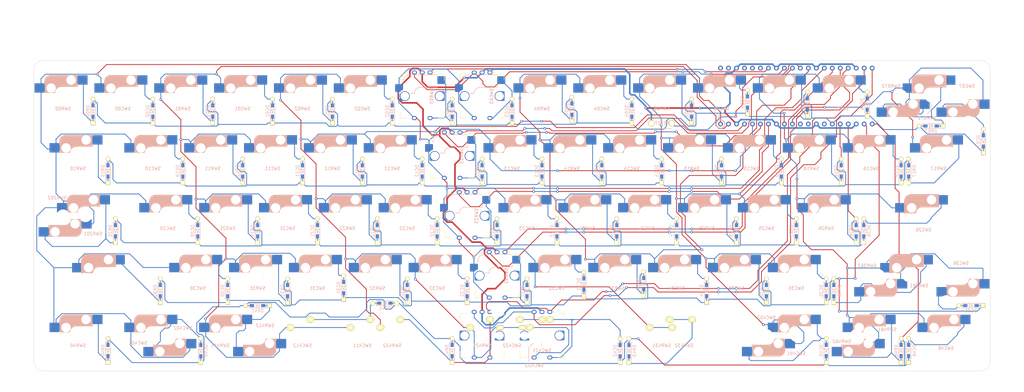
<source format=kicad_pcb>
(kicad_pcb (version 20211014) (generator pcbnew)
  (layers (0 "F.Cu" signal) (31 "B.Cu" signal) (34 "B.Paste" user) (35 "F.Paste" user) (36 "B.SilkS" user "B.Silkscreen") (37 "F.SilkS" user "F.Silkscreen") (38 "B.Mask" user) (39 "F.Mask" user) (44 "Edge.Cuts" user))
  (net 0 "")
  (net 1 "Row0")
  (net 2 "Net-(DC00-Pad2)")
  (net 3 "Row1")
  (net 4 "Net-(DC01-Pad2)")
  (net 5 "Row2")
  (net 6 "Net-(DC02-Pad2)")
  (net 7 "Row3")
  (net 8 "Net-(DC03-Pad2)")
  (net 9 "Row4")
  (net 10 "Net-(DC04-Pad2)")
  (net 11 "Net-(DC05-Pad2)")
  (net 12 "Net-(DC06-Pad2)")
  (net 13 "Net-(DC07-Pad2)")
  (net 14 "Net-(DC10-Pad2)")
  (net 15 "Net-(DC11-Pad2)")
  (net 16 "Net-(DC12-Pad2)")
  (net 17 "Net-(DC13-Pad2)")
  (net 18 "Net-(DC14-Pad2)")
  (net 19 "Net-(DC15-Pad2)")
  (net 20 "Net-(DC16-Pad2)")
  (net 21 "Net-(DC20-Pad2)")
  (net 22 "Net-(DC21-Pad2)")
  (net 23 "Net-(DC22-Pad2)")
  (net 24 "Net-(DC23-Pad2)")
  (net 25 "Net-(DC24-Pad2)")
  (net 26 "Net-(DC25-Pad2)")
  (net 27 "Net-(DC26-Pad2)")
  (net 28 "Net-(DC30-Pad2)")
  (net 29 "Net-(DC31-Pad2)")
  (net 30 "Net-(DC32-Pad2)")
  (net 31 "Net-(DC33-Pad2)")
  (net 32 "Net-(DC34-Pad2)")
  (net 33 "Net-(DC35-Pad2)")
  (net 34 "Net-(DC36-Pad2)")
  (net 35 "Net-(DC40-Pad2)")
  (net 36 "Net-(DC41-Pad2)")
  (net 37 "Net-(DC42-Pad2)")
  (net 38 "Net-(DC45-Pad2)")
  (net 39 "Net-(DC46-Pad2)")
  (net 40 "Net-(DR00-Pad1)")
  (net 41 "Net-(DR01-Pad1)")
  (net 42 "Net-(DR02-Pad1)")
  (net 43 "Net-(DR03-Pad1)")
  (net 44 "Net-(DR04-Pad1)")
  (net 45 "Net-(DR05-Pad1)")
  (net 46 "Net-(DR06-Pad1)")
  (net 47 "Net-(DR07-Pad1)")
  (net 48 "Net-(DR10-Pad1)")
  (net 49 "Net-(DR11-Pad1)")
  (net 50 "Net-(DR12-Pad1)")
  (net 51 "Net-(DR13-Pad1)")
  (net 52 "Net-(DR14-Pad1)")
  (net 53 "Net-(DR15-Pad1)")
  (net 54 "Net-(DR16-Pad1)")
  (net 55 "Net-(DR17-Pad1)")
  (net 56 "Net-(DR20-Pad1)")
  (net 57 "Net-(DR21-Pad1)")
  (net 58 "Net-(DR22-Pad1)")
  (net 59 "Net-(DR23-Pad1)")
  (net 60 "Net-(DR24-Pad1)")
  (net 61 "Net-(DR25-Pad1)")
  (net 62 "Net-(DR26-Pad1)")
  (net 63 "Net-(DR30-Pad1)")
  (net 64 "Net-(DR31-Pad1)")
  (net 65 "Net-(DR32-Pad1)")
  (net 66 "Net-(DR33-Pad1)")
  (net 67 "Net-(DR34-Pad1)")
  (net 68 "Net-(DR35-Pad1)")
  (net 69 "Net-(DR36-Pad1)")
  (net 70 "Net-(DR40-Pad1)")
  (net 71 "Net-(DR41-Pad1)")
  (net 72 "Net-(DR42-Pad1)")
  (net 73 "Net-(DR43-Pad1)")
  (net 74 "Net-(DR46-Pad1)")
  (net 75 "Reset")
  (net 76 "GND")
  (net 77 "Col0")
  (net 78 "Col1")
  (net 79 "Col2")
  (net 80 "Col3")
  (net 81 "Rot1B")
  (net 82 "Rot1A")
  (net 83 "Col4")
  (net 84 "Col5")
  (net 85 "Col6")
  (net 86 "Col7")
  (net 87 "Rot5A")
  (net 88 "Rot5B")
  (net 89 "Rot2B")
  (net 90 "Rot2A")
  (net 91 "Rot3B")
  (net 92 "Rot3A")
  (net 93 "Rot4B")
  (net 94 "Rot4A")
  (net 96 "VCC")
  (footprint "kbd_Hole:m2_Screw_Hole_Fab" (layer "F.Cu") (at 11.075 13.05)
    (fp_text reference "J8" hide)
    (fp_text value "Conn_01x01" hide)
  )
  (footprint "kbd_Hole:m2_Screw_Hole_Fab" (layer "F.Cu") (at 11.075 66.65)
    (fp_text reference "J9" hide)
    (fp_text value "Conn_01x01" hide)
  )
  (footprint "kbd_Hole:m2_Screw_Hole_Fab" (layer "F.Cu") (at 11.075 120.25)
    (fp_text reference "J10" hide)
    (fp_text value "Conn_01x01" hide)
  )
  (footprint "kbd_Hole:m2_Screw_Hole_Fab" (layer "F.Cu") (at 108.575 13.05)
    (fp_text reference "J11" hide)
    (fp_text value "Conn_01x01" hide)
  )
  (footprint "kbd_Hole:m2_Screw_Hole_Fab" (layer "F.Cu") (at 234.325 13.05)
    (fp_text reference "J12" hide)
    (fp_text value "Conn_01x01" hide)
  )
  (footprint "kbd_Hole:m2_Screw_Hole_Fab" (layer "F.Cu") (at 108.575 120.25)
    (fp_text reference "J13" hide)
    (fp_text value "Conn_01x01" hide)
  )
  (footprint "kbd_Hole:m2_Screw_Hole_Fab" (layer "F.Cu") (at 234.325 120.25)
    (fp_text reference "J14" hide)
    (fp_text value "Conn_01x01" hide)
  )
  (footprint "kbd_Hole:m2_Screw_Hole_Fab" (layer "F.Cu") (at 331.825 13.05)
    (fp_text reference "J15" hide)
    (fp_text value "Conn_01x01" hide)
  )
  (footprint "kbd_Hole:m2_Screw_Hole_Fab" (layer "F.Cu") (at 331.825 66.65)
    (fp_text reference "J16" hide)
    (fp_text value "Conn_01x01" hide)
  )
  (footprint "kbd_Hole:m2_Screw_Hole_Fab" (layer "F.Cu") (at 331.825 120.25)
    (fp_text reference "J17" hide)
    (fp_text value "Conn_01x01" hide)
  )
  (footprint "kbd_Parts:Diode_TH_SMD" (layer "F.Cu") (at 284.48 31.115 90)
    (fp_text reference "DC06")
    (fp_text value "D" hide)
  )
  (footprint "kbd_Parts:Diode_TH_SMD" (layer "F.Cu") (at 66.675 52.3875 90)
    (fp_text reference "DC10")
    (fp_text value "D" hide)
  )
  (footprint "milkyway:CherryMX_Hotswap_1u_EC12" (layer "F.Cu") (at 161.925 28.575)
    (fp_text reference "SWC03")
    (fp_text value "Enc")
  )
  (footprint "kbd_Parts:Diode_TH_SMD" (layer "F.Cu") (at 142.875 52.3875 90)
    (fp_text reference "DC12")
    (fp_text value "D" hide)
  )
  (footprint "kbd_SW:CherryMX_Hotswap_1.5u" (layer "F.Cu") (at 33.3375 104.775)
    (fp_text reference "SWR40")
    (fp_text value "SW_PUSH" hide)
  )
  (footprint "milkyway:CherryMX_Hotswap_1u_EC12" (layer "F.Cu") (at 166.6875 85.725)
    (fp_text reference "SWR33")
    (fp_text value "Enc")
  )
  (footprint "kbd_SW:CherryMX_Hotswap_1u" (layer "F.Cu") (at 252.4125 66.675)
    (fp_text reference "SWC25")
    (fp_text value "SW_PUSH" hide)
  )
  (footprint "kbd_Parts:Diode_TH_SMD" (layer "F.Cu") (at 123.825 52.3875 90)
    (fp_text reference "DR12")
    (fp_text value "D" hide)
  )
  (footprint "kbd_Parts:Diode_TH_SMD" (layer "F.Cu") (at 283.36875 71.4375 90)
    (fp_text reference "DC26")
    (fp_text value "D" hide)
  )
  (footprint "kbd_Parts:Diode_TH_SMD" (layer "F.Cu") (at 100.0125 90.4875 90)
    (fp_text reference "DR31")
    (fp_text value "D" hide)
  )
  (footprint "kbd_SW:CherryMX_Hotswap_1u" (layer "F.Cu") (at 109.5375 85.725)
    (fp_text reference "SWC31")
    (fp_text value "SW_PUSH" hide)
  )
  (footprint "kbd_Parts:Diode_TH_SMD" (layer "F.Cu") (at 57.15 33.3375 90)
    (fp_text reference "DC00")
    (fp_text value "D" hide)
  )
  (footprint "milkyway:CherryMX_Solder_8u7u_Rev" (layer "F.Cu") (at 171.45 104.775 180)
    (fp_text reference "SWC422")
    (fp_text value "SW_PUSH" hide)
  )
  (footprint "kbd_SW:CherryMX_Hotswap_1.75u" (layer "F.Cu") (at 288.13125 85.725 180)
    (fp_text reference "SWR362")
    (fp_text value "SW_PUSH" hide)
  )
  (footprint "kbd_SW:CherryMX_Hotswap_1u" (layer "F.Cu") (at 90.4875 85.725)
    (fp_text reference "SWR31")
    (fp_text value "SW_PUSH" hide)
  )
  (footprint "kbd_Parts:Diode_TH_SMD" (layer "F.Cu") (at 95.25 33.3375 90)
    (fp_text reference "DC01")
    (fp_text value "D" hide)
  )
  (footprint "kbd_Parts:Diode_TH_SMD" (layer "F.Cu") (at 295.275 109.5375 90)
    (fp_text reference "DR46")
    (fp_text value "D" hide)
  )
  (footprint "kbd_SW:CherryMX_Hotswap_1u" (layer "F.Cu") (at 209.55 47.625)
    (fp_text reference "SWC14")
    (fp_text value "SW_PUSH" hide)
  )
  (footprint "kbd_SW:CherryMX_Hotswap_1u" (layer "F.Cu") (at 247.65 47.625)
    (fp_text reference "SWC15")
    (fp_text value "SW_PUSH" hide)
  )
  (footprint "kbd_SW:CherryMX_1u_solder" (layer "F.Cu") (at 104.775 104.775)
    (fp_text reference "SWC412")
    (fp_text value "SW_PUSH" hide)
  )
  (footprint "kbd_SW:CherryMX_Hotswap_1u" (layer "F.Cu") (at 133.35 47.625)
    (fp_text reference "SWC12")
    (fp_text value "SW_PUSH" hide)
  )
  (footprint "kbd_Parts:Diode_TH_SMD" (layer "F.Cu") (at 238.125 52.3875 90)
    (fp_text reference "DR15")
    (fp_text value "D" hide)
  )
  (footprint "kbd_Parts:Diode_TH_SMD" (layer "F.Cu") (at 280.9875 71.4375 90)
    (fp_text reference "DR26")
    (fp_text value "D" hide)
  )
  (footprint "kbd_SW:CherryMX_Hotswap_1u" (layer "F.Cu") (at 285.75 104.775)
    (fp_text reference "SWR461")
    (fp_text value "SW_PUSH" hide)
  )
  (footprint "kbd_Parts:Diode_TH_SMD" (layer "F.Cu") (at 261.9375 71.4375 90)
    (fp_text reference "DC25")
    (fp_text value "D" hide)
  )
  (footprint "kbd_SW:CherryMX_Hotswap_1u" (layer "F.Cu") (at 242.8875 85.725)
    (fp_text reference "SWR35")
    (fp_text value "SW_PUSH" hide)
  )
  (footprint "kbd_SW:CherryMX_Hotswap_1u" (layer "F.Cu") (at 123.825 28.575)
    (fp_text reference "SWC02")
    (fp_text value "SW_PUSH" hide)
  )
  (footprint "kbd_SW:CherryMX_Hotswap_1.5u" (layer "F.Cu") (at 280.9875 104.775 180)
    (fp_text reference "SWR462")
    (fp_text value "SW_PUSH" hide)
  )
  (footprint "milkyway:CherryMX_Hotswap_1u_EC12" (layer "F.Cu") (at 152.4 47.625)
    (fp_text reference "SWR13")
    (fp_text value "Enc")
  )
  (footprint "kbd_Parts:Diode_TH_SMD" (layer "F.Cu") (at 161.925 52.3875 90)
    (fp_text reference "DR13")
    (fp_text value "D" hide)
  )
  (footprint "kbd_Parts:Diode_TH_SMD" (layer "F.Cu") (at 194.31 88.392 90)
    (fp_text reference "DC33")
    (fp_text value "D" hide)
  )
  (footprint "kbd_SW:CherryMX_Hotswap_1u" (layer "F.Cu") (at 138.1125 66.675)
    (fp_text reference "SWC22")
    (fp_text value "SW_PUSH" hide)
  )
  (footprint "kbd_SW:CherryMX_Hotswap_1u" (layer "F.Cu") (at 57.15 47.625)
    (fp_text reference "SWC10")
    (fp_text value "SW_PUSH" hide)
  )
  (footprint "kbd_SW:CherryMX_Hotswap_1.5u" (layer "F.Cu") (at 90.4875 104.775 180)
    (fp_text reference "SWR412")
    (fp_text value "SW_PUSH" hide)
  )
  (footprint "kbd_SW:CherryMX_Hotswap_1u" (layer "F.Cu") (at 61.9125 66.675)
    (fp_text reference "SWC20")
    (fp_text value "SW_PUSH" hide)
  )
  (footprint "kbd_SW:CherryMX_Hotswap_1u" (layer "F.Cu") (at 28.575 28.575)
    (fp_text reference "SWR00")
    (fp_text value "SW_PUSH" hide)
  )
  (footprint "kbd_Parts:Diode_TH_SMD" (layer "F.Cu") (at 114.3 33.3375 90)
    (fp_text reference "DR02")
    (fp_text value "D" hide)
  )
  (footprint "kbd_SW:CherryMX_Hotswap_1u" (layer "F.Cu") (at 119.0625 66.675)
    (fp_text reference "SWR22")
    (fp_text value "SW_PUSH" hide)
  )
  (footprint "kbd_Parts:Diode_TH_SMD" (layer "F.Cu") (at 265.43 31.115 90)
    (fp_text reference "DR06")
    (fp_text value "D" hide)
  )
  (footprint "kbd_Parts:Diode_TH_SMD" (layer "F.Cu") (at 152.4 33.3375 90)
    (fp_text reference "DR03")
    (fp_text value "D" hide)
  )
  (footprint "kbd_SW:CherryMX_Hotswap_1u" (layer "F.Cu") (at 80.9625 66.675)
    (fp_text reference "SWR21")
    (fp_text value "SW_PUSH" hide)
  )
  (footprint "kbd_Parts:Diode_TH_SMD" (layer "F.Cu") (at 317.5 95.25 180)
    (fp_text reference "DC36")
    (fp_text value "D" hide)
  )
  (footprint "kbd_SW:CherryMX_Hotswap_1u" (layer "F.Cu") (at 28.575 66.675 180)
    (fp_text reference "SWR202")
    (fp_text value "SW_PUSH" hide)
  )
  (footprint "kbd_Parts:Diode_TH_SMD" (layer "F.Cu") (at 295.275 52.3875 90)
    (fp_text reference "DC16")
    (fp_text value "D" hide)
  )
  (footprint "kbd_SW:CherryMX_Hotswap_1u" (layer "F.Cu") (at 176.2125 66.675)
    (fp_text reference "SWC23")
    (fp_text value "SW_PUSH" hide)
  )
  (footprint "kbd_Parts:Diode_TH_SMD" (layer "F.Cu") (at 252.4125 90.4875 90)
    (fp_text reference "DR35")
    (fp_text value "D" hide)
  )
  (footprint "kbd_SW:CherryMX_Hotswap_1u" (layer "F.Cu") (at 314.325 28.575 180)
    (fp_text reference "SWC07")
    (fp_text value "SW_PUSH" hide)
  )
  (footprint "kbd_Parts:Diode_TH_SMD" (layer "F.Cu") (at 242.8875 71.4375 90)
    (fp_text reference "DR25")
    (fp_text value "D" hide)
  )
  (footprint "kbd_SW:CherryMX_Hotswap_1.5u" (layer "F.Cu") (at 307.18125 47.625)
    (fp_text reference "SWR17")
    (fp_text value "SW_PUSH" hide)
  )
  (footprint "kbd_Parts:Diode_TH_SMD" (layer "F.Cu") (at 171.45 33.3375 90)
    (fp_text reference "DC03")
    (fp_text value "D" hide)
  )
  (footprint "kbd_Parts:Diode_TH_SMD" (layer "F.Cu") (at 117.856 89.535 90)
    (fp_text reference "DC31")
    (fp_text value "D" hide)
  )
  (footprint "kbd_Parts:Diode_TH_SMD" (layer "F.Cu") (at 45.24375 71.4375 90)
    (fp_text reference "DR20")
    (fp_text value "D" hide)
  )
  (footprint "kbd_Parts:Diode_TH_SMD" (layer "F.Cu") (at 209.55 33.3375 90)
    (fp_text reference "DC04")
    (fp_text value "D" hide)
  )
  (footprint "kbd_SW:CherryMX_Hotswap_1u" (layer "F.Cu") (at 271.4625 66.675)
    (fp_text reference "SWR26")
    (fp_text value "SW_PUSH" hide)
  )
  (footprint "kbd_Parts:Diode_TH_SMD" (layer "F.Cu") (at 166.6875 71.4375 90)
    (fp_text reference "DR23")
    (fp_text value "D" hide)
  )
  (footprint "kbd_Parts:Diode_TH_SMD" (layer "F.Cu") (at 42.8625 109.5375 90)
    (fp_text reference "DR40")
    (fp_text value "D" hide)
  )
  (footprint "kbd_SW:CherryMX_Hotswap_1u" (layer "F.Cu") (at 114.3 47.625)
    (fp_text reference "SWR12")
    (fp_text value "SW_PUSH" hide)
  )
  (footprint "kbd_SW:CherryMX_Hotswap_1.75u" (layer "F.Cu") (at 35.71875 66.675)
    (fp_text reference "SWR201")
    (fp_text value "SW_PUSH" hide)
  )
  (footprint "milkyway:CherryMX_Solder_2u_Rev" (layer "F.Cu") (at 133.35 104.775 180)
    (fp_text reference "SWR422")
    (fp_text value "SW_PUSH" hide)
  )
  (footprint "kbd_SW:CherryMX_Hotswap_1.5u" (layer "F.Cu") (at 61.9125 104.775 180)
    (fp_text reference "SWC402")
    (fp_text value "SW_PUSH" hide)
  )
  (footprint "kbd_Parts:Diode_TH_SMD" (layer "F.Cu") (at 80.9625 90.4875 90)
    (fp_text reference "DC30")
    (fp_text value "D" hide)
  )
  (footprint "kbd_Parts:Diode_TH_SMD" (layer "F.Cu") (at 104.775 52.3875 90)
    (fp_text reference "DC11")
    (fp_text value "D" hide)
  )
  (footprint "kbd_SW:CherryMX_Hotswap_1u" (layer "F.Cu") (at 66.675 28.575)
    (fp_text reference "SWR01")
    (fp_text value "SW_PUSH" hide)
  )
  (footprint "kbd_Parts:Diode_TH_SMD" (layer "F.Cu") (at 76.2 33.3375 90)
    (fp_text reference "DR01")
    (fp_text value "D" hide)
  )
  (footprint "kbd_Parts:Diode_TH_SMD" (layer "F.Cu") (at 297.65625 109.5375 90)
    (fp_text reference "DC46")
    (fp_text value "D" hide)
  )
  (footprint "kbd_Parts:Diode_TH_SMD" (layer "F.Cu") (at 90.4875 95.25 180)
    (fp_text reference "DR41")
    (fp_text value "D" hide)
  )
  (footprint "milkyway:CherryMX_Solder_2.25u_Rev" (layer "F.Cu") (at 226.21875 104.775 180)
    (fp_text reference "SWR432")
    (fp_text value "SW_PUSH" hide)
  )
  (footprint "kbd_Parts:Diode_TH_SMD" (layer "F.Cu") (at 257.175 52.3875 90)
    (fp_text reference "DC15")
    (fp_text value "D" hide)
  )
  (footprint "kbd_Parts:Diode_TH_SMD" (layer "F.Cu") (at 130.96875 94.488 180)
    (fp_text reference "DC41")
    (fp_text value "D" hide)
  )
  (footprint "kbd_SW:CherryMX_Hotswap_1u" (layer "F.Cu") (at 185.7375 85.725)
    (fp_text reference "SWC33")
    (fp_text value "SW_PUSH" hide)
  )
  (footprint "kbd_Parts:Diode_TH_SMD" (layer "F.Cu") (at 271.4625 109.5375 90)
    (fp_text reference "DC45")
    (fp_text value "D" hide)
  )
  (footprint "kbd_SW:CherryMX_Hotswap_1u" (layer "F.Cu") (at 85.725 28.575)
    (fp_text reference "SWC01")
    (fp_text value "SW_PUSH" hide)
  )
  (footprint "kbd_Parts:Diode_TH_SMD" (layer "F.Cu") (at 176.2125 90.4875 90)
    (fp_text reference "DR33")
    (fp_text value "D" hide)
  )
  (footprint "milkyway:CherryMX_Solder_3u_Rev" (layer "F.Cu") (at 219.075 104.775 180)
    (fp_text reference "SWR431")
    (fp_text value "SW_PUSH" hide)
  )
  (footprint "kbd_Parts:Diode_TH_SMD" (layer "F.Cu") (at 72.39 109.601 90)
    (fp_text reference "DC40")
    (fp_text value "D" hide)
  )
  (footprint "kbd_SW:CherryMX_Hotswap_1.5u" (layer "F.Cu") (at 33.3375 47.625)
    (fp_text reference "SWR10")
    (fp_text value "SW_PUSH" hide)
  )
  (footprint "kbd_Parts:Diode_TH_SMD" (layer "F.Cu") (at 213.36 88.265 90)
    (fp_text reference "DR34")
    (fp_text value "D" hide)
  )
  (footprint "kbd_SW:CherryMX_Hotswap_1u" (layer "F.Cu") (at 128.5875 85.725)
    (fp_text reference "SWR32")
    (fp_text value "SW_PUSH" hide)
  )
  (footprint "kbd_SW:CherryMX_Hotswap_1u" (layer "F.Cu") (at 223.8375 85.725)
    (fp_text reference "SWC34")
    (fp_text value "SW_PUSH" hide)
  )
  (footprint "kbd_SW:CherryMX_Hotswap_2.75u" (layer "F.Cu") (at 40.48125 85.725)
    (fp_text reference "SWR30" hide)
    (fp_text value "SW_PUSH" hide)
  )
  (footprint "kbd_SW:CherryMX_Hotswap_1u" (layer "F.Cu") (at 95.25 47.625)
    (fp_text reference "SWC11")
    (fp_text value "SW_PUSH" hide)
  )
  (footprint "kbd_SW:CherryMX_Hotswap_1u" (layer "F.Cu") (at 104.775 28.575)
    (fp_text reference "SWR02")
    (fp_text value "SW_PUSH" hide)
  )
  (footprint "kbd_SW:CherryMX_Hotswap_1u" (layer "F.Cu") (at 190.5 47.625)
    (fp_text reference "SWR14")
    (fp_text value "SW_PUSH" hide)
  )
  (footprint "milkyway:CherryMX_Hotswap_1u_EC12" (layer "F.Cu") (at 142.875 28.575)
    (fp_text reference "SWR03")
    (fp_text value "Enc")
  )
  (footprint "milkyway:CherryMX_Solder_1u_EC12" (layer "F.Cu") (at 180.975 104.775)
    (fp_text reference "SWC421")
    (fp_text value "Enc")
  )
  (footprint "kbd_Parts:Diode_TH_SMD" (layer "F.Cu") (at 133.35 33.3375 90)
    (fp_text reference "DC02")
    (fp_text value "D" hide)
  )
  (footprint "kbd_Parts:Diode_TH_SMD" (layer "F.Cu") (at 321.46875 42.8625 90)
    (fp_text reference "DC07")
    (fp_text value "D" hide)
  )
  (footprint "kbd_Parts:Diode_TH_SMD" (layer "F.Cu") (at 304.8 38.1 180)
    (fp_text reference "DR07")
    (fp_text value "D" hide)
  )
  (footprint "milkyway:CherryMX_Solder_2.75u_Rev" (layer "F.Cu") (at 178.59375 104.775 180)
    (fp_text reference "SWC423")
    (fp_text value "SW_PUSH" hide)
  )
  (footprint "kbd_SW:CherryMX_Hotswap_1u" (layer "F.Cu") (at 257.175 28.575)
    (fp_text reference "SWR06")
    (fp_text value "SW_PUSH" hide)
  )
  (footprint "kbd_SW:CherryMX_Hotswap_1.5u" (layer "F.Cu") (at 261.9375 104.775)
    (fp_text reference "SWC451")
    (fp_text value "SW_PUSH" hide)
  )
  (footprint "kbd_Parts:Diode_TH_SMD" (layer "F.Cu") (at 138.1125 90.4875 90)
    (fp_text reference "DR32")
    (fp_text value "D" hide)
  )
  (footprint "kbd_SW:CherryMX_Hotswap_1u" (layer "F.Cu") (at 57.15 104.775)
    (fp_text reference "SWC401")
    (fp_text value "SW_PUSH" hide)
  )
  (footprint "milkyway:Raspberry_Pi_Pico" (layer "F.Cu") (at 261.9375 28.575 90)
    (fp_text reference "U1")
    (fp_text value "Raspberry_Pi_Pico")
  )
  (footprint "kbd_SW:CherryMX_Hotswap_1u" (layer "F.Cu") (at 266.7 47.625)
    (fp_text reference "SWR16")
    (fp_text value "SW_PUSH" hide)
  )
  (footprint "milkyway:CherryMX_Solder_3u_Rev" (layer "F.Cu") (at 123.825 104.775 180)
    (fp_text reference "SWC411")
    (fp_text value "SW_PUSH" hide)
  )
  (footprint "kbd_Parts:Diode_TH_SMD" (layer "F.Cu") (at 271.4625 90.4875 90)
    (fp_text reference "DC35")
    (fp_text value "D" hide)
  )
  (footprint "kbd_Parts:Diode_TH_SMD" (layer "F.Cu") (at 128.5875 71.4375 90)
    (fp_text reference "DR22")
    (fp_text value "D" hide)
  )
  (footprint "kbd_Parts:Diode_TH_SMD" (layer "F.Cu") (at 233.3625 90.4875 90)
    (fp_text reference "DC34")
    (fp_text value "D" hide)
  )
  (footprint "kbd_Parts:Diode_TH_SMD" (layer "F.Cu") (at 219.075 52.3875 90)
    (fp_text reference "DC14")
    (fp_text value "D" hide)
  )
  (footprint "kbd_SW:CherryMX_Hotswap_1u" (layer "F.Cu") (at 261.9375 85.725)
    (fp_text reference "SWC35")
    (fp_text value "SW_PUSH" hide)
  )
  (footprint "kbd_SW:CherryMX_Hotswap_1u" (layer "F.Cu") (at 47.625 28.575)
    (fp_text reference "SWC00")
    (fp_text value "SW_PUSH" hide)
  )
  (footprint "kbd_SW:CherryMX_Hotswap_1u" (layer "F.Cu") (at 214.3125 66.675)
    (fp_text reference "SWC24")
    (fp_text value "SW_PUSH" hide)
  )
  (footprint "kbd_SW:CherryMX_Hotswap_1u" (layer "F.Cu") (at 195.2625 66.675)
    (fp_text reference "SWR24")
    (fp_text value "SW_PUSH" hide)
  )
  (footprint "kbd_Parts:Diode_TH_SMD" (layer "F.Cu") (at 205.867 109.601 90)
    (fp_text reference "DC42")
    (fp_text value "D" hide)
  )
  (footprint "kbd_SW:CherryMX_Hotswap_1.5u" (layer "F.Cu") (at 252.4125 104.775 180)
    (fp_text reference "SWC452")
    (fp_text value "SW_PUSH" hide)
  )
  (footprint "kbd_SW:CherryMX_Hotswap_1u" (layer "F.Cu") (at 238.125 28.575)
    (fp_text reference "SWC05")
    (fp_text value "SW_PUSH" hide)
  )
  (footprint "kbd_SW:CherryMX_Hotswap_1u" (layer "F.Cu") (at 228.6 47.625)
    (fp_text reference "SWR15")
    (fp_text value "SW_PUSH" hide)
  )
  (footprint "kbd_Parts:Diode_TH_SMD" (layer "F.Cu") (at 42.8625 52.3875 90)
    (fp_text reference "DR10")
    (fp_text value "D" hide)
  )
  (footprint "kbd_SW:CherryMX_Hotswap_1u" (layer "F.Cu") (at 314.325 85.725 180)
    (fp_text reference "SWC36")
    (fp_text value "SW_PUSH" hide)
  )
  (footprint "kbd_SW:CherryMX_Hotswap_1u" (layer "F.Cu") (at 100.0125 66.675)
    (fp_text reference "SWC21")
    (fp_text value "SW_PUSH" hide)
  )
  (footprint "kbd_SW:CherryMX_Hotswap_1u" (layer "F.Cu") (at 180.975 28.575)
    (fp_text reference "SWR04")
    (fp_text value "SW_PUSH" hide)
  )
  (footprint "kbd_SW:CherryMX_Hotswap_2.75u" (layer "F.Cu") (at 297.65625 85.725)
    (fp_text reference "SWR361")
    (fp_text value "SW_PUSH" hide)
  )
  (footprint "kbd_Parts:ResetSW" (layer "F.Cu") (at 219.075 37.211)
    (fp_text reference "SW0" hide)
    (fp_text value "SW_PUSH")
  )
  (footprint "kbd_Parts:Diode_TH_SMD" (layer "F.Cu") (at 85.725 52.3875 90)
    (fp_text reference "DR11")
    (fp_text value "D" hide)
  )
  (footprint "kbd_Parts:Diode_TH_SMD" (layer "F.Cu") (at 71.4375 71.4375 90)
    (fp_text reference "DC20")
    (fp_text value "D" hide)
  )
  (footprint "kbd_Parts:Diode_TH_SMD" (layer "F.Cu") (at 152.4 109.5375 90)
    (fp_text reference "DR42")
    (fp_text value "D" hide)
  )
  (footprint "kbd_SW:CherryMX_Hotswap_2u" (layer "F.Cu") (at 304.8 28.575)
    (fp_text reference "SWR071")
    (fp_text value "SW_PUSH" hide)
  )
  (footprint "milkyway:CherryMX_Solder_1u_EC12" (layer "F.Cu") (at 161.925 104.775)
    (fp_text reference "SWR421")
    (fp_text value "Enc")
  )
  (footprint "kbd_Parts:Diode_TH_SMD" (layer "F.Cu") (at 297.688 52.3875 90)
    (fp_text reference "DR17")
    (fp_text value "D" hide)
  )
  (footprint "kbd_SW:CherryMX_Hotswap_1.5u" (layer "F.Cu") (at 309.5625 104.775)
    (fp_text reference "SWC46")
    (fp_text value "SW_PUSH" hide)
  )
  (footprint "kbd_Parts:Diode_TH_SMD" (layer "F.Cu") (at 157.1625 90.4875 90)
    (fp_text reference "DC32")
    (fp_text value "D" hide)
  )
  (footprint "kbd_Parts:Diode_TH_SMD" (layer "F.Cu") (at 180.975 52.3875 90)
    (fp_text reference "DC13")
    (fp_text value "D" hide)
  )
  (footprint "kbd_SW:CherryMX_Hotswap_1u" (layer "F.Cu") (at 147.6375 85.725)
    (fp_text reference "SWC32")
    (fp_text value "SW_PUSH" hide)
  )
  (footprint "kbd_Parts:Diode_TH_SMD" (layer "F.Cu") (at 90.4875 71.4375 90)
    (fp_text reference "DR21")
    (fp_text value "D" hide)
  )
  (footprint "kbd_Parts:Diode_TH_SMD" (layer "F.Cu") (at 59.53125 90.4875 90)
    (fp_text reference "DR30")
    (fp_text value "D" hide)
  )
  (footprint "kbd_Parts:Diode_TH_SMD" (layer "F.Cu") (at 109.5375 71.4375 90)
    (fp_text reference "DC21")
    (fp_text value "D" hide)
  )
  (footprint "kbd_Parts:Diode_TH_SMD" (layer "F.Cu") (at 190.5 32.73125 90)
    (fp_text reference "DR04")
    (fp_text value "D" hide)
  )
  (footprint "kbd_Parts:Diode_TH_SMD" (layer "F.Cu") (at 276.225 52.3875 90)
    (fp_text reference "DR16")
    (fp_text value "D" hide)
  )
  (footprint "kbd_Parts:Diode_TH_SMD" (layer "F.Cu") (at 200.025 52.3875 90)
    (fp_text reference "DR14")
    (fp_text value "D" hide)
  )
  (footprint "kbd_SW:CherryMX_Hotswap_1u" (layer "F.Cu") (at 276.225 28.575)
    (fp_text reference "SWC06")
    (fp_text value "SW_PUSH" hide)
  )
  (footprint "kbd_SW:CherryMX_Hotswap_1u" (layer "F.Cu") (at 219.075 28.575)
    (fp_text reference "SWR05")
    (fp_text value "SW_PUSH" hide)
  )
  (footprint "kbd_SW:CherryMX_Hotswap_1u" (layer "F.Cu") (at 71.4375 85.725)
    (fp_text reference "SWC30")
    (fp_text value "SW_PUSH" hide)
  )
  (footprint "kbd_SW:CherryMX_Hotswap_1u" (layer "F.Cu") (at 204.7875 85.725)
    (fp_text reference "SWR34")
    (fp_text value "SW_PUSH" hide)
  )
  (footprint "kbd_Parts:Diode_TH_SMD" (layer "F.Cu") (at 147.6375 71.4375 90)
    (fp_text reference "DC22")
    (fp_text value "D" hide)
  )
  (footprint "kbd_Parts:Diode_TH_SMD" (layer "F.Cu") (at 185.7375 71.4375 90)
    (fp_text reference "DC23")
    (fp_text value "D" hide)
  )
  (footprint "kbd_Parts:Diode_TH_SMD" (layer "F.Cu") (at 273.84375 90.4875 90)
    (fp_text reference "DR36")
    (fp_text value "D" hide)
  )
  (footprint "kbd_Parts:Diode_TH_SMD" (layer "F.Cu") (at 223.8375 71.4375 90)
    (fp_text reference "DC24")
    (fp_text value "D" hide)
  )
  (footprint "kbd_SW:CherryMX_Hotswap_1u" (layer "F.Cu") (at 200.025 28.575)
    (fp_text reference "SWC04")
    (fp_text value "SW_PUSH" hide)
  )
  (footprint "kbd_SW:CherryMX_Hotswap_2.25u" (layer "F.Cu") (at 302.41875 66.675)
    (fp_text reference "SWC26")
    (fp_text value "SW_PUSH" hide)
  )
  (footprint "kbd_SW:CherryMX_Hotswap_1u" (layer "F.Cu") (at 171.45 47.625)
    (fp_text reference "SWC13")
    (fp_text value "SW_PUSH" hide)
  )
  (footprint "kbd_Parts:Diode_TH_SMD" (layer "F.Cu") (at 208.661 109.601 90)
    (fp_text reference "DR43")
    (fp_text value "D" hide)
  )
  (footprint "kbd_Parts:Diode_TH_SMD" (layer "F.Cu") (at 246.38 30.48 90)
    (fp_text reference "DC05")
    (fp_text value "D" hide)
  )
  (footprint "kbd_SW:CherryMX_Hotswap_1u" (layer "F.Cu") (at 285.75 47.625)
    (fp_text reference "SWC16")
    (fp_text value "SW_PUSH" hide)
  )
  (footprint "kbd_Parts:Diode_TH_SMD" (layer "F.Cu") (at 204.7875 71.4375 90)
    (fp_text reference "DR24")
    (fp_text value "D" hide)
  )
  (footprint "milkyway:CherryMX_Hotswap_1u_EC12" (layer "F.Cu") (at 157.1625 66.675)
    (fp_text reference "SWR23")
    (fp_text value "Enc")
  )
  (footprint "kbd_SW:CherryMX_Hotswap_1u" (layer "F.Cu") (at 295.275 28.575 180)
    (fp_text reference "SWR072")
    (fp_text value "SW_PUSH" hide)
  )
  (footprint "kbd_SW:CherryMX_Hotswap_1u" (layer "F.Cu") (at 233.3625 66.675)
    (fp_text reference "SWR25")
    (fp_text value "SW_PUSH" hide)
  )
  (footprint "kbd_SW:CherryMX_Hotswap_1.5u" (layer "F.Cu") (at 80.9625 104.775)
    (fp_text reference "SWR411")
    (fp_text value "SW_PUSH" hide)
  )
  (footprint "kbd_Parts:Diode_TH_SMD" (layer "F.Cu") (at 38.1 33.3375 90)
    (fp_text reference "DR00")
    (fp_text value "D" hide)
  )
  (footprint "kbd_Parts:Diode_TH_SMD" (layer "F.Cu") (at 228.6 33.3375 90)
    (fp_text reference "DR05")
    (fp_text value "D" hide)
  )
  (footprint "kbd_SW:CherryMX_Hotswap_1u" (layer "F.Cu") (at 76.2 47.625)
    (fp_text reference "SWR11")
    (fp_text value "SW_PUSH" hide)
  )
  (gr_line (start 176.784 113.03) (end 176.784 108.458) (layer "B.SilkS") (width 0.15))
  (gr_line (start 176.784 108.458) (end 178.308 107.188) (layer "B.SilkS") (width 0.15))
  (gr_line (start 180.848 108.458) (end 180.848 107.188) (layer "B.SilkS") (width 0.15))
  (gr_line (start 303.53 34.29) (end 304.8 33.02) (layer "B.SilkS") (width 0.15))
  (gr_line (start 304.8 33.02) (end 304.8 30.48) (layer "B.SilkS") (width 0.15))
  (gr_arc (start 22.275 116.05) (mid 20.15368 115.17132) (end 19.275 113.05) (layer "Edge.Cuts") (width 0.1))
  (gr_arc (start 19.275 20.25) (mid 20.15368 18.12868) (end 22.275 17.25) (layer "Edge.Cuts") (width 0.1))
  (gr_arc (start 323.625 113.05) (mid 322.74632 115.17132) (end 320.625 116.05) (layer "Edge.Cuts") (width 0.1))
  (gr_arc (start 320.625 17.25) (mid 322.74632 18.12868) (end 323.625 20.25) (layer "Edge.Cuts") (width 0.1))
  (gr_line (start 323.625 20.25) (end 323.625 113.05) (layer "Edge.Cuts") (width 0.1))
  (gr_line (start 320.625 17.25) (end 22.275 17.25) (layer "Edge.Cuts") (width 0.1))
  (gr_line (start 19.275 20.25) (end 19.275 113.05) (layer "Edge.Cuts") (width 0.1))
  (gr_line (start 22.275 116.05) (end 320.625 116.05) (layer "Edge.Cuts") (width 0.1))
  (segment (start 246.126 34.036) (end 246.38 34.29) (width 0.25) (layer "B.Cu") (net 1))
  (segment (start 229.997 34.036) (end 246.126 34.036) (width 0.25) (layer "B.Cu") (net 1))
  (segment (start 192.151 36.936272) (end 192.362228 37.1475) (width 0.25) (layer "B.Cu") (net 1))
  (segment (start 220.599 36.449) (end 221.361 35.687) (width 0.25) (layer "B.Cu") (net 1))
  (segment (start 264.795 31.115) (end 264.287 30.607) (width 0.25) (layer "B.Cu") (net 1))
  (segment (start 192.151 33.655) (end 191.389 32.893) (width 0.25) (layer "B.Cu") (net 1))
  (segment (start 77.851 37.592) (end 77.851 34.163) (width 0.25) (layer "B.Cu") (net 1))
  (segment (start 266.827 31.75) (end 266.192 31.115) (width 0.25) (layer "B.Cu") (net 1))
  (segment (start 134.373011 38.170511) (end 153.423011 38.170511) (width 0.25) (layer "B.Cu") (net 1))
  (segment (start 93.7895 37.1475) (end 95.25 37.1475) (width 0.25) (layer "B.Cu") (net 1))
  (segment (start 153.162 33.401) (end 151.384 33.401) (width 0.25) (layer "B.Cu") (net 1))
  (segment (start 266.827 35.56) (end 266.827 31.75) (width 0.25) (layer "B.Cu") (net 1))
  (segment (start 246.38 32.255) (end 246.38 34.29) (width 0.25) (layer "B.Cu") (net 1))
  (segment (start 95.25 35.1125) (end 95.25 37.1475) (width 0.25) (layer "B.Cu") (net 1))
  (segment (start 171.45 35.1125) (end 171.45 37.1475) (width 0.25) (layer "B.Cu") (net 1))
  (segment (start 115.951 34.417) (end 115.062 33.528) (width 0.25) (layer "B.Cu") (net 1))
  (segment (start 191.389 32.893) (end 189.611 32.893) (width 0.25) (layer "B.Cu") (net 1))
  (segment (start 264.294011 35.948011) (end 266.438989 35.948011) (width 0.25) (layer "B.Cu") (net 1))
  (segment (start 169.848478 37.796522) (end 170.4975 37.1475) (width 0.25) (layer "B.Cu") (net 1))
  (segment (start 264.287 28.448) (end 265.43 27.305) (width 0.25) (layer "B.Cu") (net 1))
  (segment (start 289.7465 39.243) (end 299.847 39.243) (width 0.25) (layer "B.Cu") (net 1))
  (segment (start 300.99 38.1) (end 303.560479 40.670479) (width 0.25) (layer "B.Cu") (net 1))
  (segment (start 57.15 37.1475) (end 41.9735 37.1475) (width 0.25) (layer "B.Cu") (net 1))
  (segment (start 115.951 37.719) (end 115.951 34.417) (width 0.25) (layer "B.Cu") (net 1))
  (segment (start 266.827 35.56) (end 271.4625 35.56) (width 0.25) (layer "B.Cu") (net 1))
  (segment (start 112.2045 37.1475) (end 113.284 38.227) (width 0.25) (layer "B.Cu") (net 1))
  (segment (start 41.9735 37.1475) (end 39.497 34.671) (width 0.25) (layer "B.Cu") (net 1))
  (segment (start 264.287 30.607) (end 264.287 28.448) (width 0.25) (layer "B.Cu") (net 1))
  (segment (start 266.192 31.115) (end 264.795 31.115) (width 0.25) (layer "B.Cu") (net 1))
  (segment (start 221.361 35.687) (end 225.093478 35.687) (width 0.25) (layer "B.Cu") (net 1))
  (segment (start 153.797 37.796522) (end 153.797 34.036) (width 0.25) (layer "B.Cu") (net 1))
  (segment (start 284.48 34.925) (end 275.9075 34.925) (width 0.25) (layer "B.Cu") (net 1))
  (segment (start 209.55 37.1475) (end 211.5185 39.116) (width 0.25) (layer "B.Cu") (net 1))
  (segment (start 58.173011 38.170511) (end 77.413511 38.170511) (width 0.25) (layer "B.Cu") (net 1))
  (segment (start 209.55 35.1125) (end 209.55 37.1475) (width 0.25) (layer "B.Cu") (net 1))
  (segment (start 229.545489 38.170511) (end 229.997 37.719) (width 0.25) (layer "B.Cu") (net 1))
  (segment (start 229.362 33.401) (end 227.203 33.401) (width 0.25) (layer "B.Cu") (net 1))
  (segment (start 153.797 34.036) (end 153.162 33.401) (width 0.25) (layer "B.Cu") (net 1))
  (segment (start 116.402511 38.170511) (end 115.951 37.719) (width 0.25) (layer "B.Cu") (net 1))
  (segment (start 271.4625 35.56) (end 273.3675 37.465) (width 0.25) (layer "B.Cu") (net 1))
  (segment (start 266.438989 35.948011) (end 266.827 35.56) (width 0.25) (layer "B.Cu") (net 1))
  (segment (start 39.497 34.671) (end 39.497 30.9245) (width 0.25) (layer "B.Cu") (net 1))
  (segment (start 247.142 35.052) (end 263.398 35.052) (width 0.25) (layer "B.Cu") (net 1))
  (segment (start 113.284 33.528) (end 112.776 33.02) (width 0.25) (layer "B.Cu") (net 1))
  (segment (start 38.1 29.5275) (end 38.1 31.5625) (width 0.25) (layer "B.Cu") (net 1))
  (segment (start 275.9075 34.925) (end 273.3675 37.465) (width 0.25) (layer "B.Cu") (net 1))
  (segment (start 300.99 38.1) (end 303.025 38.1) (width 0.25) (layer "B.Cu") (net 1))
  (segment (start 188.722 30.69925) (end 190.5 28.92125) (width 0.25) (layer "B.Cu") (net 1))
  (segment (start 265.43 27.305) (end 265.43 29.34) (width 0.25) (layer "B.Cu") (net 1))
  (segment (start 133.35 37.1475) (end 134.373011 38.170511) (width 0.25) (layer "B.Cu") (net 1))
  (segment (start 229.997 37.719) (end 229.997 34.036) (width 0.25) (layer "B.Cu") (net 1))
  (segment (start 171.45 37.1475) (end 171.866761 37.564261) (width 0.25) (layer "B.Cu") (net 1))
  (segment (start 115.062 33.528) (end 113.284 33.528) (width 0.25) (layer "B.Cu") (net 1))
  (segment (start 285.4285 34.925) (end 289.7465 39.243) (width 0.25) (layer "B.Cu") (net 1))
  (segment (start 95.25 37.1475) (end 112.2045 37.1475) (width 0.25) (layer "B.Cu") (net 1))
  (segment (start 133.35 35.1125) (end 133.35 37.1475) (width 0.25) (layer "B.Cu") (net 1))
  (segment (start 39.497 30.9245) (end 38.1 29.5275) (width 0.25) (layer "B.Cu") (net 1))
  (segment (start 112.776 33.02) (end 112.776 31.0515) (width 0.25) (layer "B.Cu") (net 1))
  (segment (start 57.15 35.1125) (end 57.15 37.1475) (width 0.25) (layer "B.Cu") (net 1))
  (segment (start 57.15 37.1475) (end 58.173011 38.170511) (width 0.25) (layer "B.Cu") (net 1))
  (segment (start 284.48 34.925) (end 285.4285 34.925) (width 0.25) (layer "B.Cu") (net 1))
  (segment (start 93.345 37.592) (end 93.7895 37.1475) (width 0.25) (layer "B.Cu") (net 1))
  (segment (start 284.48 32.89) (end 284.48 34.925) (width 0.25) (layer "B.Cu") (net 1))
  (segment (start 112.776 31.0515) (end 114.3 29.5275) (width 0.25) (layer "B.Cu") (net 1))
  (segment (start 75.184 33.528) (end 74.549 32.893) (width 0.25) (layer "B.Cu") (net 1))
  (segment (start 189.611 32.893) (end 188.722 32.004) (width 0.25) (layer "B.Cu") (net 1))
  (segment (start 114.3 29.5275) (end 114.3 31.5625) (width 0.25) (layer "B.Cu") (net 1))
  (segment (start 152.4 29.5275) (end 152.4 31.5625) (width 0.25) (layer "B.Cu") (net 1))
  (segment (start 227.576989 38.170511) (end 229.545489 38.170511) (width 0.25) (layer "B.Cu") (net 1))
  (segment (start 192.362228 37.1475) (end 209.55 37.1475) (width 0.25) (layer "B.Cu") (net 1))
  (segment (start 229.997 34.036) (end 229.362 33.401) (width 0.25) (layer "B.Cu") (net 1))
  (segment (start 132.1435 37.1475) (end 131.120489 38.170511) (width 0.25) (layer "B.Cu") (net 1))
  (segment (start 315.466729 40.670479) (end 321.46875 46.6725) (width 0.25) (layer "B.Cu") (net 1))
  (segment (start 219.71 39.116) (end 220.599 38.227) (width 0.25) (layer "B.Cu") (net 1))
  (segment (start 226.695 31.4325) (end 228.6 29.5275) (width 0.25) (layer "B.Cu") (net 1))
  (segment (start 227.203 33.401) (end 226.695 32.893) (width 0.25) (layer "B.Cu") (net 1))
  (segment (start 77.851 37.592) (end 93.345 37.592) (width 0.25) (layer "B.Cu") (net 1))
  (segment (start 76.2 29.5275) (end 76.2 31.5625) (width 0.25) (layer "B.Cu") (net 1))
  (segment (start 74.549 31.1785) (end 76.2 29.5275) (width 0.25) (layer "B.Cu") (net 1))
  (segment (start 321.46875 44.6375) (end 321.46875 46.6725) (width 0.25) (layer "B.Cu") (net 1))
  (segment (start 77.851 37.733022) (end 77.851 37.592) (width 0.25) (layer "B.Cu") (net 1))
  (segment (start 190.5 28.92125) (end 190.5 30.95625) (width 0.25) (layer "B.Cu") (net 1))
  (segment (start 131.120489 38.170511) (end 116.402511 38.170511) (width 0.25) (layer "B.Cu") (net 1))
  (segment (start 303.560479 40.670479) (end 315.466729 40.670479) (width 0.25) (layer "B.Cu") (net 1))
  (segment (start 151.003 33.02) (end 151.003 30.9245) (width 0.25) (layer "B.Cu") (net 1))
  (segment (start 74.549 32.893) (end 74.549 31.1785) (width 0.25) (layer "B.Cu") (net 1))
  (segment (start 171.866761 37.564261) (end 191.523011 37.564261) (width 0.25) (layer "B.Cu") (net 1))
  (segment (start 113.284 38.227) (end 115.443 38.227) (width 0.25) (layer "B.Cu") (net 1))
  (segment (start 263.398 35.052) (end 264.294011 35.948011) (width 0.25) (layer "B.Cu") (net 1))
  (segment (start 228.6 29.5275) (end 228.6 31.5625) (width 0.25) (layer "B.Cu") (net 1))
  (segment (start 77.413511 38.170511) (end 77.851 37.733022) (width 0.25) (layer "B.Cu") (net 1))
  (segment (start 246.38 34.29) (end 247.142 35.052) (width 0.25) (layer "B.Cu") (net 1))
  (segment (start 226.695 32.893) (end 226.695 31.4325) (width 0.25) (layer "B.Cu") (net 1))
  (segment (start 191.523011 37.564261) (end 192.151 36.936272) (width 0.25) (layer "B.Cu") (net 1))
  (segment (start 225.093478 35.687) (end 227.576989 38.170511) (width 0.25) (layer "B.Cu") (net 1))
  (segment (start 153.797 37.796522) (end 169.848478 37.796522) (width 0.25) (layer "B.Cu") (net 1))
  (segment (start 220.599 38.227) (end 220.599 36.449) (width 0.25) (layer "B.Cu") (net 1))
  (segment (start 77.216 33.528) (end 75.184 33.528) (width 0.25) (layer "B.Cu") (net 1))
  (segment (start 188.722 32.004) (end 188.722 30.69925) (width 0.25) (layer "B.Cu") (net 1))
  (segment (start 170.4975 37.1475) (end 171.45 37.1475) (width 0.25) (layer "B.Cu") (net 1))
  (segment (start 133.35 37.1475) (end 132.1435 37.1475) (width 0.25) (layer "B.Cu") (net 1))
  (segment (start 151.003 30.9245) (end 152.4 29.5275) (width 0.25) (layer "B.Cu") (net 1))
  (segment (start 151.384 33.401) (end 151.003 33.02) (width 0.25) (layer "B.Cu") (net 1))
  (segment (start 77.851 34.163) (end 77.216 33.528) (width 0.25) (layer "B.Cu") (net 1))
  (segment (start 211.5185 39.116) (end 219.71 39.116) (width 0.25) (layer "B.Cu") (net 1))
  (segment (start 153.423011 38.170511) (end 153.797 37.796522) (width 0.25) (layer "B.Cu") (net 1))
  (segment (start 115.443 38.227) (end 115.951 37.719) (width 0.25) (layer "B.Cu") (net 1))
  (segment (start 192.151 36.936272) (end 192.151 33.655) (width 0.25) (layer "B.Cu") (net 1))
  (segment (start 299.847 39.243) (end 300.99 38.1) (width 0.25) (layer "B.Cu") (net 1))
  (segment (start 57.15 29.5275) (end 57.15 31.5625) (width 0.25) (layer "B.Cu") (net 2))
  (segment (start 55.88 29.5275) (end 57.15 29.5275) (width 0.25) (layer "B.Cu") (net 2))
  (segment (start 54.61 24.74) (end 54.61 28.2575) (width 0.25) (layer "B.Cu") (net 2))
  (segment (start 53.325 23.455) (end 54.61 24.74) (width 0.25) (layer "B.Cu") (net 2))
  (segment (start 54.61 28.2575) (end 55.88 29.5275) (width 0.25) (layer "B.Cu") (net 2))
  (segment (start 275.9075 37.465) (end 275.844 37.5285) (width 0.25) (layer "F.Cu") (net 3))
  (segment (start 275.844 37.5285) (end 275.844 44.704) (width 0.25) (layer "F.Cu") (net 3))
  (segment (start 276.225 45.085) (end 276.225 48.5775) (width 0.25) (layer "F.Cu") (net 3))
  (segment (start 275.844 44.704) (end 276.225 45.085) (width 0.25) (layer "F.Cu") (net 3))
  (segment (start 160.655 49.8475) (end 161.925 48.5775) (width 0.25) (layer "B.Cu") (net 3))
  (segment (start 200.787 52.451) (end 199.009 52.451) (width 0.25) (layer "B.Cu") (net 3))
  (segment (start 143.898011 57.220511) (end 162.948011 57.220511) (width 0.25) (layer "B.Cu") (net 3))
  (segment (start 122.682 52.578) (end 122.174 52.07) (width 0.25) (layer "B.Cu") (net 3))
  (segment (start 295.275 54.1625) (end 295.275 56.1975) (width 0.25) (layer "B.Cu") (net 3))
  (segment (start 200.970489 57.220511) (end 201.422 56.769) (width 0.25) (layer "B.Cu") (net 3))
  (segment (start 255.319478 56.846522) (end 255.9685 56.1975) (width 0.25) (layer "B.Cu") (net 3))
  (segment (start 274.955 51.943) (end 274.955 49.8475) (width 0.25) (layer "B.Cu") (net 3))
  (segment (start 276.225 48.5775) (end 276.225 50.6125) (width 0.25) (layer "B.Cu") (net 3))
  (segment (start 67.698011 57.220511) (end 86.670489 57.220511) (width 0.25) (layer "B.Cu") (net 3))
  (segment (start 141.273478 56.846522) (end 141.9225 56.1975) (width 0.25) (layer "B.Cu") (net 3))
  (segment (start 85.725 48.5775) (end 85.725 50.6125) (width 0.25) (layer "B.Cu") (net 3))
  (segment (start 163.449 56.719522) (end 163.449 53.086) (width 0.25) (layer "B.Cu") (net 3))
  (segment (start 236.9185 49.784) (end 238.125 48.5775) (width 0.25) (layer "B.Cu") (net 3))
  (segment (start 200.025 48.5775) (end 200.025 50.6125) (width 0.25) (layer "B.Cu") (net 3))
  (segment (start 255.9685 56.1975) (end 257.175 56.1975) (width 0.25) (layer "B.Cu") (net 3))
  (segment (start 86.670489 57.220511) (end 86.995 56.896) (width 0.25) (layer "B.Cu") (net 3))
  (segment (start 102.997 56.896) (end 103.6955 56.1975) (width 0.25) (layer "B.Cu") (net 3))
  (segment (start 142.875 56.1975) (end 143.898011 57.220511) (width 0.25) (layer "B.Cu") (net 3))
  (segment (start 296.418 55.0545) (end 296.418 49.8475) (width 0.25) (layer "B.Cu") (net 3))
  (segment (start 42.8625 48.5775) (end 44.45 50.165) (width 0.25) (layer "B.Cu") (net 3))
  (segment (start 44.45 55.118) (end 45.5295 56.1975) (width 0.25) (layer "B.Cu") (net 3))
  (segment (start 180.0225 56.1975) (end 180.975 56.1975) (width 0.25) (layer "B.Cu") (net 3))
  (segment (start 277.114 52.451) (end 275.463 52.451) (width 0.25) (layer "B.Cu") (net 3))
  (segment (start 104.775 54.1625) (end 104.775 56.1975) (width 0.25) (layer "B.Cu") (net 3))
  (segment (start 161.163 52.451) (end 160.655 51.943) (width 0.25) (layer "B.Cu") (net 3))
  (segment (start 239.522 56.846522) (end 255.319478 56.846522) (width 0.25) (layer "B.Cu") (net 3))
  (segment (start 162.814 52.451) (end 161.163 52.451) (width 0.25) (layer "B.Cu") (net 3))
  (segment (start 86.36 52.578) (end 85.09 52.578) (width 0.25) (layer "B.Cu") (net 3))
  (segment (start 220.098011 57.220511) (end 239.148011 57.220511) (width 0.25) (layer "B.Cu") (net 3))
  (segment (start 105.798011 57.220511) (end 124.848011 57.220511) (width 0.25) (layer "B.Cu") (net 3))
  (segment (start 122.174 50.2285) (end 123.825 48.5775) (width 0.25) (layer "B.Cu") (net 3))
  (segment (start 163.449 53.086) (end 162.814 52.451) (width 0.25) (layer "B.Cu") (net 3))
  (segment (start 163.449 56.719522) (end 179.500478 56.719522) (width 0.25) (layer "B.Cu") (net 3))
  (segment (start 217.4875 56.1975) (end 219.075 56.1975) (width 0.25) (layer "B.Cu") (net 3))
  (segment (start 45.5295 56.1975) (end 66.675 56.1975) (width 0.25) (layer "B.Cu") (net 3))
  (segment (start 66.675 54.1625) (end 66.675 56.1975) (width 0.25) (layer "B.Cu") (net 3))
  (segment (start 258.198011 57.220511) (end 277.170489 57.220511) (width 0.25) (layer "B.Cu") (net 3))
  (segment (start 123.825 48.5775) (end 123.825 50.6125) (width 0.25) (layer "B.Cu") (net 3))
  (segment (start 236.855 51.816) (end 236.855 49.784) (width 0.25) (layer "B.Cu") (net 3))
  (segment (start 103.6955 56.1975) (end 104.775 56.1975) (width 0.25) (layer "B.Cu") (net 3))
  (segment (start 125.222 56.846522) (end 125.222 53.34) (width 0.25) (layer "B.Cu") (net 3))
  (segment (start 44.45 50.165) (end 44.45 55.118) (width 0.25) (layer "B.Cu") (net 3))
  (segment (start 104.775 56.1975) (end 105.798011 57.220511) (width 0.25) (layer "B.Cu") (net 3))
  (segment (start 161.925 48.5775) (end 161.925 50.6125) (width 0.25) (layer "B.Cu") (net 3))
  (segment (start 237.363 52.324) (end 236.855 51.816) (width 0.25) (layer "B.Cu") (net 3))
  (segment (start 180.975 56.1975) (end 181.998011 57.220511) (width 0.25) (layer "B.Cu") (net 3))
  (segment (start 42.8625 48.5775) (end 42.8625 50.6125) (width 0.25) (layer "B.Cu") (net 3))
  (segment (start 216.916 56.769) (end 217.4875 56.1975) (width 0.25) (layer "B.Cu") (net 3))
  (segment (start 86.995 53.213) (end 86.36 52.578) (width 0.25) (layer "B.Cu") (net 3))
  (segment (start 142.875 54.1625) (end 142.875 56.1975) (width 0.25) (layer "B.Cu") (net 3))
  (segment (start 219.075 54.1625) (end 219.075 56.1975) (width 0.25) (layer "B.Cu") (net 3))
  (segment (start 238.125 48.5775) (end 238.125 50.6125) (width 0.25) (layer "B.Cu") (net 3))
  (segment (start 125.222 53.34) (end 124.46 52.578) (width 0.25) (layer "B.Cu") (net 3))
  (segment (start 239.148011 57.220511) (end 239.522 56.846522) (width 0.25) (layer "B.Cu") (net 3))
  (segment (start 236.855 49.784) (end 236.9185 49.784) (width 0.25) (layer "B.Cu") (net 3))
  (segment (start 85.09 52.578) (end 84.074 51.562) (width 0.25) (layer "B.Cu") (net 3))
  (segment (start 275.463 52.451) (end 274.955 51.943) (width 0.25) (layer "B.Cu") (net 3))
  (segment (start 297.688 48.5775) (end 297.688 50.6125) (width 0.25) (layer "B.Cu") (net 3))
  (segment (start 86.995 56.896) (end 102.997 56.896) (width 0.25) (layer "B.Cu") (net 3))
  (segment (start 179.500478 56.719522) (end 180.0225 56.1975) (width 0.25) (layer "B.Cu") (net 3))
  (segment (start 277.622 56.769) (end 277.622 52.959) (width 0.25) (layer "B.Cu") (net 3))
  (segment (start 162.948011 57.220511) (end 163.449 56.719522) (width 0.25) (layer "B.Cu") (net 3))
  (segment (start 239.522 52.959) (end 238.887 52.324) (width 0.25) (layer "B.Cu") (net 3))
  (segment (start 160.655 51.943) (end 160.655 49.8475) (width 0.25) (layer "B.Cu") (net 3))
  (segment (start 201.422 56.769) (end 201.422 53.086) (width 0.25) (layer "B.Cu") (net 3))
  (segment (start 124.848011 57.220511) (end 125.222 56.846522) (width 0.25) (layer "B.Cu") (net 3))
  (segment (start 198.374 50.2285) (end 200.025 48.5775) (width 0.25) (layer "B.Cu") (net 3))
  (segment (start 125.222 56.846522) (end 141.273478 56.846522) (width 0.25) (layer "B.Cu") (net 3))
  (segment (start 198.374 51.816) (end 198.374 50.2285) (width 0.25) (layer "B.Cu") (net 3))
  (segment (start 296.418 49.8475) (end 297.688 48.5775) (width 0.25) (layer "B.Cu") (net 3))
  (segment (start 257.175 56.1975) (end 258.198011 57.220511) (width 0.25) (layer "B.Cu") (net 3))
  (segment (start 201.422 56.769) (end 216.916 56.769) (width 0.25) (layer "B.Cu") (net 3))
  (segment (start 239.522 56.846522) (end 239.522 52.959) (width 0.25) (layer "B.Cu") (net 3))
  (segment (start 141.9225 56.1975) (end 142.875 56.1975) (width 0.25) (layer "B.Cu") (net 3))
  (segment (start 201.422 53.086) (end 200.787 52.451) (width 0.25) (layer "B.Cu") (net 3))
  (segment (start 122.174 52.07) (end 122.174 50.2285) (width 0.25) (layer "B.Cu") (net 3))
  (segment (start 295.275 56.1975) (end 296.418 55.0545) (width 0.25) (layer "B.Cu") (net 3))
  (segment (start 84.074 51.562) (end 84.074 50.2285) (width 0.25) (layer "B.Cu") (net 3))
  (segment (start 277.622 52.959) (end 277.114 52.451) (width 0.25) (layer "B.Cu") (net 3))
  (segment (start 199.009 52.451) (end 198.374 51.816) (width 0.25) (layer "B.Cu") (net 3))
  (segment (start 219.075 56.1975) (end 220.098011 57.220511) (width 0.25) (layer "B.Cu") (net 3))
  (segment (start 66.675 56.1975) (end 67.698011 57.220511) (width 0.25) (layer "B.Cu") (net 3))
  (segment (start 274.955 49.8475) (end 276.225 48.5775) (width 0.25) (layer "B.Cu") (net 3))
  (segment (start 294.7035 56.769) (end 295.275 56.1975) (width 0.25) (layer "B.Cu") (net 3))
  (segment (start 257.175 54.1625) (end 257.175 56.1975) (width 0.25) (layer "B.Cu") (net 3))
  (segment (start 277.622 56.769) (end 294.7035 56.769) (width 0.25) (layer "B.Cu") (net 3))
  (segment (start 86.995 56.896) (end 86.995 53.213) (width 0.25) (layer "B.Cu") (net 3))
  (segment (start 124.46 52.578) (end 122.682 52.578) (width 0.25) (layer "B.Cu") (net 3))
  (segment (start 84.074 50.2285) (end 85.725 48.5775) (width 0.25) (layer "B.Cu") (net 3))
  (segment (start 277.170489 57.220511) (end 277.622 56.769) (width 0.25) (layer "B.Cu") (net 3))
  (segment (start 181.998011 57.220511) (end 200.970489 57.220511) (width 0.25) (layer "B.Cu") (net 3))
  (segment (start 180.975 54.1625) (end 180.975 56.1975) (width 0.25) (layer "B.Cu") (net 3))
  (segment (start 238.887 52.324) (end 237.363 52.324) (width 0.25) (layer "B.Cu") (net 3))
  (segment (start 95.25 29.5275) (end 95.25 31.5625) (width 0.25) (layer "B.Cu") (net 4))
  (segment (start 92.71 28.536133) (end 93.701367 29.5275) (width 0.25) (layer "B.Cu") (net 4))
  (segment (start 92.71 24.74) (end 92.71 28.536133) (width 0.25) (layer "B.Cu") (net 4))
  (segment (start 91.425 23.455) (end 92.71 24.74) (width 0.25) (layer "B.Cu") (net 4))
  (segment (start 93.701367 29.5275) (end 95.25 29.5275) (width 0.25) (layer "B.Cu") (net 4))
  (segment (start 278.4475 37.465) (end 278.4475 65.0875) (width 0.25) (layer "F.Cu") (net 5))
  (segment (start 278.4475 65.0875) (end 280.9875 67.6275) (width 0.25) (layer "F.Cu") (net 5))
  (segment (start 165.608 68.707) (end 166.6875 67.6275) (width 0.25) (layer "B.Cu") (net 5))
  (segment (start 242.062 71.501) (end 241.681 71.12) (width 0.25) (layer "B.Cu") (net 5))
  (segment (start 185.7375 73.2125) (end 185.7375 75.2475) (width 0.25) (layer "B.Cu") (net 5))
  (segment (start 185.039 75.946) (end 185.7375 75.2475) (width 0.25) (layer "B.Cu") (net 5))
  (segment (start 243.713 71.501) (end 242.062 71.501) (width 0.25) (layer "B.Cu") (net 5))
  (segment (start 279.654 68.961) (end 280.9875 67.6275) (width 0.25) (layer "B.Cu") (net 5))
  (segment (start 109.5375 73.2125) (end 109.5375 75.2475) (width 0.25) (layer "B.Cu") (net 5))
  (segment (start 241.681 71.12) (end 241.681 68.834) (width 0.25) (layer "B.Cu") (net 5))
  (segment (start 108.824978 75.960022) (end 109.5375 75.2475) (width 0.25) (layer "B.Cu") (net 5))
  (segment (start 91.510511 76.270511) (end 91.821 75.960022) (width 0.25) (layer "B.Cu") (net 5))
  (segment (start 206.121 75.946) (end 206.121 71.882) (width 0.25) (layer "B.Cu") (net 5))
  (segment (start 90.4875 67.6275) (end 90.4875 69.6625) (width 0.25) (layer "B.Cu") (net 5))
  (segment (start 91.821 75.960022) (end 108.824978 75.960022) (width 0.25) (layer "B.Cu") (net 5))
  (segment (start 282.529228 76.087022) (end 283.36875 75.2475) (width 0.25) (layer "B.Cu") (net 5))
  (segment (start 166.6875 67.6275) (end 166.6875 69.6625) (width 0.25) (layer "B.Cu") (net 5))
  (segment (start 283.36875 75.2475) (end 283.36875 73.2125) (width 0.25) (layer "B.Cu") (net 5))
  (segment (start 127.381 68.834) (end 128.5875 67.6275) (width 0.25) (layer "B.Cu") (net 5))
  (segment (start 91.821 71.755) (end 91.44 71.374) (width 0.25) (layer "B.Cu") (net 5))
  (segment (start 127.889 71.501) (end 127.381 70.993) (width 0.25) (layer "B.Cu") (net 5))
  (segment (start 89.281 70.993) (end 89.281 68.834) (width 0.25) (layer "B.Cu") (net 5))
  (segment (start 241.681 68.834) (end 242.8875 67.6275) (width 0.25) (layer "B.Cu") (net 5))
  (segment (start 244.094 75.946) (end 244.094 71.882) (width 0.25) (layer "B.Cu") (net 5))
  (segment (start 47.9425 75.2475) (end 71.4375 75.2475) (width 0.25) (layer "B.Cu") (net 5))
  (segment (start 261.239 75.946) (end 261.9375 75.2475) (width 0.25) (layer "B.Cu") (net 5))
  (segment (start 243.769489 76.270511) (end 244.094 75.946) (width 0.25) (layer "B.Cu") (net 5))
  (segment (start 148.660511 76.270511) (end 167.569489 76.270511) (width 0.25) (layer "B.Cu") (net 5))
  (segment (start 280.289 71.501) (end 279.654 70.866) (width 0.25) (layer "B.Cu") (net 5))
  (segment (start 89.662 71.374) (end 89.281 70.993) (width 0.25) (layer "B.Cu") (net 5))
  (segment (start 223.8375 73.2125) (end 223.8375 75.2475) (width 0.25) (layer "B.Cu") (net 5))
  (segment (start 129.413 71.501) (end 127.889 71.501) (width 0.25) (layer "B.Cu") (net 5))
  (segment (start 279.654 70.866) (end 279.654 68.961) (width 0.25) (layer "B.Cu") (net 5))
  (segment (start 129.469489 76.270511) (end 129.794 75.946) (width 0.25) (layer "B.Cu") (net 5))
  (segment (start 186.760511 76.270511) (end 205.796489 76.270511) (width 0.25) (layer "B.Cu") (net 5))
  (segment (start 147.6375 75.2475) (end 148.660511 76.270511) (width 0.25) (layer "B.Cu") (net 5))
  (segment (start 89.281 68.834) (end 90.4875 67.6275) (width 0.25) (layer "B.Cu") (net 5))
  (segment (start 110.560511 76.270511) (end 129.469489 76.270511) (width 0.25) (layer "B.Cu") (net 5))
  (segment (start 167.894 75.946) (end 167.894 71.628) (width 0.25) (layer "B.Cu") (net 5))
  (segment (start 71.4375 73.2125) (end 71.4375 75.2475) (width 0.25) (layer "B.Cu") (net 5))
  (segment (start 46.99 74.295) (end 47.9425 75.2475) (width 0.25) (layer "B.Cu") (net 5))
  (segment (start 204.089 71.501) (end 203.581 70.993) (width 0.25) (layer "B.Cu") (net 5))
  (segment (start 203.581 68.834) (end 204.7875 67.6275) (width 0.25) (layer "B.Cu") (net 5))
  (segment (start 204.7875 67.6275) (end 204.7875 69.6625) (width 0.25) (layer "B.Cu") (net 5))
  (segment (start 129.794 75.946) (end 146.939 75.946) (width 0.25) (layer "B.Cu") (net 5))
  (segment (start 129.794 75.946) (end 129.794 71.882) (width 0.25) (layer "B.Cu") (net 5))
  (segment (start 281.813 71.501) (end 280.289 71.501) (width 0.25) (layer "B.Cu") (net 5))
  (segment (start 280.9875 67.6275) (end 280.9875 69.6625) (width 0.25) (layer "B.Cu") (net 5))
  (segment (start 206.121 71.882) (end 205.74 71.501) (width 0.25) (layer "B.Cu") (net 5))
  (segment (start 223.8375 75.2475) (end 224.860511 76.270511) (width 0.25) (layer "B.Cu") (net 5))
  (segment (start 129.794 71.882) (end 129.413 71.501) (width 0.25) (layer "B.Cu") (net 5))
  (segment (start 205.796489 76.270511) (end 206.121 75.946) (width 0.25) (layer "B.Cu") (net 5))
  (segment (start 261.9375 75.2475) (end 262.960511 76.270511) (width 0.25) (layer "B.Cu") (net 5))
  (segment (start 244.094 75.946) (end 261.239 75.946) (width 0.25) (layer "B.Cu") (net 5))
  (segment (start 224.860511 76.270511) (end 243.769489 76.270511) (width 0.25) (layer "B.Cu") (net 5))
  (segment (start 91.821 75.960022) (end 91.821 71.755) (width 0.25) (layer "B.Cu") (net 5))
  (segment (start 206.121 75.946) (end 223.139 75.946) (width 0.25) (layer "B.Cu") (net 5))
  (segment (start 282.194 76.087022) (end 282.529228 76.087022) (width 0.25) (layer "B.Cu") (net 5))
  (segment (start 147.6375 73.2125) (end 147.6375 75.2475) (width 0.25) (layer "B.Cu") (net 5))
  (segment (start 282.010511 76.270511) (end 282.194 76.087022) (width 0.25) (layer "B.Cu") (net 5))
  (segment (start 242.8875 67.6275) (end 242.8875 69.6625) (width 0.25) (layer "B.Cu") (net 5))
  (segment (start 127.381 70.993) (end 127.381 68.834) (width 0.25) (layer "B.Cu") (net 5))
  (segment (start 205.74 71.501) (end 204.089 71.501) (width 0.25) (layer "B.Cu") (net 5))
  (segment (start 167.569489 76.270511) (end 167.894 75.946) (width 0.25) (layer "B.Cu") (net 5))
  (segment (start 45.24375 67.6275) (end 45.24375 69.6625) (width 0.25) (layer "B.Cu") (net 5))
  (segment (start 167.64 71.374) (end 166.116 71.374) (width 0.25) (layer "B.Cu") (net 5))
  (segment (start 91.44 71.374) (end 89.662 71.374) (width 0.25) (layer "B.Cu") (net 5))
  (segment (start 282.194 76.087022) (end 282.194 71.882) (width 0.25) (layer "B.Cu") (net 5))
  (segment (start 128.5875 67.6275) (end 128.5875 69.6625) (width 0.25) (layer "B.Cu") (net 5))
  (segment (start 146.939 75.946) (end 147.6375 75.2475) (width 0.25) (layer "B.Cu") (net 5))
  (segment (start 71.4375 75.2475) (end 72.460511 76.270511) (width 0.25) (layer "B.Cu") (net 5))
  (segment (start 203.581 70.993) (end 203.581 68.834) (width 0.25) (layer "B.Cu") (net 5))
  (segment (start 109.5375 75.2475) (end 110.560511 76.270511) (width 0.25) (layer "B.Cu") (net 5))
  (segment (start 167.894 75.946) (end 185.039 75.946) (width 0.25) (layer "B.Cu") (net 5))
  (segment (start 45.24375 67.6275) (end 46.99 69.37375) (width 0.25) (layer "B.Cu") (net 5))
  (segment (start 261.9375 73.2125) (end 261.9375 75.2475) (width 0.25) (layer "B.Cu") (net 5))
  (segment (start 244.094 71.882) (end 243.713 71.501) (width 0.25) (layer "B.Cu") (net 5))
  (segment (start 46.99 69.37375) (end 46.99 74.295) (width 0.25) (layer "B.Cu") (net 5))
  (segment (start 262.960511 76.270511) (end 282.010511 76.270511) (width 0.25) (layer "B.Cu") (net 5))
  (segment (start 166.116 71.374) (end 165.608 70.866) (width 0.25) (layer "B.Cu") (net 5))
  (segment (start 167.894 71.628) (end 167.64 71.374) (width 0.25) (layer "B.Cu") (net 5))
  (segment (start 282.194 71.882) (end 281.813 71.501) (width 0.25) (layer "B.Cu") (net 5))
  (segment (start 223.139 75.946) (end 223.8375 75.2475) (width 0.25) (layer "B.Cu") (net 5))
  (segment (start 72.460511 76.270511) (end 91.510511 76.270511) (width 0.25) (layer "B.Cu") (net 5))
  (segment (start 165.608 70.866) (end 165.608 68.707) (width 0.25) (layer "B.Cu") (net 5))
  (segment (start 185.7375 75.2475) (end 186.760511 76.270511) (width 0.25) (layer "B.Cu") (net 5))
  (segment (start 130.81 24.74) (end 130.81 28.536133) (width 0.25) (layer "B.Cu") (net 6))
  (segment (start 133.35 29.5275) (end 133.35 31.5625) (width 0.25) (layer "B.Cu") (net 6))
  (segment (start 129.525 23.455) (end 130.81 24.74) (width 0.25) (layer "B.Cu") (net 6))
  (segment (start 131.801367 29.5275) (end 133.35 29.5275) (width 0.25) (layer "B.Cu") (net 6))
  (segment (start 130.81 28.536133) (end 131.801367 29.5275) (width 0.25) (layer "B.Cu") (net 6))
  (segment (start 275.59 97.028) (end 275.59 86.741) (width 0.25) (layer "F.Cu") (net 7))
  (segment (start 284.289499 42.227499) (end 288.29 46.228) (width 0.25) (layer "F.Cu") (net 7))
  (segment (start 288.29 46.228) (end 288.29 72.898) (width 0.25) (layer "F.Cu") (net 7))
  (segment (start 280.67 80.518) (end 280.67 86.614) (width 0.25) (layer "F.Cu") (net 7))
  (segment (start 284.289499 38.226999) (end 284.289499 42.227499) (width 0.25) (layer "F.Cu") (net 7))
  (segment (start 283.5275 37.465) (end 284.289499 38.226999) (width 0.25) (layer "F.Cu") (net 7))
  (segment (start 288.29 72.898) (end 280.67 80.518) (width 0.25) (layer "F.Cu") (net 7))
  (via (at 275.59 86.741) (size 0.8) (drill 0.4) (layers "F.Cu" "B.Cu") (net 7))
  (via (at 275.59 97.028) (size 0.8) (drill 0.4) (layers "F.Cu" "B.Cu") (net 7))
  (via (at 280.67 86.614) (size 0.8) (drill 0.4) (layers "F.Cu" "B.Cu") (net 7))
  (segment (start 212.217 87.884) (end 212.217 85.598) (width 0.25) (layer "B.Cu") (net 7))
  (segment (start 253.548489 95.320511) (end 253.873 94.996) (width 0.25) (layer "B.Cu") (net 7))
  (segment (start 214.63 88.773) (end 214.122 88.265) (width 0.25) (layer "B.Cu") (net 7))
  (segment (start 157.299521 94.160479) (end 169.852479 94.160479) (width 0.25) (layer "B.Cu") (net 7))
  (segment (start 212.598 88.265) (end 212.217 87.884) (width 0.25) (layer "B.Cu") (net 7))
  (segment (start 138.1125 86.6775) (end 138.1125 88.7125) (width 0.25) (layer "B.Cu") (net 7))
  (segment (start 157.1625 94.2975) (end 156.718 93.853) (width 0.25) (layer "B.Cu") (net 7))
  (segment (start 177.546 90.805) (end 177.292 90.551) (width 0.25) (layer "B.Cu") (net 7))
  (segment (start 213.36 84.455) (end 213.36 86.49) (width 0.25) (layer "B.Cu") (net 7))
  (segment (start 157.1625 94.2975) (end 157.299521 94.160479) (width 0.25) (layer "B.Cu") (net 7))
  (segment (start 100.838 90.551) (end 99.441 90.551) (width 0.25) (layer "B.Cu") (net 7))
  (segment (start 156.718 93.853) (end 139.573 93.853) (width 0.25) (layer "B.Cu") (net 7))
  (segment (start 195.206011 93.098011) (end 214.383011 93.098011) (width 0.25) (layer "B.Cu") (net 7))
  (segment (start 194.31 92.202) (end 195.206011 93.098011) (width 0.25) (layer "B.Cu") (net 7))
  (segment (start 249.428 93.218) (end 251.530511 95.320511) (width 0.25) (layer "B.Cu") (net 7))
  (segment (start 117.729 93.472) (end 117.856 93.345) (width 0.25) (layer "B.Cu") (net 7))
  (segment (start 251.206 87.884) (end 252.4125 86.6775) (width 0.25) (layer "B.Cu") (net 7))
  (segment (start 175.006 90.043) (end 175.006 87.884) (width 0.25) (layer "B.Cu") (net 7))
  (segment (start 139.446 91.186) (end 138.811 90.551) (width 0.25) (layer "B.Cu") (net 7))
  (segment (start 139.446 93.726) (end 139.446 91.186) (width 0.25) (layer "B.Cu") (net 7))
  (segment (start 59.53125 86.6775) (end 59.53125 88.7125) (width 0.25) (layer "B.Cu") (net 7))
  (segment (start 169.852479 94.160479) (end 171.012511 95.320511) (width 0.25) (layer "B.Cu") (net 7))
  (segment (start 233.3625 94.2975) (end 234.442 93.218) (width 0.25) (layer "B.Cu") (net 7))
  (segment (start 214.383011 93.098011) (end 214.63 92.851022) (width 0.25) (layer "B.Cu") (net 7))
  (segment (start 98.989489 95.320511) (end 100.894489 95.320511) (width 0.25) (layer "B.Cu") (net 7))
  (segment (start 177.546 95.010022) (end 187.818978 95.010022) (width 0.25) (layer "B.Cu") (net 7))
  (segment (start 230.236978 92.851022) (end 231.683456 94.2975) (width 0.25) (layer "B.Cu") (net 7))
  (segment (start 251.206 90.17) (end 251.206 87.884) (width 0.25) (layer "B.Cu") (net 7))
  (segment (start 194.31 90.167) (end 194.31 92.202) (width 0.25) (layer "B.Cu") (net 7))
  (segment (start 98.933 87.757) (end 100.0125 86.6775) (width 0.25) (layer "B.Cu") (net 7))
  (segment (start 253.365 90.551) (end 251.587 90.551) (width 0.25) (layer "B.Cu") (net 7))
  (segment (start 60.96 88.10625) (end 60.96 93.345) (width 0.25) (layer "B.Cu") (net 7))
  (segment (start 101.219 90.932) (end 100.838 90.551) (width 0.25) (layer "B.Cu") (net 7))
  (segment (start 117.856 93.345) (end 118.491 92.71) (width 0.25) (layer "B.Cu") (net 7))
  (segment (start 103.886 93.472) (end 117.729 93.472) (width 0.25) (layer "B.Cu") (net 7))
  (segment (start 138.811 90.551) (end 137.414 90.551) (width 0.25) (layer "B.Cu") (net 7))
  (segment (start 139.446 95.010022) (end 139.446 93.726) (width 0.25) (layer "B.Cu") (net 7))
  (segment (start 60.96 93.345) (end 61.9125 94.2975) (width 0.25) (layer "B.Cu") (net 7))
  (segment (start 234.442 93.218) (end 249.428 93.218) (width 0.25) (layer "B.Cu") (net 7))
  (segment (start 171.012511 95.320511) (end 177.235511 95.320511) (width 0.25) (layer "B.Cu") (net 7))
  (segment (start 272.669 87.85225) (end 273.84375 86.6775) (width 0.25) (layer "B.Cu") (net 7))
  (segment (start 136.906 87.884) (end 138.1125 86.6775) (width 0.25) (layer "B.Cu") (net 7))
  (segment (start 275.5265 86.6775) (end 273.84375 86.6775) (width 0.25) (layer "B.Cu") (net 7))
  (segment (start 139.135511 95.320511) (end 139.446 95.010022) (width 0.25) (layer "B.Cu") (net 7))
  (segment (start 80.9625 94.2975) (end 81.661 93.599) (width 0.25) (layer "B.Cu") (net 7))
  (segment (start 233.3625 92.2625) (end 233.3625 94.2975) (width 0.25) (layer "B.Cu") (net 7))
  (segment (start 100.0125 86.6775) (end 100.0125 88.7125) (width 0.25) (layer "B.Cu") (net 7))
  (segment (start 137.089489 95.320511) (end 139.135511 95.320511) (width 0.25) (layer "B.Cu") (net 7))
  (segment (start 272.669 93.091) (end 272.669 87.85225) (width 0.25) (layer "B.Cu") (net 7))
  (segment (start 101.219 94.996) (end 102.362 94.996) (width 0.25) (layer "B.Cu") (net 7))
  (segment (start 98.933 90.043) (end 98.933 87.757) (width 0.25) (layer "B.Cu") (net 7))
  (segment (start 321.31 95.25) (end 319.275 95.25) (width 0.25) (layer "B.Cu") (net 7))
  (segment (start 251.530511 95.320511) (end 253.548489 95.320511) (width 0.25) (layer "B.Cu") (net 7))
  (segment (start 214.122 88.265) (end 212.598 88.265) (width 0.25) (layer "B.Cu") (net 7))
  (segment (start 101.219 94.996) (end 101.219 90.932) (width 0.25) (layer "B.Cu") (net 7))
  (segment (start 80.9625 92.2625) (end 80.9625 94.2975) (width 0.25) (layer "B.Cu") (net 7))
  (segment (start 99.441 90.551) (end 98.933 90.043) (width 0.25) (layer "B.Cu") (net 7))
  (segment (start 190.627 92.202) (end 194.31 92.202) (width 0.25) (layer "B.Cu") (net 7))
  (segment (start 59.53125 86.6775) (end 60.96 88.10625) (width 0.25) (layer "B.Cu") (net 7))
  (segment (start 273.84375 86.6775) (end 273.84375 88.7125) (width 0.25) (layer "B.Cu") (net 7))
  (segment (start 275.59 86.741) (end 275.717 86.614) (width 0.25) (layer "B.Cu") (net 7))
  (segment (start 271.4625 94.2975) (end 272.669 93.091) (width 0.25) (layer "B.Cu") (net 7))
  (segment (start 137.414 90.551) (end 136.906 90.043) (width 0.25) (layer "B.Cu") (net 7))
  (segment (start 136.906 90.043) (end 136.906 87.884) (width 0.25) (layer "B.Cu") (net 7))
  (segment (start 81.661 93.599) (end 97.267978 93.599) (width 0.25) (layer "B.Cu") (net 7))
  (segment (start 175.006 87.884) (end 176.2125 86.6775) (width 0.25) (layer "B.Cu") (net 7))
  (segment (start 187.818978 95.010022) (end 190.627 92.202) (width 0.25) (layer "B.Cu") (net 7))
  (segment (start 231.683456 94.2975) (end 233.3625 94.2975) (width 0.25) (layer "B.Cu") (net 7))
  (segment (start 252.4125 86.6775) (end 252.4125 88.7125) (width 0.25) (layer "B.Cu") (net 7))
  (segment (start 319.532 97.028) (end 321.31 95.25) (width 0.25) (layer "B.Cu") (net 7))
  (segment (start 270.764 94.996) (end 271.4625 94.2975) (width 0.25) (layer "B.Cu") (net 7))
  (segment (start 175.514 90.551) (end 175.006 90.043) (width 0.25) (layer "B.Cu") (net 7))
  (segment (start 253.873 94.996) (end 253.873 91.059) (width 0.25) (layer "B.Cu") (net 7))
  (segment (start 139.573 93.853) (end 139.446 93.726) (width 0.25) (layer "B.Cu") (net 7))
  (segment (start 97.267978 93.599) (end 98.989489 95.320511) (width 0.25) (layer "B.Cu") (net 7))
  (segment (start 275.717 86.614) (end 280.67 86.614) (width 0.25) (layer "B.Cu") (net 7))
  (segment (start 157.1625 92.2625) (end 157.1625 94.2975) (width 0.25) (layer "B.Cu") (net 7))
  (segment (start 176.2125 86.6775) (end 176.2125 88.7125) (width 0.25) (layer "B.Cu") (net 7))
  (segment (start 100.894489 95.320511) (end 101.219 94.996) (width 0.25) (layer "B.Cu") (net 7))
  (segment (start 253.873 94.996) (end 270.764 94.996) (width 0.25) (layer "B.Cu") (net 7))
  (segment (start 212.217 85.598) (end 213.36 84.455) (width 0.25) (layer "B.Cu") (net 7))
  (segment (start 271.4625 94.2975) (end 271.4625 92.2625) (width 0.25) (layer "B.Cu") (net 7))
  (segment (start 118.491 92.71) (end 135.255 92.71) (width 0.25) (layer "B.Cu") (net 7))
  (segment (start 117.856 91.31) (end 117.856 93.345) (width 0.25) (layer "B.Cu") (net 7))
  (segment (start 177.546 95.010022) (end 177.546 90.805) (width 0.25) (layer "B.Cu") (net 7))
  (segment (start 214.63 92.851022) (end 214.63 88.773) (width 0.25) (layer "B.Cu") (net 7))
  (segment (start 214.63 92.851022) (end 230.236978 92.851022) (width 0.25) (layer "B.Cu") (net 7))
  (segment (start 136.779 95.010022) (end 137.089489 95.320511) (width 0.25) (layer "B.Cu") (net 7))
  (segment (start 251.587 90.551) (end 251.206 90.17) (width 0.25) (layer "B.Cu") (net 7))
  (segment (start 177.235511 95.320511) (end 177.546 95.010022) (width 0.25) (layer "B.Cu") (net 7))
  (segment (start 275.59 97.028) (end 319.532 97.028) (width 0.25) (layer "B.Cu") (net 7))
  (segment (start 253.873 91.059) (end 253.365 90.551) (width 0.25) (layer "B.Cu") (net 7))
  (segment (start 136.779 94.234) (end 136.779 95.010022) (width 0.25) (layer "B.Cu") (net 7))
  (segment (start 135.255 92.71) (end 136.779 94.234) (width 0.25) (layer "B.Cu") (net 7))
  (segment (start 102.362 94.996) (end 103.886 93.472) (width 0.25) (layer "B.Cu") (net 7))
  (segment (start 177.292 90.551) (end 175.514 90.551) (width 0.25) (layer "B.Cu") (net 7))
  (segment (start 61.9125 94.2975) (end 80.9625 94.2975) (width 0.25) (layer "B.Cu") (net 7))
  (segment (start 275.59 86.741) (end 275.5265 86.6775) (width 0.25) (layer "B.Cu") (net 7))
  (segment (start 171.45 29.5275) (end 171.45 31.5625) (width 0.25) (layer "B.Cu") (net 8))
  (segment (start 164.425 35.575) (end 165.4025 35.575) (width 0.25) (layer "B.Cu") (net 8))
  (segment (start 171.45 26.93) (end 171.45 29.5275) (width 0.25) (layer "B.Cu") (net 8))
  (segment (start 168.015 23.495) (end 171.45 26.93) (width 0.25) (layer "B.Cu") (net 8))
  (segment (start 165.4025 35.575) (end 171.45 29.5275) (width 0.25) (layer "B.Cu") (net 8))
  (segment (start 286.0675 37.465) (end 287.655 37.465) (width 0.25) (layer "F.Cu") (net 9))
  (segment (start 299.72 82.804) (end 300.736 83.82) (width 0.25) (layer "F.Cu") (net 9))
  (segment (start 296.926 82.804) (end 299.72 82.804) (width 0.25) (layer "F.Cu") (net 9))
  (segment (start 293.37 57.912) (end 294.64 59.182) (width 0.25) (layer "F.Cu") (net 9))
  (segment (start 300.736 83.82) (end 300.736 100.2665) (width 0.25) (layer "F.Cu") (net 9))
  (segment (start 287.655 37.465) (end 293.37 43.18) (width 0.25) (layer "F.Cu") (net 9))
  (segment (start 294.64 59.182) (end 294.64 80.518) (width 0.25) (layer "F.Cu") (net 9))
  (segment (start 293.37 43.18) (end 293.37 57.912) (width 0.25) (layer "F.Cu") (net 9))
  (segment (start 211.582 105.791) (end 219.964 114.173) (width 0.25) (layer "F.Cu") (net 9))
  (segment (start 300.736 100.2665) (end 295.275 105.7275) (width 0.25) (layer "F.Cu") (net 9))
  (segment (start 294.64 80.518) (end 296.926 82.804) (width 0.25) (layer "F.Cu") (net 9))
  (segment (start 219.964 114.173) (end 270.637 114.173) (width 0.25) (layer "F.Cu") (net 9))
  (segment (start 270.637 114.173) (end 271.4625 113.3475) (width 0.25) (layer "F.Cu") (net 9))
  (via (at 211.582 105.791) (size 0.8) (drill 0.4) (layers "F.Cu" "B.Cu") (net 9))
  (segment (start 112.059919 97.663) (end 113.30644 98.909521) (width 0.25) (layer "B.Cu") (net 9))
  (segment (start 208.661 105.791) (end 208.661 107.826) (width 0.25) (layer "B.Cu") (net 9))
  (segment (start 72.39 113.411) (end 72.644 113.411) (width 0.25) (layer "B.Cu") (net 9))
  (segment (start 132.74375 94.488) (end 134.77875 94.488) (width 0.25) (layer "B.Cu") (net 9))
  (segment (start 87.700511 94.226989) (end 96.131989 94.226989) (width 0.25) (layer "B.Cu") (net 9))
  (segment (start 131.318 96.393) (end 132.87375 96.393) (width 0.25) (layer "B.Cu") (net 9))
  (segment (start 146.7485 105.7275) (end 152.4 105.7275) (width 0.25) (layer "B.Cu") (net 9))
  (segment (start 205.603479 113.674521) (end 205.867 113.411) (width 0.25) (layer "B.Cu") (net 9))
  (segment (start 135.509 94.488) (end 146.7485 105.7275) (width 0.25) (layer "B.Cu") (net 9))
  (segment (start 72.637489 104.394) (end 71.912478 104.394) (width 0.25) (layer "B.Cu") (net 9))
  (segment (start 207.264 112.014) (end 207.264 107.188) (width 0.25) (layer "B.Cu") (net 9))
  (segment (start 122.578479 98.909521) (end 125.222 96.266) (width 0.25) (layer "B.Cu") (net 9))
  (segment (start 76.277478 95.631) (end 84.709 95.631) (width 0.25) (layer "B.Cu") (net 9))
  (segment (start 296.418 114.250522) (end 296.753228 114.250522) (width 0.25) (layer "B.Cu") (net 9))
  (segment (start 100.814521 98.909521) (end 105.814479 98.909521) (width 0.25) (layer "B.Cu") (net 9))
  (segment (start 84.709 95.631) (end 85.09 95.25) (width 0.25) (layer "B.Cu") (net 9))
  (segment (start 152.4 105.7275) (end 154.94 108.2675) (width 0.25) (layer "B.Cu") (net 9))
  (segment (start 125.222 96.266) (end 125.222 94.234) (width 0.25) (layer "B.Cu") (net 9))
  (segment (start 271.4625 113.3475) (end 272.485511 114.370511) (width 0.25) (layer "B.Cu") (net 9))
  (segment (start 71.912478 104.394) (end 71.12 103.601522) (width 0.25) (layer "B.Cu") (net 9))
  (segment (start 296.418 114.250522) (end 296.418 106.8705) (width 0.25) (layer "B.Cu") (net 9))
  (segment (start 86.6775 95.25) (end 88.7125 95.25) (width 0.25) (layer "B.Cu") (net 9))
  (segment (start 205.867 113.411) (end 207.264 112.014) (width 0.25) (layer "B.Cu") (net 9))
  (segment (start 96.131989 94.226989) (end 100.814521 98.909521) (width 0.25) (layer "B.Cu") (net 9))
  (segment (start 42.8625 105.7275) (end 42.8625 107.7625) (width 0.25) (layer "B.Cu") (net 9))
  (segment (start 296.298011 114.370511) (end 296.418 114.250522) (width 0.25) (layer "B.Cu") (net 9))
  (segment (start 295.275 105.7275) (end 295.275 107.7625) (width 0.25) (layer "B.Cu") (net 9))
  (segment (start 132.87375 96.393) (end 134.77875 94.488) (width 0.25) (layer "B.Cu") (net 9))
  (segment (start 130.937 96.012) (end 131.318 96.393) (width 0.25) (layer "B.Cu") (net 9))
  (segment (start 105.814479 98.909521) (end 107.061 97.663) (width 0.25) (layer "B.Cu") (net 9))
  (segment (start 107.061 97.663) (end 112.059919 97.663) (width 0.25) (layer "B.Cu") (net 9))
  (segment (start 50.546 113.411) (end 72.39 113.411) (width 0.25) (layer "B.Cu") (net 9))
  (segment (start 73.413011 105.169522) (end 72.637489 104.394) (width 0.25) (layer "B.Cu") (net 9))
  (segment (start 271.4625 111.3125) (end 271.4625 113.3475) (width 0.25) (layer "B.Cu") (net 9))
  (segment (start 134.77875 94.488) (end 135.509 94.488) (width 0.25) (layer "B.Cu") (net 9))
  (segment (start 42.8625 105.7275) (end 50.546 113.411) (width 0.25) (layer "B.Cu") (net 9))
  (segment (start 73.413011 112.641989) (end 73.413011 105.169522) (width 0.25) (layer "B.Cu") (net 9))
  (segment (start 207.264 107.188) (end 208.661 105.791) (width 0.25) (layer "B.Cu") (net 9))
  (segment (start 154.94 111.76) (end 156.854521 113.674521) (width 0.25) (layer "B.Cu") (net 9))
  (segment (start 154.94 108.2675) (end 154.94 111.76) (width 0.25) (layer "B.Cu") (net 9))
  (segment (start 211.582 105.791) (end 208.661 105.791) (width 0.25) (layer "B.Cu") (net 9))
  (segment (start 272.485511 114.370511) (end 296.298011 114.370511) (width 0.25) (layer "B.Cu") (net 9))
  (segment (start 72.644 113.411) (end 73.413011 112.641989) (width 0.25) (layer "B.Cu") (net 9))
  (segment (start 72.39 111.376) (end 72.39 113.411) (width 0.25) (layer "B.Cu") (net 9))
  (segment (start 71.12 100.788478) (end 76.277478 95.631) (width 0.25) (layer "B.Cu") (net 9))
  (segment (start 86.6775 95.25) (end 87.700511 94.226989) (width 0.25) (layer "B.Cu") (net 9))
  (segment (start 296.753228 114.250522) (end 297.65625 113.3475) (width 0.25) (layer "B.Cu") (net 9))
  (segment (start 152.4 105.7275) (end 152.4 107.7625) (width 0.25) (layer "B.Cu") (net 9))
  (segment (start 71.12 103.601522) (end 71.12 100.788478) (width 0.25) (layer "B.Cu") (net 9))
  (segment (start 113.30644 98.909521) (end 122.578479 98.909521) (width 0.25) (layer "B.Cu") (net 9))
  (segment (start 205.867 111.376) (end 205.867 113.411) (width 0.25) (layer "B.Cu") (net 9))
  (segment (start 296.418 106.8705) (end 295.275 105.7275) (width 0.25) (layer "B.Cu") (net 9))
  (segment (start 130.937 93.98) (end 130.937 96.012) (width 0.25) (layer "B.Cu") (net 9))
  (segment (start 130.302 93.345) (end 130.937 93.98) (width 0.25) (layer "B.Cu") (net 9))
  (segment (start 126.111 93.345) (end 130.302 93.345) (width 0.25) (layer "B.Cu") (net 9))
  (segment (start 125.222 94.234) (end 126.111 93.345) (width 0.25) (layer "B.Cu") (net 9))
  (segment (start 85.09 95.25) (end 86.6775 95.25) (width 0.25) (layer "B.Cu") (net 9))
  (segment (start 156.854521 113.674521) (end 205.603479 113.674521) (width 0.25) (layer "B.Cu") (net 9))
  (segment (start 297.65625 111.3125) (end 297.65625 113.3475) (width 0.25) (layer "B.Cu") (net 9))
  (segment (start 205.725 23.455) (end 207.01 24.74) (width 0.25) (layer "B.Cu") (net 10))
  (segment (start 207.01 28.575) (end 207.9625 29.5275) (width 0.25) (layer "B.Cu") (net 10))
  (segment (start 207.01 24.74) (end 207.01 28.575) (width 0.25) (layer "B.Cu") (net 10))
  (segment (start 209.55 29.5275) (end 209.55 31.5625) (width 0.25) (layer "B.Cu") (net 10))
  (segment (start 207.9625 29.5275) (end 209.55 29.5275) (width 0.25) (layer "B.Cu") (net 10))
  (segment (start 244.475 26.67) (end 246.38 26.67) (width 0.25) (layer "B.Cu") (net 11))
  (segment (start 243.825 26.02) (end 244.475 26.67) (width 0.25) (layer "B.Cu") (net 11))
  (segment (start 246.38 26.67) (end 246.38 28.705) (width 0.25) (layer "B.Cu") (net 11))
  (segment (start 243.825 23.455) (end 243.825 26.02) (width 0.25) (layer "B.Cu") (net 11))
  (segment (start 281.925 23.455) (end 281.925 26.02) (width 0.25) (layer "B.Cu") (net 12))
  (segment (start 281.925 26.02) (end 283.21 27.305) (width 0.25) (layer "B.Cu") (net 12))
  (segment (start 284.48 27.305) (end 284.48 29.34) (width 0.25) (layer "B.Cu") (net 12))
  (segment (start 283.21 27.305) (end 284.48 27.305) (width 0.25) (layer "B.Cu") (net 12))
  (segment (start 321.46875 39.0525) (end 321.46875 41.0875) (width 0.25) (layer "B.Cu") (net 13))
  (segment (start 308.625 33.695) (end 308.625 31.735) (width 0.25) (layer "B.Cu") (net 13))
  (segment (start 314.833 31.115) (end 321.46875 37.75075) (width 0.25) (layer "B.Cu") (net 13))
  (segment (start 321.46875 37.75075) (end 321.46875 39.0525) (width 0.25) (layer "B.Cu") (net 13))
  (segment (start 309.245 31.115) (end 314.833 31.115) (width 0.25) (layer "B.Cu") (net 13))
  (segment (start 308.625 31.735) (end 309.245 31.115) (width 0.25) (layer "B.Cu") (net 13))
  (segment (start 64.135 43.79) (end 64.135 47.586133) (width 0.25) (layer "B.Cu") (net 14))
  (segment (start 62.85 42.505) (end 64.135 43.79) (width 0.25) (layer "B.Cu") (net 14))
  (segment (start 65.126367 48.5775) (end 66.675 48.5775) (width 0.25) (layer "B.Cu") (net 14))
  (segment (start 64.135 47.586133) (end 65.126367 48.5775) (width 0.25) (layer "B.Cu") (net 14))
  (segment (start 66.675 48.5775) (end 66.675 50.6125) (width 0.25) (layer "B.Cu") (net 14))
  (segment (start 104.775 48.5775) (end 104.775 50.6125) (width 0.25) (layer "B.Cu") (net 15))
  (segment (start 102.235 43.79) (end 102.235 47.586133) (width 0.25) (layer "B.Cu") (net 15))
  (segment (start 102.235 47.586133) (end 103.226367 48.5775) (width 0.25) (layer "B.Cu") (net 15))
  (segment (start 100.95 42.505) (end 102.235 43.79) (width 0.25) (layer "B.Cu") (net 15))
  (segment (start 103.226367 48.5775) (end 104.775 48.5775) (width 0.25) (layer "B.Cu") (net 15))
  (segment (start 139.05 42.505) (end 140.335 43.79) (width 0.25) (layer "B.Cu") (net 16))
  (segment (start 141.326367 48.5775) (end 142.875 48.5775) (width 0.25) (layer "B.Cu") (net 16))
  (segment (start 140.335 47.586133) (end 141.326367 48.5775) (width 0.25) (layer "B.Cu") (net 16))
  (segment (start 140.335 43.79) (end 140.335 47.586133) (width 0.25) (layer "B.Cu") (net 16))
  (segment (start 142.875 48.5775) (end 142.875 50.6125) (width 0.25) (layer "B.Cu") (net 16))
  (segment (start 179.54625 48.5775) (end 180.975 48.5775) (width 0.25) (layer "B.Cu") (net 17))
  (segment (start 177.15 42.505) (end 178.435 43.79) (width 0.25) (layer "B.Cu") (net 17))
  (segment (start 178.435 43.79) (end 178.435 47.46625) (width 0.25) (layer "B.Cu") (net 17))
  (segment (start 178.435 47.46625) (end 179.54625 48.5775) (width 0.25) (layer "B.Cu") (net 17))
  (segment (start 180.975 48.5775) (end 180.975 50.6125) (width 0.25) (layer "B.Cu") (net 17))
  (segment (start 216.535 47.586133) (end 217.526367 48.5775) (width 0.25) (layer "B.Cu") (net 18))
  (segment (start 217.526367 48.5775) (end 219.075 48.5775) (width 0.25) (layer "B.Cu") (net 18))
  (segment (start 219.075 48.5775) (end 219.075 50.6125) (width 0.25) (layer "B.Cu") (net 18))
  (segment (start 215.25 42.505) (end 216.535 43.79) (width 0.25) (layer "B.Cu") (net 18))
  (segment (start 216.535 43.79) (end 216.535 47.586133) (width 0.25) (layer "B.Cu") (net 18))
  (segment (start 257.175 48.5775) (end 257.175 50.6125) (width 0.25) (layer "B.Cu") (net 19))
  (segment (start 255.626367 48.5775) (end 257.175 48.5775) (width 0.25) (layer "B.Cu") (net 19))
  (segment (start 253.35 42.505) (end 254.635 43.79) (width 0.25) (layer "B.Cu") (net 19))
  (segment (start 254.635 43.79) (end 254.635 47.586133) (width 0.25) (layer "B.Cu") (net 19))
  (segment (start 254.635 47.586133) (end 255.626367 48.5775) (width 0.25) (layer "B.Cu") (net 19))
  (segment (start 291.45 42.505) (end 292.735 43.79) (width 0.25) (layer "B.Cu") (net 20))
  (segment (start 292.735 43.79) (end 292.735 47.657827) (width 0.25) (layer "B.Cu") (net 20))
  (segment (start 295.275 48.5775) (end 295.275 50.6125) (width 0.25) (layer "B.Cu") (net 20))
  (segment (start 292.735 47.657827) (end 293.654673 48.5775) (width 0.25) (layer "B.Cu") (net 20))
  (segment (start 293.654673 48.5775) (end 295.275 48.5775) (width 0.25) (layer "B.Cu") (net 20))
  (segment (start 71.4375 67.6275) (end 71.4375 69.6625) (width 0.25) (layer "B.Cu") (net 21))
  (segment (start 68.58 66.04) (end 70.1675 67.6275) (width 0.25) (layer "B.Cu") (net 21))
  (segment (start 68.58 62.5225) (end 68.58 66.04) (width 0.25) (layer "B.Cu") (net 21))
  (segment (start 67.6125 61.555) (end 68.58 62.5225) (width 0.25) (layer "B.Cu") (net 21))
  (segment (start 70.1675 67.6275) (end 71.4375 67.6275) (width 0.25) (layer "B.Cu") (net 21))
  (segment (start 106.68 62.5225) (end 106.68 66.04) (width 0.25) (layer "B.Cu") (net 22))
  (segment (start 106.68 66.04) (end 108.2675 67.6275) (width 0.25) (layer "B.Cu") (net 22))
  (segment (start 109.5375 67.6275) (end 109.5375 69.6625) (width 0.25) (layer "B.Cu") (net 22))
  (segment (start 105.7125 61.555) (end 106.68 62.5225) (width 0.25) (layer "B.Cu") (net 22))
  (segment (start 108.2675 67.6275) (end 109.5375 67.6275) (width 0.25) (layer "B.Cu") (net 22))
  (segment (start 145.945479 67.6275) (end 147.6375 67.6275) (width 0.25) (layer "B.Cu") (net 23))
  (segment (start 147.6375 67.6275) (end 147.6375 69.6625) (width 0.25) (layer "B.Cu") (net 23))
  (segment (start 144.78 66.462021) (end 145.945479 67.6275) (width 0.25) (layer "B.Cu") (net 23))
  (segment (start 143.8125 61.555) (end 144.78 62.5225) (width 0.25) (layer "B.Cu") (net 23))
  (segment (start 144.78 62.5225) (end 144.78 66.462021) (width 0.25) (layer "B.Cu") (net 23))
  (segment (start 185.7375 67.6275) (end 185.7375 69.6625) (width 0.25) (layer "B.Cu") (net 24))
  (segment (start 183.8325 67.6275) (end 185.7375 67.6275) (width 0.25) (layer "B.Cu") (net 24))
  (segment (start 182.88 62.5225) (end 182.88 66.675) (width 0.25) (layer "B.Cu") (net 24))
  (segment (start 181.9125 61.555) (end 182.88 62.5225) (width 0.25) (layer "B.Cu") (net 24))
  (segment (start 182.88 66.675) (end 183.8325 67.6275) (width 0.25) (layer "B.Cu") (net 24))
  (segment (start 220.0125 61.555) (end 220.98 62.5225) (width 0.25) (layer "B.Cu") (net 25))
  (segment (start 220.98 66.04) (end 222.5675 67.6275) (width 0.25) (layer "B.Cu") (net 25))
  (segment (start 223.8375 67.6275) (end 223.8375 69.6625) (width 0.25) (layer "B.Cu") (net 25))
  (segment (start 222.5675 67.6275) (end 223.8375 67.6275) (width 0.25) (layer "B.Cu") (net 25))
  (segment (start 220.98 62.5225) (end 220.98 66.04) (width 0.25) (layer "B.Cu") (net 25))
  (segment (start 261.9375 67.6275) (end 261.9375 69.6625) (width 0.25) (layer "B.Cu") (net 26))
  (segment (start 258.1125 61.555) (end 259.08 62.5225) (width 0.25) (layer "B.Cu") (net 26))
  (segment (start 259.08 62.5225) (end 259.08 66.04) (width 0.25) (layer "B.Cu") (net 26))
  (segment (start 260.6675 67.6275) (end 261.9375 67.6275) (width 0.25) (layer "B.Cu") (net 26))
  (segment (start 259.08 66.04) (end 260.6675 67.6275) (width 0.25) (layer "B.Cu") (net 26))
  (segment (start 283.36875 67.6275) (end 283.36875 69.6625) (width 0.25) (layer "B.Cu") (net 27))
  (segment (start 284.790771 69.049521) (end 283.36875 67.6275) (width 0.25) (layer "B.Cu") (net 27))
  (segment (start 303.40231 69.049521) (end 284.790771 69.049521) (width 0.25) (layer "B.Cu") (net 27))
  (segment (start 308.01875 64.09125) (end 304.793271 67.316729) (width 0.25) (layer "B.Cu") (net 27))
  (segment (start 308.01875 61.595) (end 308.01875 64.09125) (width 0.25) (layer "B.Cu") (net 27))
  (segment (start 304.793271 67.316729) (end 304.793271 67.65856) (width 0.25) (layer "B.Cu") (net 27))
  (segment (start 304.793271 67.65856) (end 303.40231 69.049521) (width 0.25) (layer "B.Cu") (net 27))
  (segment (start 77.1375 80.605) (end 78.105 81.5725) (width 0.25) (layer "B.Cu") (net 28))
  (segment (start 80.9625 86.6775) (end 80.9625 88.7125) (width 0.25) (layer "B.Cu") (net 28))
  (segment (start 78.105 85.368633) (end 79.413867 86.6775) (width 0.25) (layer "B.Cu") (net 28))
  (segment (start 78.105 81.5725) (end 78.105 85.368633) (width 0.25) (layer "B.Cu") (net 28))
  (segment (start 79.413867 86.6775) (end 80.9625 86.6775) (width 0.25) (layer "B.Cu") (net 28))
  (segment (start 116.561367 85.725) (end 117.856 85.725) (width 0.25) (layer "B.Cu") (net 29))
  (segment (start 117.856 85.725) (end 117.856 87.76) (width 0.25) (layer "B.Cu") (net 29))
  (segment (start 116.205 81.5725) (end 116.205 85.368633) (width 0.25) (layer "B.Cu") (net 29))
  (segment (start 115.2375 80.605) (end 116.205 81.5725) (width 0.25) (layer "B.Cu") (net 29))
  (segment (start 116.205 85.368633) (end 116.561367 85.725) (width 0.25) (layer "B.Cu") (net 29))
  (segment (start 154.305 81.5725) (end 154.305 85.368633) (width 0.25) (layer "B.Cu") (net 30))
  (segment (start 157.1625 86.6775) (end 157.1625 88.7125) (width 0.25) (layer "B.Cu") (net 30))
  (segment (start 155.613867 86.6775) (end 157.1625 86.6775) (width 0.25) (layer "B.Cu") (net 30))
  (segment (start 154.305 85.368633) (end 155.613867 86.6775) (width 0.25) (layer "B.Cu") (net 30))
  (segment (start 153.3375 80.605) (end 154.305 81.5725) (width 0.25) (layer "B.Cu") (net 30))
  (segment (start 194.31 84.582) (end 194.31 86.617) (width 0.25) (layer "B.Cu") (net 31))
  (segment (start 191.4375 83.4875) (end 192.532 84.582) (width 0.25) (layer "B.Cu") (net 31))
  (segment (start 192.532 84.582) (end 194.31 84.582) (width 0.25) (layer "B.Cu") (net 31))
  (segment (start 191.4375 80.605) (end 191.4375 83.4875) (width 0.25) (layer "B.Cu") (net 31))
  (segment (start 229.5375 80.605) (end 230.505 81.5725) (width 0.25) (layer "B.Cu") (net 32))
  (segment (start 233.3625 86.6775) (end 233.3625 88.7125) (width 0.25) (layer "B.Cu") (net 32))
  (segment (start 230.505 85.09) (end 232.0925 86.6775) (width 0.25) (layer "B.Cu") (net 32))
  (segment (start 232.0925 86.6775) (end 233.3625 86.6775) (width 0.25) (layer "B.Cu") (net 32))
  (segment (start 230.505 81.5725) (end 230.505 85.09) (width 0.25) (layer "B.Cu") (net 32))
  (segment (start 270.1925 86.6775) (end 271.4625 86.6775) (width 0.25) (layer "B.Cu") (net 33))
  (segment (start 267.6375 80.605) (end 268.605 81.5725) (width 0.25) (layer "B.Cu") (net 33))
  (segment (start 271.4625 88.7125) (end 271.4625 86.6775) (width 0.25) (layer "B.Cu") (net 33))
  (segment (start 268.605 85.09) (end 270.1925 86.6775) (width 0.25) (layer "B.Cu") (net 33))
  (segment (start 268.605 81.5725) (end 268.605 85.09) (width 0.25) (layer "B.Cu") (net 33))
  (segment (start 308.57269 96.339521) (end 312.600479 96.339521) (width 0.25) (layer "B.Cu") (net 34))
  (segment (start 307.181729 92.288271) (end 307.181729 94.94856) (width 0.25) (layer "B.Cu") (net 34))
  (segment (start 315.725 95.25) (end 313.69 95.25) (width 0.25) (layer "B.Cu") (net 34))
  (segment (start 308.625 90.845) (end 307.181729 92.288271) (width 0.25) (layer "B.Cu") (net 34))
  (segment (start 312.600479 96.339521) (end 313.69 95.25) (width 0.25) (layer "B.Cu") (net 34))
  (segment (start 307.181729 94.94856) (end 308.57269 96.339521) (width 0.25) (layer "B.Cu") (net 34))
  (segment (start 62.85 99.655) (end 62.85 101.615) (width 0.25) (layer "B.Cu") (net 35))
  (segment (start 62.85 101.615) (end 62.064521 102.400479) (width 0.25) (layer "B.Cu") (net 35))
  (segment (start 59.537979 106.569521) (end 56.2125 109.895) (width 0.25) (layer "B.Cu") (net 35))
  (segment (start 59.537979 103.79144) (end 59.537979 106.569521) (width 0.25) (layer "B.Cu") (net 35))
  (segment (start 62.064521 102.400479) (end 60.92894 102.400479) (width 0.25) (layer "B.Cu") (net 35))
  (segment (start 60.92894 102.400479) (end 59.537979 103.79144) (width 0.25) (layer "B.Cu") (net 35))
  (segment (start 62.85 99.655) (end 66.254 99.655) (width 0.25) (layer "B.Cu") (net 35))
  (segment (start 72.39 105.791) (end 72.39 107.826) (width 0.25) (layer "B.Cu") (net 35))
  (segment (start 66.254 99.655) (end 72.39 105.791) (width 0.25) (layer "B.Cu") (net 35))
  (segment (start 126.365 95.28175) (end 127.15875 94.488) (width 0.25) (layer "B.Cu") (net 36))
  (segment (start 127.15875 94.488) (end 129.19375 94.488) (width 0.25) (layer "B.Cu") (net 36))
  (segment (start 107.315 99.695) (end 126.365 99.695) (width 0.25) (layer "B.Cu") (net 36))
  (segment (start 126.365 99.695) (end 126.365 95.28175) (width 0.25) (layer "B.Cu") (net 36))
  (segment (start 190.373 99.822) (end 190.373 99.695) (width 0.25) (layer "B.Cu") (net 37))
  (segment (start 190.373 99.695) (end 190.119 99.695) (width 0.25) (layer "B.Cu") (net 37))
  (segment (start 190.5 108.204) (end 186.929 111.775) (width 0.25) (layer "B.Cu") (net 37))
  (segment (start 190.246 99.695) (end 190.5 99.949) (width 0.25) (layer "B.Cu") (net 37))
  (segment (start 190.119 99.695) (end 183.515 99.695) (width 0.25) (layer "B.Cu") (net 37))
  (segment (start 202.565 99.695) (end 190.754 99.695) (width 0.25) (layer "B.Cu") (net 37))
  (segment (start 205.867 105.791) (end 205.867 107.826) (width 0.25) (layer "B.Cu") (net 37))
  (segment (start 190.119 99.695) (end 190.246 99.695) (width 0.25) (layer "B.Cu") (net 37))
  (segment (start 186.929 111.775) (end 183.475 111.775) (width 0.25) (layer "B.Cu") (net 37))
  (segment (start 190.754 99.695) (end 190.5 99.949) (width 0.25) (layer "B.Cu") (net 37))
  (segment (start 190.5 99.695) (end 190.5 99.949) (width 0.25) (layer "B.Cu") (net 37))
  (segment (start 190.754 99.695) (end 190.5 99.695) (width 0.25) (layer "B.Cu") (net 37))
  (segment (start 205.867 102.997) (end 205.867 105.791) (width 0.25) (layer "B.Cu") (net 37))
  (segment (start 190.5 99.949) (end 190.5 108.204) (width 0.25) (layer "B.Cu") (net 37))
  (segment (start 190.5 99.695) (end 190.373 99.695) (width 0.25) (layer "B.Cu") (net 37))
  (segment (start 190.5 99.949) (end 190.373 99.822) (width 0.25) (layer "B.Cu") (net 37))
  (segment (start 173.99 99.695) (end 183.515 99.695) (width 0.25) (layer "B.Cu") (net 37))
  (segment (start 202.565 99.695) (end 205.867 102.997) (width 0.25) (layer "B.Cu") (net 37))
  (segment (start 269.913867 105.752133) (end 269.913867 105.7275) (width 0.25) (layer "B.Cu") (net 38))
  (segment (start 268.605 100.6225) (end 268.605 104.418633) (width 0.25) (layer "B.Cu") (net 38))
  (segment (start 267.310367 106.426) (end 269.24 106.426) (width 0.25) (layer "B.Cu") (net 38))
  (segment (start 268.605 104.418633) (end 269.913867 105.7275) (width 0.25) (layer "B.Cu") (net 38))
  (segment (start 247.396 112.776) (end 260.960367 112.776) (width 0.25) (layer "B.Cu") (net 38))
  (segment (start 267.6375 99.655) (end 268.605 100.6225) (width 0.25) (layer "B.Cu") (net 38))
  (segment (start 269.913867 105.7275) (end 271.4625 105.7275) (width 0.25) (layer "B.Cu") (net 38))
  (segment (start 246.7125 109.895) (end 246.888 110.0705) (width 0.25) (layer "B.Cu") (net 38))
  (segment (start 260.960367 112.776) (end 267.310367 106.426) (width 0.25) (layer "B.Cu") (net 38))
  (segment (start 246.888 110.0705) (end 246.888 112.268) (width 0.25) (layer "B.Cu") (net 38))
  (segment (start 246.888 112.268) (end 247.396 112.776) (width 0.25) (layer "B.Cu") (net 38))
  (segment (start 271.4625 105.7275) (end 271.4625 107.7625) (width 0.25) (layer "B.Cu") (net 38))
  (segment (start 269.24 106.426) (end 269.913867 105.752133) (width 0.25) (layer "B.Cu") (net 38))
  (segment (start 315.2625 99.655) (end 315.2625 101.9325) (width 0.25) (layer "B.Cu") (net 39))
  (segment (start 313.267979 104.427602) (end 309.999581 107.696) (width 0.25) (layer "B.Cu") (net 39))
  (segment (start 297.65625 105.7275) (end 297.65625 107.7625) (width 0.25) (layer "B.Cu") (net 39))
  (segment (start 309.999581 107.696) (end 299.62475 107.696) (width 0.25) (layer "B.Cu") (net 39))
  (segment (start 299.62475 107.696) (end 297.65625 105.7275) (width 0.25) (layer "B.Cu") (net 39))
  (segment (start 315.2625 101.9325) (end 313.267979 103.927021) (width 0.25) (layer "B.Cu") (net 39))
  (segment (start 313.267979 103.927021) (end 313.267979 104.427602) (width 0.25) (layer "B.Cu") (net 39))
  (segment (start 38.1 35.1125) (end 38.1 37.1475) (width 0.25) (layer "B.Cu") (net 40))
  (segment (start 35.029521 34.077021) (end 38.1 37.1475) (width 0.25) (layer "B.Cu") (net 40))
  (segment (start 35.029521 24.209521) (end 35.029521 34.077021) (width 0.25) (layer "B.Cu") (net 40))
  (segment (start 34.275 23.455) (end 35.029521 24.209521) (width 0.25) (layer "B.Cu") (net 40))
  (segment (start 73.129521 34.077021) (end 76.2 37.1475) (width 0.25) (layer "B.Cu") (net 41))
  (segment (start 76.2 35.1125) (end 76.2 37.1475) (width 0.25) (layer "B.Cu") (net 41))
  (segment (start 72.375 23.455) (end 73.129521 24.209521) (width 0.25) (layer "B.Cu") (net 41))
  (segment (start 73.129521 24.209521) (end 73.129521 34.077021) (width 0.25) (layer "B.Cu") (net 41))
  (segment (start 114.3 35.1125) (end 114.3 37.1475) (width 0.25) (layer "B.Cu") (net 42))
  (segment (start 111.229521 34.077021) (end 114.3 37.1475) (width 0.25) (layer "B.Cu") (net 42))
  (segment (start 111.229521 24.209521) (end 111.229521 34.077021) (width 0.25) (layer "B.Cu") (net 42))
  (segment (start 110.475 23.455) (end 111.229521 24.209521) (width 0.25) (layer "B.Cu") (net 42))
  (segment (start 149.87154 35.575) (end 150.34952 35.09702) (width 0.25) (layer "B.Cu") (net 43))
  (segment (start 148.965 23.495) (end 150.34952 24.87952) (width 0.25) (layer "B.Cu") (net 43))
  (segment (start 150.34952 24.87952) (end 150.34952 35.09702) (width 0.25) (layer "B.Cu") (net 43))
  (segment (start 145.375 35.575) (end 149.87154 35.575) (width 0.25) (layer "B.Cu") (net 43))
  (segment (start 150.34952 35.09702) (end 152.4 37.1475) (width 0.25) (layer "B.Cu") (net 43))
  (segment (start 152.4 35.1125) (end 152.4 37.1475) (width 0.25) (layer "B.Cu") (net 43))
  (segment (start 186.675 23.455) (end 187.429521 24.209521) (width 0.25) (layer "B.Cu") (net 44))
  (segment (start 187.429521 33.470771) (end 190.5 36.54125) (width 0.25) (layer "B.Cu") (net 44))
  (segment (start 190.5 34.50625) (end 190.5 36.54125) (width 0.25) (layer "B.Cu") (net 44))
  (segment (start 187.429521 24.209521) (end 187.429521 33.470771) (width 0.25) (layer "B.Cu") (net 44))
  (segment (start 225.529521 34.077021) (end 228.6 37.1475) (width 0.25) (layer "B.Cu") (net 45))
  (segment (start 225.529521 24.209521) (end 225.529521 34.077021) (width 0.25) (layer "B.Cu") (net 45))
  (segment (start 228.6 35.1125) (end 228.6 37.1475) (width 0.25) (layer "B.Cu") (net 45))
  (segment (start 224.775 23.455) (end 225.529521 24.209521) (width 0.25) (layer "B.Cu") (net 45))
  (segment (start 263.629521 24.209521) (end 263.629521 33.124521) (width 0.25) (layer "B.Cu") (net 46))
  (segment (start 262.875 23.455) (end 263.629521 24.209521) (width 0.25) (layer "B.Cu") (net 46))
  (segment (start 265.43 32.89) (end 265.43 34.925) (width 0.25) (layer "B.Cu") (net 46))
  (segment (start 263.629521 33.124521) (end 265.43 34.925) (width 0.25) (layer "B.Cu") (net 46))
  (segment (start 307.975 36.195) (end 308.61 36.83) (width 0.25) (layer "B.Cu") (net 47))
  (segment (start 304.927 33.02) (end 304.927 35.052) (width 0.25) (layer "B.Cu") (net 47))
  (segment (start 290.195 31.115) (end 295.020282 31.115) (width 0.25) (layer "B.Cu") (net 47))
  (segment (start 299.084282 35.179) (end 304.927 35.179) (width 0.25) (layer "B.Cu") (net 47))
  (segment (start 306.575 38.1) (end 308.61 38.1) (width 0.25) (layer "B.Cu") (net 47))
  (segment (start 306.07 36.195) (end 307.975 36.195) (width 0.25) (layer "B.Cu") (net 47))
  (segment (start 289.575 31.735) (end 290.195 31.115) (width 0.25) (layer "B.Cu") (net 47))
  (segment (start 307.870479 26.024521) (end 307.870479 30.076521) (width 0.25) (layer "B.Cu") (net 47))
  (segment (start 307.870479 30.076521) (end 304.927 33.02) (width 0.25) (layer "B.Cu") (net 47))
  (segment (start 308.61 36.83) (end 308.61 38.1) (width 0.25) (layer "B.Cu") (net 47))
  (segment (start 310.4 23.495) (end 307.870479 26.024521) (width 0.25) (layer "B.Cu") (net 47))
  (segment (start 295.020282 31.115) (end 299.084282 35.179) (width 0.25) (layer "B.Cu") (net 47))
  (segment (start 289.575 33.695) (end 289.575 31.735) (width 0.25) (layer "B.Cu") (net 47))
  (segment (start 304.927 35.179) (end 304.927 35.052) (width 0.25) (layer "B.Cu") (net 47))
  (segment (start 304.927 35.052) (end 306.07 36.195) (width 0.25) (layer "B.Cu") (net 47))
  (segment (start 39.792021 54.397021) (end 41.5925 56.1975) (width 0.25) (layer "B.Cu") (net 48))
  (segment (start 39.0375 42.505) (end 39.792021 43.259521) (width 0.25) (layer "B.Cu") (net 48))
  (segment (start 39.792021 43.259521) (end 39.792021 54.397021) (width 0.25) (layer "B.Cu") (net 48))
  (segment (start 42.8625 54.1625) (end 42.8625 56.1975) (width 0.25) (layer "B.Cu") (net 48))
  (segment (start 41.5925 56.1975) (end 42.8625 56.1975) (width 0.25) (layer "B.Cu") (net 48))
  (segment (start 85.725 54.1625) (end 85.725 56.1975) (width 0.25) (layer "B.Cu") (net 49))
  (segment (start 82.654521 43.259521) (end 82.654521 53.127021) (width 0.25) (layer "B.Cu") (net 49))
  (segment (start 81.9 42.505) (end 82.654521 43.259521) (width 0.25) (layer "B.Cu") (net 49))
  (segment (start 82.654521 53.127021) (end 85.725 56.1975) (width 0.25) (layer "B.Cu") (net 49))
  (segment (start 120 42.505) (end 120.904 43.409) (width 0.25) (layer "B.Cu") (net 50))
  (segment (start 120.904 53.2765) (end 123.825 56.1975) (width 0.25) (layer "B.Cu") (net 50))
  (segment (start 120.904 43.409) (end 120.904 53.2765) (width 0.25) (layer "B.Cu") (net 50))
  (segment (start 123.825 54.1625) (end 123.825 56.1975) (width 0.25) (layer "B.Cu") (net 50))
  (segment (start 161.925 54.1625) (end 161.925 56.1975) (width 0.25) (layer "B.Cu") (net 51))
  (segment (start 159.893 54.1655) (end 161.925 56.1975) (width 0.25) (layer "B.Cu") (net 51))
  (segment (start 159.893 43.948) (end 159.893 54.1655) (width 0.25) (layer "B.Cu") (net 51))
  (segment (start 154.9 54.625) (end 159.4335 54.625) (width 0.25) (layer "B.Cu") (net 51))
  (segment (start 159.4335 54.625) (end 159.893 54.1655) (width 0.25) (layer "B.Cu") (net 51))
  (segment (start 158.49 42.545) (end 159.893 43.948) (width 0.25) (layer "B.Cu") (net 51))
  (segment (start 200.025 54.1625) (end 200.025 56.1975) (width 0.25) (layer "B.Cu") (net 52))
  (segment (start 196.2 42.505) (end 197.104 43.409) (width 0.25) (layer "B.Cu") (net 52))
  (segment (start 197.104 53.2765) (end 200.025 56.1975) (width 0.25) (layer "B.Cu") (net 52))
  (segment (start 197.104 43.409) (end 197.104 53.2765) (width 0.25) (layer "B.Cu") (net 52))
  (segment (start 235.204 43.409) (end 235.204 53.2765) (width 0.25) (layer "B.Cu") (net 53))
  (segment (start 238.125 54.1625) (end 238.125 56.1975) (width 0.25) (layer "B.Cu") (net 53))
  (segment (start 234.3 42.505) (end 235.204 43.409) (width 0.25) (layer "B.Cu") (net 53))
  (segment (start 235.204 53.2765) (end 238.125 56.1975) (width 0.25) (layer "B.Cu") (net 53))
  (segment (start 273.154521 43.259521) (end 273.154521 53.127021) (width 0.25) (layer "B.Cu") (net 54))
  (segment (start 276.225 54.1625) (end 276.225 56.1975) (width 0.25) (layer "B.Cu") (net 54))
  (segment (start 273.154521 53.127021) (end 276.225 56.1975) (width 0.25) (layer "B.Cu") (net 54))
  (segment (start 272.4 42.505) (end 273.154521 43.259521) (width 0.25) (layer "B.Cu") (net 54))
  (segment (start 312.88125 42.505) (end 313.635771 43.259521) (width 0.25) (layer "B.Cu") (net 55))
  (segment (start 313.635771 43.259521) (end 313.635771 48.364521) (width 0.25) (layer "B.Cu") (net 55))
  (segment (start 305.802792 56.1975) (end 297.688 56.1975) (width 0.25) (layer "B.Cu") (net 55))
  (segment (start 313.635771 48.364521) (end 305.802792 56.1975) (width 0.25) (layer "B.Cu") (net 55))
  (segment (start 297.688 56.1975) (end 297.688 54.1625) (width 0.25) (layer "B.Cu") (net 55))
  (segment (start 42.173271 72.634729) (end 42.173271 73.923271) (width 0.25) (layer "B.Cu") (net 56))
  (segment (start 42.173271 72.634729) (end 42.173271 73.968229) (width 0.25) (layer "B.Cu") (net 56))
  (segment (start 42.173271 73.968229) (end 39.6875 76.454) (width 0.25) (layer "B.Cu") (net 56))
  (segment (start 42.173271 73.923271) (end 43.4975 75.2475) (width 0.25) (layer "B.Cu") (net 56))
  (segment (start 39.6875 76.454) (end 25.146 76.454) (width 0.25) (layer "B.Cu") (net 56))
  (segment (start 45.24375 73.2125) (end 45.24375 75.2475) (width 0.25) (layer "B.Cu") (net 56))
  (segment (start 41.41875 61.555) (end 42.173271 62.309521) (width 0.25) (layer "B.Cu") (net 56))
  (segment (start 42.173271 62.309521) (end 42.173271 72.634729) (width 0.25) (layer "B.Cu") (net 56))
  (segment (start 43.4975 75.2475) (end 45.24375 75.2475) (width 0.25) (layer "B.Cu") (net 56))
  (segment (start 25.146 76.454) (end 22.875 74.183) (width 0.25) (layer "B.Cu") (net 56))
  (segment (start 22.875 71.795) (end 22.875 74.183) (width 0.25) (layer "B.Cu") (net 56))
  (segment (start 86.6625 61.555) (end 87.503 62.3955) (width 0.25) (layer "B.Cu") (net 57))
  (segment (start 90.4875 73.2125) (end 90.4875 75.2475) (width 0.25) (layer "B.Cu") (net 57))
  (segment (start 87.503 62.3955) (end 87.503 72.263) (width 0.25) (layer "B.Cu") (net 57))
  (segment (start 87.503 72.263) (end 90.4875 75.2475) (width 0.25) (layer "B.Cu") (net 57))
  (segment (start 125.984 72.644) (end 128.5875 75.2475) (width 0.25) (layer "B.Cu") (net 58))
  (segment (start 124.7625 61.555) (end 125.984 62.7765) (width 0.25) (layer "B.Cu") (net 58))
  (segment (start 128.5875 73.2125) (end 128.5875 75.2475) (width 0.25) (layer "B.Cu") (net 58))
  (segment (start 125.984 62.7765) (end 125.984 72.644) (width 0.25) (layer "B.Cu") (net 58))
  (segment (start 166.6875 73.2125) (end 166.6875 75.2475) (width 0.25) (layer "B.Cu") (net 59))
  (segment (start 163.2525 63.752272) (end 164.719 65.218772) (width 0.25) (layer "B.Cu") (net 59))
  (segment (start 164.719 73.279) (end 166.6875 75.2475) (width 0.25) (layer "B.Cu") (net 59))
  (segment (start 164.323 73.675) (end 164.719 73.279) (width 0.25) (layer "B.Cu") (net 59))
  (segment (start 159.6625 73.675) (end 164.323 73.675) (width 0.25) (layer "B.Cu") (net 59))
  (segment (start 164.719 65.218772) (end 164.719 73.279) (width 0.25) (layer "B.Cu") (net 59))
  (segment (start 163.2525 61.595) (end 163.2525 63.752272) (width 0.25) (layer "B.Cu") (net 59))
  (segment (start 200.9625 61.555) (end 201.717021 62.309521) (width 0.25) (layer "B.Cu") (net 60))
  (segment (start 201.717021 62.309521) (end 201.717021 72.177021) (width 0.25) (layer "B.Cu") (net 60))
  (segment (start 201.717021 72.177021) (end 204.7875 75.2475) (width 0.25) (layer "B.Cu") (net 60))
  (segment (start 204.7875 73.2125) (end 204.7875 75.2475) (width 0.25) (layer "B.Cu") (net 60))
  (segment (start 242.8875 73.2125) (end 242.8875 75.2475) (width 0.25) (layer "B.Cu") (net 61))
  (segment (start 239.817021 72.602979) (end 242.461542 75.2475) (width 0.25) (layer "B.Cu") (net 61))
  (segment (start 239.0625 61.555) (end 239.817021 62.309521) (width 0.25) (layer "B.Cu") (net 61))
  (segment (start 239.817021 62.309521) (end 239.817021 72.602979) (width 0.25) (layer "B.Cu") (net 61))
  (segment (start 242.461542 75.2475) (end 242.8875 75.2475) (width 0.25) (layer "B.Cu") (net 61))
  (segment (start 277.1625 61.555) (end 278.257 62.6495) (width 0.25) (layer "B.Cu") (net 62))
  (segment (start 278.257 72.517) (end 280.9875 75.2475) (width 0.25) (layer "B.Cu") (net 62))
  (segment (start 278.257 62.6495) (end 278.257 72.517) (width 0.25) (layer "B.Cu") (net 62))
  (segment (start 280.9875 73.2125) (end 280.9875 75.2475) (width 0.25) (layer "B.Cu") (net 62))
  (segment (start 46.08125 80.645) (end 46.08125 80.8475) (width 0.25) (layer "B.Cu") (net 63))
  (segment (start 46.08125 80.8475) (end 59.53125 94.2975) (width 0.25) (layer "B.Cu") (net 63))
  (segment (start 59.53125 92.2625) (end 59.53125 94.2975) (width 0.25) (layer "B.Cu") (net 63))
  (segment (start 97.155 81.5725) (end 97.155 91.44) (width 0.25) (layer "B.Cu") (net 64))
  (segment (start 96.1875 80.605) (end 97.155 81.5725) (width 0.25) (layer "B.Cu") (net 64))
  (segment (start 97.155 91.44) (end 100.0125 94.2975) (width 0.25) (layer "B.Cu") (net 64))
  (segment (start 100.0125 92.2625) (end 100.0125 94.2975) (width 0.25) (layer "B.Cu") (net 64))
  (segment (start 138.1125 92.2625) (end 138.1125 94.2975) (width 0.25) (layer "B.Cu") (net 65))
  (segment (start 135.763 82.0805) (end 135.763 91.948) (width 0.25) (layer "B.Cu") (net 65))
  (segment (start 134.2875 80.605) (end 135.763 82.0805) (width 0.25) (layer "B.Cu") (net 65))
  (segment (start 135.763 91.948) (end 138.1125 94.2975) (width 0.25) (layer "B.Cu") (net 65))
  (segment (start 174.16202 93.26302) (end 175.1965 94.2975) (width 0.25) (layer "B.Cu") (net 66))
  (segment (start 176.2125 92.2625) (end 176.2125 94.2975) (width 0.25) (layer "B.Cu") (net 66))
  (segment (start 174.005 92.725) (end 174.005 92.695) (width 0.25) (layer "B.Cu") (net 66))
  (segment (start 174.16202 92.88202) (end 174.16202 93.26302) (width 0.25) (layer "B.Cu") (net 66))
  (segment (start 174.005 92.725) (end 174.16202 92.88202) (width 0.25) (layer "B.Cu") (net 66))
  (segment (start 174.16202 92.53798) (end 174.16202 93.26302) (width 0.25) (layer "B.Cu") (net 66))
  (segment (start 174.005 92.695) (end 174.16202 92.53798) (width 0.25) (layer "B.Cu") (net 66))
  (segment (start 169.1875 92.725) (end 174.005 92.725) (width 0.25) (layer "B.Cu") (net 66))
  (segment (start 175.1965 94.2975) (end 176.2125 94.2975) (width 0.25) (layer "B.Cu") (net 66))
  (segment (start 172.7775 80.645) (end 174.16202 82.02952) (width 0.25) (layer "B.Cu") (net 66))
  (segment (start 174.16202 82.02952) (end 174.16202 92.53798) (width 0.25) (layer "B.Cu") (net 66))
  (segment (start 211.242021 89.957021) (end 213.36 92.075) (width 0.25) (layer "B.Cu") (net 67))
  (segment (start 211.242021 81.359521) (end 211.242021 89.957021) (width 0.25) (layer "B.Cu") (net 67))
  (segment (start 213.36 90.04) (end 213.36 92.075) (width 0.25) (layer "B.Cu") (net 67))
  (segment (start 210.4875 80.605) (end 211.242021 81.359521) (width 0.25) (layer "B.Cu") (net 67))
  (segment (start 250.063 91.948) (end 252.4125 94.2975) (width 0.25) (layer "B.Cu") (net 68))
  (segment (start 252.4125 92.2625) (end 252.4125 94.2975) (width 0.25) (layer "B.Cu") (net 68))
  (segment (start 250.063 82.0805) (end 250.063 91.948) (width 0.25) (layer "B.Cu") (net 68))
  (segment (start 248.5875 80.605) (end 250.063 82.0805) (width 0.25) (layer "B.Cu") (net 68))
  (segment (start 288.496224 91.059) (end 298.196 91.059) (width 0.25) (layer "B.Cu") (net 69))
  (segment (start 282.43125 89.04375) (end 283.21 88.265) (width 0.25) (layer "B.Cu") (net 69))
  (segment (start 301.461729 84.618271) (end 303.25625 82.82375) (width 0.25) (layer "B.Cu") (net 69))
  (segment (start 285.702224 88.265) (end 288.496224 91.059) (width 0.25) (layer "B.Cu") (net 69))
  (segment (start 283.21 88.265) (end 285.702224 88.265) (width 0.25) (layer "B.Cu") (net 69))
  (segment (start 298.196 91.059) (end 301.461729 87.793271) (width 0.25) (layer "B.Cu") (net 69))
  (segment (start 301.461729 87.793271) (end 301.461729 84.618271) (width 0.25) (layer "B.Cu") (net 69))
  (segment (start 281.6225 94.2975) (end 282.43125 93.48875) (width 0.25) (layer "B.Cu") (net 69))
  (segment (start 273.84375 92.2625) (end 273.84375 94.2975) (width 0.25) (layer "B.Cu") (net 69))
  (segment (start 273.84375 94.2975) (end 281.6225 94.2975) (width 0.25) (layer "B.Cu") (net 69))
  (segment (start 282.43125 90.845) (end 282.43125 89.04375) (width 0.25) (layer "B.Cu") (net 69))
  (segment (start 303.25625 82.82375) (end 303.25625 80.645) (width 0.25) (layer "B.Cu") (net 69))
  (segment (start 282.43125 93.48875) (end 282.43125 90.845) (width 0.25) (layer "B.Cu") (net 69))
  (segment (start 39.0375 99.655) (end 39.792021 100.409521) (width 0.25) (layer "B.Cu") (net 70))
  (segment (start 42.8625 111.3125) (end 42.8625 113.3475) (width 0.25) (layer "B.Cu") (net 70))
  (segment (start 39.792021 110.277021) (end 42.8625 113.3475) (width 0.25) (layer "B.Cu") (net 70))
  (segment (start 39.792021 100.409521) (end 39.792021 110.277021) (width 0.25) (layer "B.Cu") (net 70))
  (segment (start 86.6625 102.5675) (end 85.979 103.251) (width 0.25) (layer "B.Cu") (net 71))
  (segment (start 83.693 108.8005) (end 84.7875 109.895) (width 0.25) (layer "B.Cu") (net 71))
  (segment (start 85.979 103.251) (end 84.657816 103.251) (width 0.25) (layer "B.Cu") (net 71))
  (segment (start 83.693 104.215816) (end 83.693 108.8005) (width 0.25) (layer "B.Cu") (net 71))
  (segment (start 92.2625 95.25) (end 94.2975 95.25) (width 0.25) (layer "B.Cu") (net 71))
  (segment (start 94.2975 95.25) (end 94.2975 96.8375) (width 0.25) (layer "B.Cu") (net 71))
  (segment (start 84.657816 103.251) (end 83.693 104.215816) (width 0.25) (layer "B.Cu") (net 71))
  (segment (start 91.48 99.655) (end 86.6625 99.655) (width 0.25) (layer "B.Cu") (net 71))
  (segment (start 86.6625 99.655) (end 86.6625 102.5675) (width 0.25) (layer "B.Cu") (net 71))
  (segment (start 94.2975 96.8375) (end 91.48 99.655) (width 0.25) (layer "B.Cu") (net 71))
  (segment (start 164.465 111.735) (end 164.425 111.775) (width 0.25) (layer "F.Cu") (net 72))
  (segment (start 162.8525 113.3475) (end 152.4 113.3475) (width 0.25) (layer "F.Cu") (net 72))
  (segment (start 164.465 99.695) (end 164.465 111.735) (width 0.25) (layer "F.Cu") (net 72))
  (segment (start 164.425 111.775) (end 162.8525 113.3475) (width 0.25) (layer "F.Cu") (net 72))
  (segment (start 152.4 111.3125) (end 152.4 113.3475) (width 0.25) (layer "B.Cu") (net 72))
  (segment (start 138.7475 99.695) (end 152.4 113.3475) (width 0.25) (layer "B.Cu") (net 72))
  (segment (start 135.89 99.695) (end 138.7475 99.695) (width 0.25) (layer "B.Cu") (net 72))
  (segment (start 228.75875 99.695) (end 228.75875 105.593081) (width 0.25) (layer "B.Cu") (net 73))
  (segment (start 208.924521 113.674521) (end 208.661 113.411) (width 0.25) (layer "B.Cu") (net 73))
  (segment (start 228.75875 105.593081) (end 220.67731 113.674521) (width 0.25) (layer "B.Cu") (net 73))
  (segment (start 220.67731 113.674521) (end 208.924521 113.674521) (width 0.25) (layer "B.Cu") (net 73))
  (segment (start 208.661 111.376) (end 208.661 113.411) (width 0.25) (layer "B.Cu") (net 73))
  (segment (start 221.615 99.695) (end 228.75875 99.695) (width 0.25) (layer "B.Cu") (net 73))
  (segment (start 275.2875 109.895) (end 277.122021 111.729521) (width 0.25) (layer "B.Cu") (net 74))
  (segment (start 291.45 99.655) (end 292.204521 100.409521) (width 0.25) (layer "B.Cu") (net 74))
  (segment (start 295.275 111.3125) (end 295.275 113.3475) (width 0.25) (layer "B.Cu") (net 74))
  (segment (start 292.204521 100.409521) (end 292.204521 110.277021) (width 0.25) (layer "B.Cu") (net 74))
  (segment (start 292.204521 110.277021) (end 295.275 113.3475) (width 0.25) (layer "B.Cu") (net 74))
  (segment (start 277.122021 111.729521) (end 290.752021 111.729521) (width 0.25) (layer "B.Cu") (net 74))
  (segment (start 290.752021 111.729521) (end 292.204521 110.277021) (width 0.25) (layer "B.Cu") (net 74))
  (segment (start 244.856 25.908) (end 248.285 22.479) (width 0.25) (layer "F.Cu") (net 75))
  (segment (start 242.697 33.401) (end 244.856 31.242) (width 0.25) (layer "F.Cu") (net 75))
  (segment (start 256.921 22.479) (end 259.461 19.939) (width 0.25) (layer "F.Cu") (net 75))
  (segment (start 242.697 35.052) (end 242.697 33.401) (width 0.25) (layer "F.Cu") (net 75))
  (segment (start 248.285 22.479) (end 256.921 22.479) (width 0.25) (layer "F.Cu") (net 75))
  (segment (start 259.461 19.05) (end 260.096 18.415) (width 0.25) (layer "F.Cu") (net 75))
  (segment (start 260.096 18.415) (end 261.9375 18.415) (width 0.25) (layer "F.Cu") (net 75))
  (segment (start 244.856 31.242) (end 244.856 25.908) (width 0.25) (layer "F.Cu") (net 75))
  (segment (start 259.461 19.939) (end 259.461 19.05) (width 0.25) (layer "F.Cu") (net 75))
  (segment (start 261.9375 18.415) (end 263.2075 19.685) (width 0.25) (layer "F.Cu") (net 75))
  (via (at 242.697 35.052) (size 0.8) (drill 0.4) (layers "F.Cu" "B.Cu") (net 75))
  (segment (start 225.933 38.1) (end 223.214 38.1) (width 0.25) (layer "B.Cu") (net 75))
  (segment (start 242.697 35.052) (end 242.57 35.179) (width 0.25) (layer "B.Cu") (net 75))
  (segment (start 233.807 39.243) (end 227.076 39.243) (width 0.25) (layer "B.Cu") (net 75))
  (segment (start 227.076 39.243) (end 225.933 38.1) (width 0.25) (layer "B.Cu") (net 75))
  (segment (start 223.214 38.1) (end 222.325 37.211) (width 0.25) (layer "B.Cu") (net 75))
  (segment (start 242.57 35.179) (end 237.871 35.179) (width 0.25) (layer "B.Cu") (net 75))
  (segment (start 237.871 35.179) (end 233.807 39.243) (width 0.25) (layer "B.Cu") (net 75))
  (segment (start 136.525 30.734) (end 135.255 29.464) (width 0.5) (layer "F.Cu") (net 76))
  (segment (start 153.140858 44.831) (end 151.892 44.831) (width 0.5) (layer "F.Cu") (net 76))
  (segment (start 239.268 33.8455) (end 239.268 32.512) (width 0.5) (layer "F.Cu") (net 76))
  (segment (start 242.8875 37.465) (end 239.268 33.8455) (width 0.5) (layer "F.Cu") (net 76))
  (segment (start 150.784274 61.011306) (end 153.88358 57.912) (width 0.5) (layer "F.Cu") (net 76))
  (segment (start 155.8995 57.912) (end 157.1625 59.175) (width 0.5) (layer "F.Cu") (net 76))
  (segment (start 149.098 38.862) (end 151.137 38.862) (width 0.5) (layer "F.Cu") (net 76))
  (segment (start 135.255 29.464) (end 135.255 26.035) (width 0.5) (layer "F.Cu") (net 76))
  (segment (start 148.463 40.894) (end 145.923 40.894) (width 0.5) (layer "F.Cu") (net 76))
  (segment (start 154.899521 48.660337) (end 154.899521 46.589663) (width 0.5) (layer "F.Cu") (net 76))
  (segment (start 167.722837 83.225479) (end 169.187021 84.689663) (width 0.5) (layer "F.Cu") (net 76))
  (segment (start 153.289 50.270858) (end 154.899521 48.660337) (width 0.5) (layer "F.Cu") (net 76))
  (segment (start 151.137 38.862) (end 152.4 40.125) (width 0.5) (layer "F.Cu") (net 76))
  (segment (start 142.875 24.003) (end 144.653 25.781) (width 0.5) (layer "F.Cu") (net 76))
  (segment (start 141.612 19.812) (end 142.875 21.075) (width 0.5) (layer "F.Cu") (net 76))
  (segment (start 149.612989 65.846774) (end 150.784274 64.675489) (width 0.5) (layer "F.Cu") (net 76))
  (segment (start 150.784274 68.674511) (end 149.612989 67.503226) (width 0.5) (layer "F.Cu") (net 76))
  (segment (start 161.417 75.057) (end 158.75 75.057) (width 0.5) (layer "F.Cu") (net 76))
  (segment (start 165.4245 76.962) (end 163.322 76.962) (width 0.5) (layer "F.Cu") (net 76))
  (segment (start 166.6875 78.225) (end 165.4245 76.962) (width 0.5) (layer "F.Cu") (net 76))
  (segment (start 169.187021 84.689663) (end 169.187021 86.844979) (width 0.5) (layer "F.Cu") (net 76))
  (segment (start 152.367511 68.674511) (end 150.784274 68.674511) (width 0.5) (layer "F.Cu") (net 76))
  (segment (start 163.653953 89.866953) (end 163.703 89.916) (width 0.25) (layer "F.Cu") (net 76))
  (segment (start 151.892 44.831) (end 148.463 41.402) (width 0.5) (layer "F.Cu") (net 76))
  (segment (start 153.88358 57.912) (end 153.289 57.31742) (width 0.5) (layer "F.Cu") (net 76))
  (segment (start 141.097 30.734) (end 136.525 30.734) (width 0.5) (layer "F.Cu") (net 76))
  (segment (start 163.322 76.962) (end 161.417 75.057) (width 0.5) (layer "F.Cu") (net 76))
  (segment (start 166.165047 89.866953) (end 163.653953 89.866953) (width 0.5) (layer "F.Cu") (net 76))
  (segment (start 138.938 20.574) (end 139.7 19.812) (width 0.5) (layer "F.Cu") (net 76))
  (segment (start 163.322 76.962) (end 162.687 77.597) (width 0.5) (layer "F.Cu") (net 76))
  (segment (start 148.463 41.402) (end 148.463 40.894) (width 0.5) (layer "F.Cu") (net 76))
  (segment (start 162.687 78.867) (end 167.045479 83.225479) (width 0.5) (layer "F.Cu") (net 76))
  (segment (start 142.875 21.075) (end 142.875 24.003) (width 0.5) (layer "F.Cu") (net 76))
  (segment (start 143.129 38.1) (end 143.129 32.766) (width 0.5) (layer "F.Cu") (net 76))
  (segment (start 139.7 19.812) (end 141.612 19.812) (width 0.5) (layer "F.Cu") (net 76))
  (segment (start 144.653 25.781) (end 153.162 25.781) (width 0.5) (layer "F.Cu") (net 76))
  (segment (start 167.045479 83.225479) (end 167.722837 83.225479) (width 0.5) (layer "F.Cu") (net 76))
  (segment (start 145.923 40.894) (end 143.129 38.1) (width 0.5) (layer "F.Cu") (net 76))
  (segment (start 161.925 91.694) (end 161.925 97.275) (width 0.5) (layer "F.Cu") (net 76))
  (segment (start 138.938 22.352) (end 138.938 20.574) (width 0.5) (layer "F.Cu") (net 76))
  (segment (start 148.463 40.894) (end 148.463 39.497) (width 0.5) (layer "F.Cu") (net 76))
  (segment (start 148.463 39.497) (end 149.098 38.862) (width 0.5) (layer "F.Cu") (net 76))
  (segment (start 213.995 32.385) (end 231.14 32.385) (width 0.5) (layer "F.Cu") (net 76))
  (segment (start 169.187021 86.844979) (end 166.165047 89.866953) (width 0.5) (layer "F.Cu") (net 76))
  (segment (start 149.612989 67.503226) (end 149.612989 65.846774) (width 0.5) (layer "F.Cu") (net 76))
  (segment (start 163.703 89.916) (end 161.925 91.694) (width 0.5) (layer "F.Cu") (net 76))
  (segment (start 154.899521 46.589663) (end 153.140858 44.831) (width 0.5) (layer "F.Cu") (net 76))
  (segment (start 153.289 57.31742) (end 153.289 50.270858) (width 0.5) (layer "F.Cu") (net 76))
  (segment (start 135.255 26.035) (end 138.938 22.352) (width 0.5) (layer "F.Cu") (net 76))
  (segment (start 153.162 25.781) (end 156.21 22.733) (width 0.5) (layer "F.Cu") (net 76))
  (segment (start 143.129 32.766) (end 141.097 30.734) (width 0.5) (layer "F.Cu") (net 76))
  (segment (start 153.88358 57.912) (end 155.8995 57.912) (width 0.5) (layer "F.Cu") (net 76))
  (segment (start 158.75 75.057) (end 152.367511 68.674511) (width 0.5) (layer "F.Cu") (net 76))
  (segment (start 150.784274 64.675489) (end 150.784274 61.011306) (width 0.5) (layer "F.Cu") (net 76))
  (segment (start 162.687 77.597) (end 162.687 78.867) (width 0.5) (layer "F.Cu") (net 76))
  (via (at 239.268 32.512) (size 0.8) (drill 0.4) (layers "F.Cu" "B.Cu") (net 76))
  (via (at 213.995 32.385) (size 0.8) (drill 0.4) (layers "F.Cu" "B.Cu") (net 76))
  (via (at 231.14 32.385) (size 0.8) (drill 0.4) (layers "F.Cu" "B.Cu") (net 76))
  (via (at 156.21 22.733) (size 0.8) (drill 0.4) (layers "F.Cu" "B.Cu") (net 76))
  (segment (start 240.792 30.988) (end 240.792 27.508958) (width 0.5) (layer "B.Cu") (net 76))
  (segment (start 215.825 37.211) (end 215.825 34.215) (width 0.5) (layer "B.Cu") (net 76))
  (segment (start 239.268 32.512) (end 240.792 30.988) (width 0.5) (layer "B.Cu") (net 76))
  (segment (start 244.2845 36.068) (end 254.1905 36.068) (width 0.5) (layer "B.Cu") (net 76))
  (segment (start 238.379 22.606) (end 239.649 21.336) (width 0.5) (layer "B.Cu") (net 76))
  (segment (start 267.0175 18.415) (end 268.2875 19.685) (width 0.5) (layer "B.Cu") (net 76))
  (segment (start 213.995 31.75) (end 213.995 32.385) (width 0.5) (layer "B.Cu") (net 76))
  (segment (start 161.925 100.203) (end 163.068 101.346) (width 0.5) (layer "B.Cu") (net 76))
  (segment (start 256.8575 18.415) (end 267.0175 18.415) (width 0.5) (layer "B.Cu") (net 76))
  (segment (start 210.439 28.194) (end 213.995 31.75) (width 0.5) (layer "B.Cu") (net 76))
  (segment (start 209.423 28.194) (end 210.439 28.194) (width 0.5) (layer "B.Cu") (net 76))
  (segment (start 161.925 97.275) (end 161.925 100.203) (width 0.5) (layer "B.Cu") (net 76))
  (segment (start 215.825 34.215) (end 213.995 32.385) (width 0.5) (layer "B.Cu") (net 76))
  (segment (start 169.187021 97.512979) (end 170.688 96.012) (width 0.5) (layer "B.Cu") (net 76))
  (segment (start 179.712 96.012) (end 180.975 97.275) (width 0.5) (layer "B.Cu") (net 76))
  (segment (start 255.5875 37.465) (end 256.8575 38.735) (width 0.5) (layer "B.Cu") (net 76))
  (segment (start 238.379 25.095958) (end 238.379 22.606) (width 0.5) (layer "B.Cu") (net 76))
  (segment (start 156.21 22.733) (end 160.267 22.733) (width 0.5) (layer "B.Cu") (net 76))
  (segment (start 208.915 27.686) (end 209.423 28.194) (width 0.5) (layer "B.Cu") (net 76))
  (segment (start 255.5875 19.685) (end 256.8575 18.415) (width 0.5) (layer "B.Cu") (net 76))
  (segment (start 244.1575 18.415) (end 254.3175 18.415) (width 0.5) (layer "B.Cu") (net 76))
  (segment (start 161.925 21.075) (end 163.061 19.939) (width 0.5) (layer "B.Cu") (net 76))
  (segment (start 231.14 32.385) (end 239.141 32.385) (width 0.5) (layer "B.Cu") (net 76))
  (segment (start 256.8575 38.735) (end 267.0175 38.735) (width 0.5) (layer "B.Cu") (net 76))
  (segment (start 170.688 96.012) (end 179.712 96.012) (width 0.5) (layer "B.Cu") (net 76))
  (segment (start 208.915 21.59) (end 208.915 27.686) (width 0.5) (layer "B.Cu") (net 76))
  (segment (start 268.2875 37.465) (end 269.5575 38.735) (width 0.5) (layer "B.Cu") (net 76))
  (segment (start 160.267 22.733) (end 161.925 21.075) (width 0.5) (layer "B.Cu") (net 76))
  (segment (start 163.061 19.939) (end 207.264 19.939) (width 0.5) (layer "B.Cu") (net 76))
  (segment (start 268.2875 19.685) (end 269.5575 18.415) (width 0.5) (layer "B.Cu") (net 76))
  (segment (start 254.1905 36.068) (end 255.5875 37.465) (width 0.5) (layer "B.Cu") (net 76))
  (segment (start 242.8875 19.685) (end 244.1575 18.415) (width 0.5) (layer "B.Cu") (net 76))
  (segment (start 269.5575 18.415) (end 279.7175 18.415) (width 0.5) (layer "B.Cu") (net 76))
  (segment (start 254.3175 18.415) (end 255.5875 19.685) (width 0.5) (layer "B.Cu") (net 76))
  (segment (start 241.2365 21.336) (end 242.8875 19.685) (width 0.5) (layer "B.Cu") (net 76))
  (segment (start 169.187021 98.020979) (end 169.187021 97.512979) (width 0.5) (layer "B.Cu") (net 76))
  (segment (start 239.141 32.385) (end 239.268 32.512) (width 0.25) (layer "B.Cu") (net 76))
  (segment (start 168.173479 99.034521) (end 169.187021 98.020979) (width 0.5) (layer "B.Cu") (net 76))
  (segment (start 165.354 101.346) (end 167.665479 99.034521) (width 0.5) (layer "B.Cu") (net 76))
  (segment (start 207.264 19.939) (end 208.915 21.59) (width 0.5) (layer "B.Cu") (net 76))
  (segment (start 269.5575 38.735) (end 279.7175 38.735) (width 0.5) (layer "B.Cu") (net 76))
  (segment (start 239.649 21.336) (end 241.2365 21.336) (width 0.5) (layer "B.Cu") (net 76))
  (segment (start 167.665479 99.034521) (end 168.173479 99.034521) (width 0.5) (layer "B.Cu") (net 76))
  (segment (start 267.0175 38.735) (end 268.2875 37.465) (width 0.5) (layer "B.Cu") (net 76))
  (segment (start 279.7175 18.415) (end 280.9875 19.685) (width 0.5) (layer "B.Cu") (net 76))
  (segment (start 279.7175 38.735) (end 280.9875 37.465) (width 0.5) (layer "B.Cu") (net 76))
  (segment (start 240.792 27.508958) (end 238.379 25.095958) (width 0.5) (layer "B.Cu") (net 76))
  (segment (start 163.068 101.346) (end 165.354 101.346) (width 0.5) (layer "B.Cu") (net 76))
  (segment (start 242.8875 37.465) (end 244.2845 36.068) (width 0.5) (layer "B.Cu") (net 76))
  (segment (start 231.14 28.613867) (end 231.14 22.86) (width 0.25) (layer "F.Cu") (net 77))
  (segment (start 232.475654 29.949521) (end 231.14 28.613867) (width 0.25) (layer "F.Cu") (net 77))
  (segment (start 42.418 18.542) (end 39.400479 21.559521) (width 0.25) (layer "F.Cu") (net 77))
  (segment (start 231.14 22.86) (end 226.822 18.542) (width 0.25) (layer "F.Cu") (net 77))
  (segment (start 39.400479 21.559521) (end 39.400479 21.620479) (width 0.25) (layer "F.Cu") (net 77))
  (segment (start 237.8075 37.465) (end 237.8075 33.7185) (width 0.25) (layer "F.Cu") (net 77))
  (segment (start 226.822 18.542) (end 42.418 18.542) (width 0.25) (layer "F.Cu") (net 77))
  (segment (start 237.8075 33.7185) (end 234.038521 29.949521) (width 0.25) (layer "F.Cu") (net 77))
  (segment (start 234.038521 29.949521) (end 232.475654 29.949521) (width 0.25) (layer "F.Cu") (net 77))
  (via (at 39.400479 21.620479) (size 0.8) (drill 0.4) (layers "F.Cu" "B.Cu") (net 77))
  (segment (start 52.735479 59.720479) (end 54.9125 61.8975) (width 0.25) (layer "B.Cu") (net 77))
  (segment (start 20.193 77.724) (end 25.654 83.185) (width 0.25) (layer "B.Cu") (net 77))
  (segment (start 26.3375 59.6115) (end 28.71875 61.99275) (width 0.25) (layer "B.Cu") (net 77))
  (segment (start 38.354 65.151) (end 35.210026 62.007026) (width 0.25) (layer "B.Cu") (net 77))
  (segment (start 53.797999 111.729521) (end 66.705479 111.729521) (width 0.25) (layer "B.Cu") (net 77))
  (segment (start 27.909521 40.670479) (end 48.290479 40.670479) (width 0.25) (layer "B.Cu") (net 77))
  (segment (start 25.654 83.185) (end 25.654 101.5115) (width 0.25) (layer "B.Cu") (net 77))
  (segment (start 33.58125 80.59175) (end 35.402521 78.770479) (width 0.25) (layer "B.Cu") (net 77))
  (segment (start 50.15 102.195) (end 50.15 108.081522) (width 0.25) (layer "B.Cu") (net 77))
  (segment (start 21.575 25.995) (end 21.575 43.419) (width 0.25) (layer "B.Cu") (net 77))
  (segment (start 26.3375 102.195) (end 26.3375 99.6465) (width 0.25) (layer "B.Cu") (net 77))
  (segment (start 50.15 42.53) (end 50.15 45.045) (width 0.25) (layer "B.Cu") (net 77))
  (segment (start 25.9165 45.466) (end 26.3375 45.045) (width 0.25) (layer "B.Cu") (net 77))
  (segment (start 28.163521 97.820479) (end 48.036479 97.820479) (width 0.25) (layer "B.Cu") (net 77))
  (segment (start 28.71875 64.095) (end 22.9 64.095) (width 0.25) (layer "B.Cu") (net 77))
  (segment (start 39.400479 21.620479) (end 40.625 22.845) (width 0.25) (layer "B.Cu") (net 77))
  (segment (start 26.3375 45.045) (end 26.3375 59.6115) (width 0.25) (layer "B.Cu") (net 77))
  (segment (start 33.58125 83.185) (end 33.58125 80.59175) (width 0.25) (layer "B.Cu") (net 77))
  (segment (start 22.9 64.095) (end 20.193 66.802) (width 0.25) (layer "B.Cu") (net 77))
  (segment (start 23.622 45.466) (end 25.9165 45.466) (width 0.25) (layer "B.Cu") (net 77))
  (segment (start 26.3375 99.6465) (end 28.163521 97.820479) (width 0.25) (layer "B.Cu") (net 77))
  (segment (start 20.193 66.802) (end 20.193 77.724) (width 0.25) (layer "B.Cu") (net 77))
  (segment (start 25.654 101.5115) (end 26.3375 102.195) (width 0.25) (layer "B.Cu") (net 77))
  (segment (start 48.036479 97.820479) (end 50.15 99.934) (width 0.25) (layer "B.Cu") (net 77))
  (segment (start 25.654 83.185) (end 33.58125 83.185) (width 0.25) (layer "B.Cu") (net 77))
  (segment (start 54.9125 61.8975) (end 54.9125 64.095) (width 0.25) (layer "B.Cu") (net 77))
  (segment (start 21.575 43.419) (end 23.622 45.466) (width 0.25) (layer "B.Cu") (net 77))
  (segment (start 35.210026 61.99275) (end 37.482297 59.720479) (width 0.25) (layer "B.Cu") (net 77))
  (segment (start 66.705479 111.729521) (end 68.9125 109.5225) (width 0.25) (layer "B.Cu") (net 77))
  (segment (start 50.15 108.081522) (end 53.797999 111.729521) (width 0.25) (layer "B.Cu") (net 77))
  (segment (start 68.9125 109.5225) (end 68.9125 107.355) (width 0.25) (layer "B.Cu") (net 77))
  (segment (start 28.71875 61.99275) (end 35.210026 61.99275) (width 0.25) (layer "B.Cu") (net 77))
  (segment (start 35.210026 62.007026) (end 35.210026 61.99275) (width 0.25) (layer "B.Cu") (net 77))
  (segment (start 22.956521 21.620479) (end 39.400479 21.620479) (width 0.25) (layer "B.Cu") (net 77))
  (segment (start 48.290479 40.670479) (end 50.15 42.53) (width 0.25) (layer "B.Cu") (net 77))
  (segment (start 37.482297 59.720479) (end 52.735479 59.720479) (width 0.25) (layer "B.Cu") (net 77))
  (segment (start 50.15 99.934) (end 50.15 102.195) (width 0.25) (layer "B.Cu") (net 77))
  (segment (start 21.575 23.002) (end 22.956521 21.620479) (width 0.25) (layer "B.Cu") (net 77))
  (segment (start 26.3375 45.045) (end 26.3375 42.2425) (width 0.25) (layer "B.Cu") (net 77))
  (segment (start 54.114921 83.145) (end 64.4375 83.145) (width 0.25) (layer "B.Cu") (net 77))
  (segment (start 40.625 22.845) (end 40.625 25.995) (width 0.25) (layer "B.Cu") (net 77))
  (segment (start 35.402521 78.770479) (end 49.7404 78.770479) (width 0.25) (layer "B.Cu") (net 77))
  (segment (start 37.933 69.255) (end 38.354 68.834) (width 0.25) (layer "B.Cu") (net 77))
  (segment (start 21.575 25.995) (end 21.575 23.002) (width 0.25) (layer "B.Cu") (net 77))
  (segment (start 35.575 69.255) (end 37.933 69.255) (width 0.25) (layer "B.Cu") (net 77))
  (segment (start 28.71875 61.99275) (end 28.71875 64.095) (width 0.25) (layer "B.Cu") (net 77))
  (segment (start 38.354 68.834) (end 38.354 65.151) (width 0.25) (layer "B.Cu") (net 77))
  (segment (start 26.3375 42.2425) (end 27.909521 40.670479) (width 0.25) (layer "B.Cu") (net 77))
  (segment (start 49.7404 78.770479) (end 54.114921 83.145) (width 0.25) (layer "B.Cu") (net 77))
  (segment (start 59.69 29.718) (end 66.04 36.068) (width 0.25) (layer "F.Cu") (net 78))
  (segment (start 69.723 49.911) (end 70.866 51.054) (width 0.25) (layer "F.Cu") (net 78))
  (segment (start 80.391 73.787) (end 80.391 80.391) (width 0.25) (layer "F.Cu") (net 78))
  (segment (start 80.391 80.391) (end 78.105 82.677) (width 0.25) (layer "F.Cu") (net 78))
  (segment (start 78.105 95.25) (end 73.914 99.441) (width 0.25) (layer "F.Cu") (net 78))
  (segment (start 230.378 28.947386) (end 230.378 23.622) (width 0.25) (layer "F.Cu") (net 78))
  (segment (start 77.47 20.574) (end 77.47 21.59) (width 0.25) (layer "F.Cu") (net 78))
  (segment (start 70.866 61.341) (end 70.866 64.262) (width 0.25) (layer "F.Cu") (net 78))
  (segment (start 66.04 46.228) (end 69.723 49.911) (width 0.25) (layer "F.Cu") (net 78))
  (segment (start 66.04 42.418) (end 66.04 46.228) (width 0.25) (layer "F.Cu") (net 78))
  (segment (start 66.04 36.068) (end 66.04 42.418) (width 0.25) (layer "F.Cu") (net 78))
  (segment (start 70.866 64.262) (end 80.391 73.787) (width 0.25) (layer "F.Cu") (net 78))
  (segment (start 78.105 82.677) (end 78.105 95.25) (width 0.25) (layer "F.Cu") (net 78))
  (segment (start 225.933 19.177) (end 78.867 19.177) (width 0.25) (layer "F.Cu") (net 78))
  (segment (start 236.347 37.973) (end 236.347 34.916386) (width 0.25) (layer "F.Cu") (net 78))
  (segment (start 230.378 23.622) (end 225.933 19.177) (width 0.25) (layer "F.Cu") (net 78))
  (segment (start 70.866 51.054) (end 70.866 61.341) (width 0.25) (layer "F.Cu") (net 78))
  (segment (start 78.867 19.177) (end 77.47 20.574) (width 0.25) (layer "F.Cu") (net 78))
  (segment (start 236.347 34.916386) (end 230.378 28.947386) (width 0.25) (layer "F.Cu") (net 78))
  (segment (start 237.236 38.862) (end 236.347 37.973) (width 0.25) (layer "F.Cu") (net 78))
  (segment (start 240.3475 37.465) (end 238.9505 38.862) (width 0.25) (layer "F.Cu") (net 78))
  (segment (start 238.9505 38.862) (end 237.236 38.862) (width 0.25) (layer "F.Cu") (net 78))
  (via (at 73.914 99.441) (size 0.8) (drill 0.4) (layers "F.Cu" "B.Cu") (net 78))
  (via (at 66.04 42.418) (size 0.8) (drill 0.4) (layers "F.Cu" "B.Cu") (net 78))
  (via (at 77.47 21.59) (size 0.8) (drill 0.4) (layers "F.Cu" "B.Cu") (net 78))
  (via (at 70.866 61.341) (size 0.8) (drill 0.4) (layers "F.Cu" "B.Cu") (net 78))
  (via (at 80.391 80.391) (size 0.8) (drill 0.4) (layers "F.Cu" "B.Cu") (net 78))
  (via (at 59.69 29.718) (size 0.8) (drill 0.4) (layers "F.Cu" "B.Cu") (net 78))
  (segment (start 73.9625 105.0775) (end 80.614521 111.729521) (width 0.25) (layer "B.Cu") (net 78))
  (segment (start 69.2 43.165) (end 69.2 45.045) (width 0.25) (layer "B.Cu") (net 78))
  (segment (start 78.725 25.995) (end 78.725 22.845) (width 0.25) (layer "B.Cu") (net 78))
  (segment (start 73.914 102.1465) (end 73.9625 102.195) (width 0.25) (layer "B.Cu") (net 78))
  (segment (start 80.391 80.391) (end 82.931 80.391) (width 0.25) (layer "B.Cu") (net 78))
  (segment (start 68.453 42.418) (end 69.2 43.165) (width 0.25) (layer "B.Cu") (net 78))
  (segment (start 71.724521 40.670479) (end 86.390479 40.670479) (width 0.25) (layer "B.Cu") (net 78))
  (segment (start 69.2 43.195) (end 71.724521 40.670479) (width 0.25) (layer "B.Cu") (net 78))
  (segment (start 78.725 22.845) (end 77.47 21.59) (width 0.25) (layer "B.Cu") (net 78))
  (segment (start 59.675 25.995) (end 59.675 29.703) (width 0.25) (layer "B.Cu") (net 78))
  (segment (start 100.838 78.613) (end 102.5375 80.3125) (width 0.25) (layer "B.Cu") (net 78))
  (segment (start 73.9625 61.8975) (end 73.9625 64.095) (width 0.25) (layer "B.Cu") (net 78))
  (segment (start 93.0125 61.8975) (end 93.0125 64.095) (width 0.25) (layer "B.Cu") (net 78))
  (segment (start 60.96 21.59) (end 77.47 21.59) (width 0.25) (layer "B.Cu") (net 78))
  (segment (start 69.2 45.045) (end 69.2 43.195) (width 0.25) (layer "B.Cu") (net 78))
  (segment (start 88.25 42.53) (end 88.25 45.045) (width 0.25) (layer "B.Cu") (net 78))
  (segment (start 85.852 78.613) (end 100.838 78.613) (width 0.25) (layer "B.Cu") (net 78))
  (segment (start 100.965 102.235) (end 120.015 102.235) (width 0.25) (layer "B.Cu") (net 78))
  (segment (start 97.4875 109.6495) (end 97.4875 107.355) (width 0.25) (layer "B.Cu") (net 78))
  (segment (start 59.675 29.703) (end 59.69 29.718) (width 0.25) (layer "B.Cu") (net 78))
  (segment (start 73.9625 64.095) (end 73.9625 61.9275) (width 0.25) (layer "B.Cu") (net 78))
  (segment (start 70.866 61.341) (end 73.406 61.341) (width 0.25) (layer "B.Cu") (net 78))
  (segment (start 86.390479 40.670479) (end 88.25 42.53) (width 0.25) (layer "B.Cu") (net 78))
  (segment (start 83.4875 80.9775) (end 85.852 78.613) (width 0.25) (layer "B.Cu") (net 78))
  (segment (start 80.614521 111.729521) (end 95.407479 111.729521) (width 0.25) (layer "B.Cu") (net 78))
  (segment (start 83.4875 83.145) (end 83.4875 80.9775) (width 0.25) (layer "B.Cu") (net 78))
  (segment (start 95.407479 111.729521) (end 97.4875 109.6495) (width 0.25) (layer "B.Cu") (net 78))
  (segment (start 82.931 80.391) (end 83.4875 80.9475) (width 0.25) (layer "B.Cu") (net 78))
  (segment (start 83.4875 80.9475) (end 83.4875 83.145) (width 0.25) (layer "B.Cu") (net 78))
  (segment (start 59.675 25.995) (end 59.675 22.875) (width 0.25) (layer "B.Cu") (net 78))
  (segment (start 97.4875 104.2125) (end 99.465 102.235) (width 0.25) (layer "B.Cu") (net 78))
  (segment (start 97.4875 107.355) (end 97.4875 104.2125) (width 0.25) (layer "B.Cu") (net 78))
  (segment (start 66.04 42.418) (end 68.453 42.418) (width 0.25) (layer "B.Cu") (net 78))
  (segment (start 73.914 99.441) (end 73.914 102.1465) (width 0.25) (layer "B.Cu") (net 78))
  (segment (start 90.835479 59.720479) (end 93.0125 61.8975) (width 0.25) (layer "B.Cu") (net 78))
  (segment (start 73.9625 102.195) (end 73.9625 105.0775) (width 0.25) (layer "B.Cu") (net 78))
  (segment (start 73.9625 61.9275) (end 76.169521 59.720479) (width 0.25) (layer "B.Cu") (net 78))
  (segment (start 102.5375 80.3125) (end 102.5375 83.145) (width 0.25) (layer "B.Cu") (net 78))
  (segment (start 99.465 102.235) (end 100.965 102.235) (width 0.25) (layer "B.Cu") (net 78))
  (segment (start 59.675 22.875) (end 60.96 21.59) (width 0.25) (layer "B.Cu") (net 78))
  (segment (start 73.406 61.341) (end 73.9625 61.8975) (width 0.25) (layer "B.Cu") (net 78))
  (segment (start 76.169521 59.720479) (end 90.835479 59.720479) (width 0.25) (layer "B.Cu") (net 78))
  (segment (start 118.491 73.533) (end 118.491 80.391) (width 0.25) (layer "F.Cu") (net 79))
  (segment (start 125.095 96.774) (end 125.984 97.663) (width 0.25) (layer "F.Cu") (net 79))
  (segment (start 146.934701 39.873701) (end 148.581402 38.227) (width 0.25) (layer "F.Cu") (net 79))
  (segment (start 104.267 36.322) (end 104.267 42.291) (width 0.25) (layer "F.Cu") (net 79))
  (segment (start 210.439 38.608) (end 214.503 34.544) (width 0.25) (layer "F.Cu") (net 79))
  (segment (start 223.012 34.544) (end 228.092 39.624) (width 0.25) (layer "F.Cu") (net 79))
  (segment (start 125.984 97.663) (end 127.381 97.663) (width 0.25) (layer "F.Cu") (net 79))
  (segment (start 129.54 99.822) (end 129.54 102.235) (width 0.25) (layer "F.Cu") (net 79))
  (segment (start 172.847 38.227) (end 174.498 36.576) (width 0.25) (layer "F.Cu") (net 79))
  (segment (start 118.491 83.439) (end 125.095 90.043) (width 0.25) (layer "F.Cu") (net 79))
  (segment (start 104.14 36.195) (end 104.267 36.322) (width 0.25) (layer "F.Cu") (net 79))
  (segment (start 125.095 90.043) (end 125.095 96.774) (width 0.25) (layer "F.Cu") (net 79))
  (segment (start 183.642 36.576) (end 185.674 38.608) (width 0.25) (layer "F.Cu") (net 79))
  (segment (start 180.848 36.576) (end 183.642 36.576) (width 0.25) (layer "F.Cu") (net 79))
  (segment (start 148.581402 38.227) (end 172.847 38.227) (width 0.25) (layer "F.Cu") (net 79))
  (segment (start 109.093 64.135) (end 118.491 73.533) (width 0.25) (layer "F.Cu") (net 79))
  (segment (start 156.083 102.235) (end 158.115 102.235) (width 0.25) (layer "F.Cu") (net 79))
  (segment (start 228.092 39.624) (end 243.2685 39.624) (width 0.25) (layer "F.Cu") (net 79))
  (segment (start 185.674 38.608) (end 210.439 38.608) (width 0.25) (layer "F.Cu") (net 79))
  (segment (start 104.267 42.291) (end 104.267 45.339) (width 0.25) (layer "F.Cu") (net 79))
  (segment (start 243.2685 39.624) (end 245.4275 37.465) (width 0.25) (layer "F.Cu") (net 79))
  (segment (start 127.381 97.663) (end 129.54 99.822) (width 0.25) (layer "F.Cu") (net 79))
  (segment (start 214.503 34.544) (end 223.012 34.544) (width 0.25) (layer "F.Cu") (net 79))
  (segment (start 109.093 50.165) (end 109.093 61.214) (width 0.25) (layer "F.Cu") (net 79))
  (segment (start 140.716 86.868) (end 156.083 102.235) (width 0.25) (layer "F.Cu") (net 79))
  (segment (start 118.491 80.391) (end 118.491 83.439) (width 0.25) (layer "F.Cu") (net 79))
  (segment (start 109.093 61.214) (end 109.093 64.135) (width 0.25) (layer "F.Cu") (net 79))
  (segment (start 104.267 45.339) (end 109.093 50.165) (width 0.25) (layer "F.Cu") (net 79))
  (segment (start 97.79 29.845) (end 104.14 36.195) (width 0.25) (layer "F.Cu") (net 79))
  (via (at 109.093 61.214) (size 0.8) (drill 0.4) (layers "F.Cu" "B.Cu") (net 79))
  (via (at 146.934701 39.873701) (size 0.8) (drill 0.4) (layers "F.Cu" "B.Cu") (net 79))
  (via (at 174.498 36.576) (size 0.8) (drill 0.4) (layers "F.Cu" "B.Cu") (net 79))
  (via (at 180.848 36.576) (size 0.8) (drill 0.4) (layers "F.Cu" "B.Cu") (net 79))
  (via (at 118.491 80.391) (size 0.8) (drill 0.4) (layers "F.Cu" "B.Cu") (net 79))
  (via (at 140.716 86.868) (size 0.8) (drill 0.4) (layers "F.Cu" "B.Cu") (net 79))
  (via (at 97.79 29.845) (size 0.8) (drill 0.4) (layers "F.Cu" "B.Cu") (net 79))
  (via (at 104.267 42.291) (size 0.8) (drill 0.4) (layers "F.Cu" "B.Cu") (net 79))
  (segment (start 174.498 36.576) (end 180.848 36.576) (width 0.25) (layer "B.Cu") (net 79))
  (segment (start 140.6375 86.7895) (end 140.716 86.868) (width 0.25) (layer "B.Cu") (net 79))
  (segment (start 112.0625 64.095) (end 112.0625 61.9275) (width 0.25) (layer "B.Cu") (net 79))
  (segment (start 146.934701 39.873701) (end 146.930402 39.878) (width 0.25) (layer "B.Cu") (net 79))
  (segment (start 118.491 80.391) (end 120.9675 80.391) (width 0.25) (layer "B.Cu") (net 79))
  (segment (start 126.35 42.53) (end 126.35 45.045) (width 0.25) (layer "B.Cu") (net 79))
  (segment (start 124.490479 40.670479) (end 126.35 42.53) (width 0.25) (layer "B.Cu") (net 79))
  (segment (start 189.484 102.997) (end 189.484 107.696) (width 0.25) (layer "B.Cu") (net 79))
  (segment (start 125.282958 39.878) (end 124.490479 40.670479) (width 0.25) (layer "B.Cu") (net 79))
  (segment (start 97.775 25.995) (end 97.775 22.875) (width 0.25) (layer "B.Cu") (net 79))
  (segment (start 189.484 107.696) (end 186.944 110.236) (width 0.25) (layer "B.Cu") (net 79))
  (segment (start 129.570479 59.720479) (end 131.1125 61.2625) (width 0.25) (layer "B.Cu") (net 79))
  (segment (start 186.944 110.236) (end 180.014 110.236) (width 0.25) (layer "B.Cu") (net 79))
  (segment (start 99.029521 21.620479) (end 115.600479 21.620479) (width 0.25) (layer "B.Cu") (net 79))
  (segment (start 159.425 103.545) (end 159.425 111.775) (width 0.25) (layer "B.Cu") (net 79))
  (segment (start 107.3 43.15) (end 107.3 45.045) (width 0.25) (layer "B.Cu") (net 79))
  (segment (start 97.775 29.83) (end 97.79 29.845) (width 0.25) (layer "B.Cu") (net 79))
  (segment (start 121.5875 80.9775) (end 123.794521 78.770479) (width 0.25) (layer "B.Cu") (net 79))
  (segment (start 120.9675 80.391) (end 121.5875 81.011) (width 0.25) (layer "B.Cu") (net 79))
  (segment (start 131.1125 61.2625) (end 131.1125 64.095) (width 0.25) (layer "B.Cu") (net 79))
  (segment (start 111.3155 61.214) (end 112.0625 61.961) (width 0.25) (layer "B.Cu") (net 79))
  (segment (start 112.0625 61.9275) (end 114.269521 59.720479) (width 0.25) (layer "B.Cu") (net 79))
  (segment (start 112.0625 61.961) (end 112.0625 64.095) (width 0.25) (layer "B.Cu") (net 79))
  (segment (start 139.095479 78.770479) (end 140.6375 80.3125) (width 0.25) (layer "B.Cu") (net 79))
  (segment (start 146.930402 39.878) (end 125.282958 39.878) (width 0.25) (layer "B.Cu") (net 79))
  (segment (start 177.165 102.235) (end 188.722 102.235) (width 0.25) (layer "B.Cu") (net 79))
  (segment (start 121.5875 83.145) (end 121.5875 80.9775) (width 0.25) (layer "B.Cu") (net 79))
  (segment (start 107.3 43.195) (end 109.824521 40.670479) (width 0.25) (layer "B.Cu") (net 79))
  (segment (start 140.6375 83.145) (end 140.6375 86.7895) (width 0.25) (layer "B.Cu") (net 79))
  (segment (start 116.825 22.845) (end 116.825 25.995) (width 0.25) (layer "B.Cu") (net 79))
  (segment (start 97.775 25.995) (end 97.775 29.83) (width 0.25) (layer "B.Cu") (net 79))
  (segment (start 164.719 108.839) (end 164.719 103.632) (width 0.25) (layer "B.Cu") (net 79))
  (segment (start 123.794521 78.770479) (end 139.095479 78.770479) (width 0.25) (layer "B.Cu") (net 79))
  (segment (start 161.783 111.775) (end 164.719 108.839) (width 0.25) (layer "B.Cu") (net 79))
  (segment (start 121.5875 81.011) (end 121.5875 83.145) (width 0.25) (layer "B.Cu") (net 79))
  (segment (start 107.3 45.045) (end 107.3 43.195) (width 0.25) (layer "B.Cu") (net 79))
  (segment (start 97.775 22.875) (end 99.029521 21.620479) (width 0.25) (layer "B.Cu") (net 79))
  (segment (start 158.115 102.235) (end 159.425 103.545) (width 0.25) (layer "B.Cu") (net 79))
  (segment (start 164.719 103.632) (end 166.116 102.235) (width 0.25) (layer "B.Cu") (net 79))
  (segment (start 106.441 42.291) (end 107.3 43.15) (width 0.25) (layer "B.Cu") (net 79))
  (segment (start 114.269521 59.720479) (end 129.570479 59.720479) (width 0.25) (layer "B.Cu") (net 79))
  (segment (start 140.6375 80.3125) (end 140.6375 83.145) (width 0.25) (layer "B.Cu") (net 79))
  (segment (start 166.116 102.235) (end 167.64 102.235) (width 0.25) (layer "B.Cu") (net 79))
  (segment (start 159.425 111.775) (end 161.783 111.775) (width 0.25) (layer "B.Cu") (net 79))
  (segment (start 180.014 110.236) (end 178.475 111.775) (width 0.25) (layer "B.Cu") (net 79))
  (segment (start 104.267 42.291) (end 106.441 42.291) (width 0.25) (layer "B.Cu") (net 79))
  (segment (start 109.824521 40.670479) (end 124.490479 40.670479) (width 0.25) (layer "B.Cu") (net 79))
  (segment (start 115.600479 21.620479) (end 116.825 22.845) (width 0.25) (layer "B.Cu") (net 79))
  (segment (start 109.093 61.214) (end 111.3155 61.214) (width 0.25) (layer "B.Cu") (net 79))
  (segment (start 167.64 102.235) (end 174.78375 102.235) (width 0.25) (layer "B.Cu") (net 79))
  (segment (start 174.78375 102.235) (end 177.165 102.235) (width 0.25) (layer "B.Cu") (net 79))
  (segment (start 188.722 102.235) (end 189.484 102.997) (width 0.25) (layer "B.Cu") (net 79))
  (segment (start 154.6625 73.675) (end 154.6625 75.1485) (width 0.25) (layer "F.Cu") (net 80))
  (segment (start 142.24 36.703) (end 142.24 42.291) (width 0.25) (layer "F.Cu") (net 80))
  (segment (start 141.112 35.575) (end 142.24 36.703) (width 0.25) (layer "F.Cu") (net 80))
  (segment (start 154.6625 75.1485) (end 159.3275 79.8135) (width 0.25) (layer "F.Cu") (net 80))
  (segment (start 149.9 55.35396) (end 149.9 54.625) (width 0.25) (layer "F.Cu") (net 80))
  (segment (start 140.375 35.575) (end 141.112 35.575) (width 0.25) (layer "F.Cu") (net 80))
  (segment (start 242.57 52.324) (end 228.6 52.324) (width 0.25) (layer "F.Cu") (net 80))
  (segment (start 150.749 56.20296) (end 149.9 55.35396) (width 0.25) (layer "F.Cu") (net 80))
  (segment (start 202.311 89.281) (end 215.265 102.235) (width 0.25) (layer "F.Cu") (net 80))
  (segment (start 150.749 57.945011) (end 150.749 56.20296) (width 0.25) (layer "F.Cu") (net 80))
  (segment (start 221.488 52.324) (end 185.928 52.324) (width 0.25) (layer "F.Cu") (net 80))
  (segment (start 178.816 89.281) (end 202.311 89.281) (width 0.25) (layer "F.Cu") (net 80))
  (via (at 242.57 52.324) (size 0.8) (drill 0.4) (layers "F.Cu" "B.Cu") (net 80))
  (via (at 178.816 89.281) (size 0.8) (drill 0.4) (layers "F.Cu" "B.Cu") (net 80))
  (via (at 142.24 42.291) (size 0.8) (drill 0.4) (layers "F.Cu" "B.Cu") (net 80))
  (via (at 185.928 52.324) (size 0.8) (drill 0.4) (layers "F.Cu" "B.Cu") (net 80))
  (via (at 159.3275 79.8135) (size 0.8) (drill 0.4) (layers "F.Cu" "B.Cu") (net 80))
  (via (at 150.749 57.945011) (size 0.8) (drill 0.4) (layers "F.Cu" "B.Cu") (net 80))
  (via (at 221.488 52.324) (size 0.8) (drill 0.4) (layers "F.Cu" "B.Cu") (net 80))
  (via (at 228.6 52.324) (size 0.8) (drill 0.4) (layers "F.Cu" "B.Cu") (net 80))
  (segment (start 149.8025 61.1445) (end 149.8025 64.135) (width 0.25) (layer "B.Cu") (net 80))
  (segment (start 150.782011 57.912) (end 165.862 57.912) (width 0.25) (layer "B.Cu") (net 80))
  (segment (start 178.816 89.281) (end 178.816 83.2235) (width 0.25) (layer "B.Cu") (net 80))
  (segment (start 149.8025 64.135) (end 149.68798 64.24952) (width 0.25) (layer "B.Cu") (net 80))
  (segment (start 247.9675 43.949419) (end 247.9675 37.465) (width 0.25) (layer "B.Cu") (net 80))
  (segment (start 145.04 42.793) (end 148.68252 39.15048) (width 0.25) (layer "B.Cu") (net 80))
  (segment (start 242.57 52.324) (end 244.094 50.8) (width 0.25) (layer "B.Cu") (net 80))
  (segment (start 244.094 50.8) (end 244.094 47.822919) (width 0.25) (layer "B.Cu") (net 80))
  (segment (start 168.148 52.324) (end 164.45 48.626) (width 0.25) (layer "B.Cu") (net 80))
  (segment (start 148.68252 39.15048) (end 161.07048 39.15048) (width 0.25) (layer "B.Cu") (net 80))
  (segment (start 178.7375 80.9475) (end 178.7375 83.145) (width 0.25) (layer "B.Cu") (net 80))
  (segment (start 150.749 57.945011) (end 150.782011 57.912) (width 0.25) (layer "B.Cu") (net 80))
  (segment (start 144.92548 49.65048) (end 149.9 54.625) (width 0.25) (layer "B.Cu") (net 80))
  (segment (start 150.749 60.198) (end 149.8025 61.1445) (width 0.25) (layer "B.Cu") (net 80))
  (segment (start 164.45 42.53) (end 164.45 45.045) (width 0.25) (layer "B.Cu") (net 80))
  (segment (start 154.565 26.035) (end 154.45048 26.14952) (width 0.25) (layer "B.Cu") (net 80))
  (segment (start 244.094 47.822919) (end 247.9675 43.949419) (width 0.25) (layer "B.Cu") (net 80))
  (segment (start 159.3275 83.185) (end 159.21298 83.29952) (width 0.25) (layer "B.Cu") (net 80))
  (segment (start 161.89052 77.25048) (end 175.04048 77.25048) (width 0.25) (layer "B.Cu") (net 80))
  (segment (start 135.40048 26.14952) (end 135.40048 30.60048) (width 0.25) (layer "B.Cu") (net 80))
  (segment (start 135.515 26.035) (end 135.515 22.854) (width 0.25) (layer "B.Cu") (net 80))
  (segment (start 159.21298 87.75048) (end 164.1875 92.725) (width 0.25) (layer "B.Cu") (net 80))
  (segment (start 154.45048 26.14952) (end 154.45048 30.60048) (width 0.25) (layer "B.Cu") (net 80))
  (segment (start 154.565 23.755) (end 154.565 26.035) (width 0.25) (layer "B.Cu") (net 80))
  (segment (start 149.68798 64.24952) (end 149.68798 68.70048) (width 0.25) (layer "B.Cu") (net 80))
  (segment (start 145.04 45.085) (end 145.04 42.793) (width 0.25) (layer "B.Cu") (net 80))
  (segment (start 159.21298 83.29952) (end 159.21298 87.75048) (width 0.25) (layer "B.Cu") (net 80))
  (segment (start 150.749 57.945011) (end 150.749 60.198) (width 0.25) (layer "B.Cu") (net 80))
  (segment (start 159.3275 79.8135) (end 161.89052 77.25048) (width 0.25) (layer "B.Cu") (net 80))
  (segment (start 169.2125 61.2625) (end 169.2125 64.095) (width 0.25) (layer "B.Cu") (net 80))
  (segment (start 185.928 52.324) (end 168.148 52.324) (width 0.25) (layer "B.Cu") (net 80))
  (segment (start 138.43 19.939) (end 150.749 19.939) (width 0.25) (layer "B.Cu") (net 80))
  (segment (start 178.816 83.2235) (end 178.7375 83.145) (width 0.25) (layer "B.Cu") (net 80))
  (segment (start 144.526 42.291) (end 145.04 42.805) (width 0.25) (layer "B.Cu") (net 80))
  (segment (start 150.749 19.939) (end 154.565 23.755) (width 0.25) (layer "B.Cu") (net 80))
  (segment (start 145.04 45.085) (end 144.92548 45.19952) (width 0.25) (layer "B.Cu") (net 80))
  (segment (start 164.45 48.626) (end 164.45 45.045) (width 0.25) (layer "B.Cu") (net 80))
  (segment (start 175.04048 77.25048) (end 178.7375 80.9475) (width 0.25) (layer "B.Cu") (net 80))
  (segment (start 142.24 42.291) (end 144.526 42.291) (width 0.25) (layer "B.Cu") (net 80))
  (segment (start 215.265 102.235) (end 222.40875 102.235) (width 0.25) (layer "B.Cu") (net 80))
  (segment (start 159.3275 83.185) (end 159.3275 79.8135) (width 0.25) (layer "B.Cu") (net 80))
  (segment (start 228.6 52.324) (end 221.488 52.324) (width 0.25) (layer "B.Cu") (net 80))
  (segment (start 165.862 57.912) (end 169.2125 61.2625) (width 0.25) (layer "B.Cu") (net 80))
  (segment (start 145.04 42.805) (end 145.04 45.085) (width 0.25) (layer "B.Cu") (net 80))
  (segment (start 135.515 26.035) (end 135.40048 26.14952) (width 0.25) (layer "B.Cu") (net 80))
  (segment (start 161.07048 39.15048) (end 164.45 42.53) (width 0.25) (layer "B.Cu") (net 80))
  (segment (start 135.40048 30.60048) (end 140.375 35.575) (width 0.25) (layer "B.Cu") (net 80))
  (segment (start 144.92548 45.19952) (end 144.92548 49.65048) (width 0.25) (layer "B.Cu") (net 80))
  (segment (start 149.68798 68.70048) (end 154.6625 73.675) (width 0.25) (layer "B.Cu") (net 80))
  (segment (start 135.515 22.854) (end 138.43 19.939) (width 0.25) (layer "B.Cu") (net 80))
  (segment (start 154.45048 30.60048) (end 159.425 35.575) (width 0.25) (layer "B.Cu") (net 80))
  (segment (start 140.375 21.075) (end 140.375 22.519) (width 0.25) (layer "F.Cu") (net 81))
  (segment (start 153.957 26.543) (end 159.425 21.075) (width 0.25) (layer "F.Cu") (net 81))
  (segment (start 162.179 23.876) (end 162.179 24.638) (width 0.25) (layer "F.Cu") (net 81))
  (segment (start 162.179 24.638) (end 163.195 25.654) (width 0.25) (layer "F.Cu") (net 81))
  (segment (start 159.425 21.075) (end 159.425 21.122) (width 0.25) (layer "F.Cu") (net 81))
  (segment (start 234.823 21.59) (end 234.853479 21.620479) (width 0.25) (layer "F.Cu") (net 81))
  (segment (start 144.399 26.543) (end 153.957 26.543) (width 0.25) (layer "F.Cu") (net 81))
  (segment (start 234.853479 21.620479) (end 256.255521 21.620479) (width 0.25) (layer "F.Cu") (net 81))
  (segment (start 165.862 25.654) (end 170.688 20.828) (width 0.25) (layer "F.Cu") (net 81))
  (segment (start 256.255521 21.620479) (end 258.1275 19.7485) (width 0.25) (layer "F.Cu") (net 81))
  (segment (start 258.1275 19.7485) (end 258.1275 19.685) (width 0.25) (layer "F.Cu") (net 81))
  (segment (start 159.425 21.122) (end 162.179 23.876) (width 0.25) (layer "F.Cu") (net 81))
  (segment (start 170.688 20.828) (end 225.806 20.828) (width 0.25) (layer "F.Cu") (net 81))
  (segment (start 163.195 25.654) (end 165.862 25.654) (width 0.25) (layer "F.Cu") (net 81))
  (segment (start 140.375 22.519) (end 144.399 26.543) (width 0.25) (layer "F.Cu") (net 81))
  (via (at 234.823 21.59) (size 0.8) (drill 0.4) (layers "F.Cu" "B.Cu") (net 81))
  (via (at 225.806 20.828) (size 0.8) (drill 0.4) (layers "F.Cu" "B.Cu") (net 81))
  (segment (start 230.886 20.828) (end 225.806 20.828) (width 0.25) (layer "B.Cu") (net 81))
  (segment (start 231.648 21.59) (end 230.886 20.828) (width 0.25) (layer "B.Cu") (net 81))
  (segment (start 234.823 21.59) (end 231.648 21.59) (width 0.25) (layer "B.Cu") (net 81))
  (segment (start 165.434 20.066) (end 164.425 21.075) (width 0.25) (layer "F.Cu") (net 82))
  (segment (start 145.375 21.075) (end 146.511 19.939) (width 0.25) (layer "F.Cu") (net 82))
  (segment (start 251.9045 20.828) (end 232.918 20.828) (width 0.25) (layer "F.Cu") (net 82))
  (segment (start 253.0475 19.685) (end 251.9045 20.828) (width 0.25) (layer "F.Cu") (net 82))
  (segment (start 146.511 19.939) (end 163.289 19.939) (width 0.25) (layer "F.Cu") (net 82))
  (segment (start 163.289 19.939) (end 164.425 21.075) (width 0.25) (layer "F.Cu") (net 82))
  (segment (start 224.028 20.066) (end 165.434 20.066) (width 0.25) (layer "F.Cu") (net 82))
  (via (at 224.028 20.066) (size 0.8) (drill 0.4) (layers "F.Cu" "B.Cu") (net 82))
  (via (at 232.918 20.828) (size 0.8) (drill 0.4) (layers "F.Cu" "B.Cu") (net 82))
  (segment (start 224.028 20.066) (end 232.156 20.066) (width 0.25) (layer "B.Cu") (net 82))
  (segment (start 232.156 20.066) (end 232.918 20.828) (width 0.25) (layer "B.Cu") (net 82))
  (segment (start 183.515 59.69) (end 185.42 61.595) (width 0.25) (layer "F.Cu") (net 83))
  (segment (start 183.515 45.72) (end 183.515 59.69) (width 0.25) (layer "F.Cu") (net 83))
  (segment (start 194.818 74.168) (end 194.818 80.518) (width 0.25) (layer "F.Cu") (net 83))
  (segment (start 173.99 33.655) (end 180.34 40.005) (width 0.25) (layer "F.Cu") (net 83))
  (segment (start 227.838 53.848) (end 242.57 53.848) (width 0.25) (layer "F.Cu") (net 83))
  (segment (start 188.722 68.072) (end 194.818 74.168) (width 0.25) (layer "F.Cu") (net 83))
  (segment (start 225.044 65.278) (end 225.044 56.642) (width 0.25) (layer "F.Cu") (net 83))
  (segment (start 226.568 72.136) (end 226.568 66.802) (width 0.25) (layer "F.Cu") (net 83))
  (segment (start 245.714521 43.591479) (end 250.5075 38.7985) (width 0.25) (layer "F.Cu") (net 83))
  (segment (start 225.044 56.642) (end 227.838 53.848) (width 0.25) (layer "F.Cu") (net 83))
  (segment (start 185.42 64.262) (end 185.42 64.77) (width 0.25) (layer "F.Cu") (net 83))
  (segment (start 250.5075 38.7985) (end 250.5075 37.465) (width 0.25) (layer "F.Cu") (net 83))
  (segment (start 242.57 53.848) (end 244.919141 51.498859) (width 0.25) (layer "F.Cu") (net 83))
  (segment (start 244.919141 46.997778) (end 245.714521 46.202398) (width 0.25) (layer "F.Cu") (net 83))
  (segment (start 180.34 42.545) (end 183.515 45.72) (width 0.25) (layer "F.Cu") (net 83))
  (segment (start 231.902 77.47) (end 226.568 72.136) (width 0.25) (layer "F.Cu") (net 83))
  (segment (start 180.34 40.005) (end 180.34 42.545) (width 0.25) (layer "F.Cu") (net 83))
  (segment (start 226.568 66.802) (end 225.044 65.278) (width 0.25) (layer "F.Cu") (net 83))
  (segment (start 173.99 29.21) (end 173.99 33.655) (width 0.25) (layer "F.Cu") (net 83))
  (segment (start 185.42 61.595) (end 185.42 64.262) (width 0.25) (layer "F.Cu") (net 83))
  (segment (start 185.42 64.77) (end 188.722 68.072) (width 0.25) (layer "F.Cu") (net 83))
  (segment (start 245.714521 46.202398) (end 245.714521 43.591479) (width 0.25) (layer "F.Cu") (net 83))
  (segment (start 244.919141 51.498859) (end 244.919141 46.997778) (width 0.25) (layer "F.Cu") (net 83))
  (via (at 194.818 80.518) (size 0.8) (drill 0.4) (layers "F.Cu" "B.Cu") (net 83))
  (via (at 185.42 61.595) (size 0.8) (drill 0.4) (layers "F.Cu" "B.Cu") (net 83))
  (via (at 180.34 42.545) (size 0.8) (drill 0.4) (layers "F.Cu" "B.Cu") (net 83))
  (via (at 173.99 29.21) (size 0.8) (drill 0.4) (layers "F.Cu" "B.Cu") (net 83))
  (via (at 231.902 77.47) (size 0.8) (drill 0.4) (layers "F.Cu" "B.Cu") (net 83))
  (segment (start 205.770479 59.720479) (end 207.3125 61.2625) (width 0.25) (layer "B.Cu") (net 83))
  (segment (start 200.690479 40.670479) (end 202.55 42.53) (width 0.25) (layer "B.Cu") (net 83))
  (segment (start 216.916 80.264) (end 216.789 80.264) (width 0.25) (layer "B.Cu") (net 83))
  (segment (start 173.975 25.995) (end 173.975 29.195) (width 0.25) (layer "B.Cu") (net 83))
  (segment (start 231.902 77.47) (end 219.71 77.47) (width 0.25) (layer "B.Cu") (net 83))
  (segment (start 216.8375 80.3125) (end 216.8375 83.145) (width 0.25) (layer "B.Cu") (net 83))
  (segment (start 188.184 61.595) (end 188.2625 61.6735) (width 0.25) (layer "B.Cu") (net 83))
  (segment (start 215.295479 78.770479) (end 216.5985 80.0735) (width 0.25) (layer "B.Cu") (net 83))
  (segment (start 175.229521 21.620479) (end 191.800479 21.620479) (width 0.25) (layer "B.Cu") (net 83))
  (segment (start 185.389521 40.670479) (end 200.690479 40.670479) (width 0.25) (layer "B.Cu") (net 83))
  (segment (start 180.34 42.545) (end 183.515 42.545) (width 0.25) (layer "B.Cu") (net 83))
  (segment (start 199.438021 78.770479) (end 215.295479 78.770479) (width 0.25) (layer "B.Cu") (net 83))
  (segment (start 185.42 61.595) (end 188.184 61.595) (width 0.25) (layer "B.Cu") (net 83))
  (segment (start 173.975 22.875) (end 175.229521 21.620479) (width 0.25) (layer "B.Cu") (net 83))
  (segment (start 197.6905 80.518) (end 199.438021 78.770479) (width 0.25) (layer "B.Cu") (net 83))
  (segment (start 219.71 77.47) (end 216.916 80.264) (width 0.25) (layer "B.Cu") (net 83))
  (segment (start 197.7875 83.145) (end 197.7875 80.518) (width 0.25) (layer "B.Cu") (net 83))
  (segment (start 190.088521 59.720479) (end 205.770479 59.720479) (width 0.25) (layer "B.Cu") (net 83))
  (segment (start 173.975 29.195) (end 173.99 29.21) (width 0.25) (layer "B.Cu") (net 83))
  (segment (start 216.5985 80.0735) (end 216.8375 80.3125) (width 0.25) (layer "B.Cu") (net 83))
  (segment (start 188.2625 61.6735) (end 188.2625 61.5465) (width 0.25) (layer "B.Cu") (net 83))
  (segment (start 183.5 45.045) (end 183.5 42.56) (width 0.25) (layer "B.Cu") (net 83))
  (segment (start 207.3125 61.2625) (end 207.3125 64.095) (width 0.25) (layer "B.Cu") (net 83))
  (segment (start 194.818 80.518) (end 197.6905 80.518) (width 0.25) (layer "B.Cu") (net 83))
  (segment (start 188.2625 64.095) (end 188.2625 61.6735) (width 0.25) (layer "B.Cu") (net 83))
  (segment (start 173.975 25.995) (end 173.975 22.875) (width 0.25) (layer "B.Cu") (net 83))
  (segment (start 191.800479 21.620479) (end 193.025 22.845) (width 0.25) (layer "B.Cu") (net 83))
  (segment (start 216.789 80.264) (end 216.5985 80.0735) (width 0.25) (layer "B.Cu") (net 83))
  (segment (start 193.025 22.845) (end 193.025 25.995) (width 0.25) (layer "B.Cu") (net 83))
  (segment (start 188.2625 61.5465) (end 190.088521 59.720479) (width 0.25) (layer "B.Cu") (net 83))
  (segment (start 183.5 42.56) (end 185.389521 40.670479) (width 0.25) (layer "B.Cu") (net 83))
  (segment (start 202.55 42.53) (end 202.55 45.045) (width 0.25) (layer "B.Cu") (net 83))
  (segment (start 233.172 80.264) (end 233.172 83.033367) (width 0.25) (layer "F.Cu") (net 84))
  (segment (start 221.996 48.514) (end 223.774 50.292) (width 0.25) (layer "F.Cu") (net 84))
  (segment (start 251.079 46.589566) (end 251.079 52.511958) (width 0.25) (layer "F.Cu") (net 84))
  (segment (start 218.948 41.91) (end 218.948 45.466) (width 0.25) (layer "F.Cu") (net 84))
  (segment (start 253.0475 37.465) (end 253.0475 44.621066) (width 0.25) (layer "F.Cu") (net 84))
  (segment (start 225.552 72.644) (end 233.172 80.264) (width 0.25) (layer "F.Cu") (net 84))
  (segment (start 251.079 52.511958) (end 243.870479 59.720479) (width 0.25) (layer "F.Cu") (net 84))
  (segment (start 218.948 37.846) (end 218.948 41.91) (width 0.25) (layer "F.Cu") (net 84))
  (segment (start 223.774 61.214) (end 223.774 65.532) (width 0.25) (layer "F.Cu") (net 84))
  (segment (start 225.552 67.31) (end 225.552 72.644) (width 0.25) (layer "F.Cu") (net 84))
  (segment (start 223.774 50.292) (end 223.774 61.214) (width 0.25) (layer "F.Cu") (net 84))
  (segment (start 233.172 83.033367) (end 251.46 101.321367) (width 0.25) (layer "F.Cu") (net 84))
  (segment (start 218.948 45.466) (end 221.996 48.514) (width 0.25) (layer "F.Cu") (net 84))
  (segment (start 253.0475 44.621066) (end 251.079 46.589566) (width 0.25) (layer "F.Cu") (net 84))
  (segment (start 223.774 65.532) (end 225.552 67.31) (width 0.25) (layer "F.Cu") (net 84))
  (via (at 251.46 101.321367) (size 0.8) (drill 0.4) (layers "F.Cu" "B.Cu") (net 84))
  (via (at 243.870479 59.720479) (size 0.8) (drill 0.4) (layers "F.Cu" "B.Cu") (net 84))
  (via (at 218.948 41.91) (size 0.8) (drill 0.4) (layers "F.Cu" "B.Cu") (net 84))
  (via (at 223.774 61.214) (size 0.8) (drill 0.4) (layers "F.Cu" "B.Cu") (net 84))
  (via (at 218.948 37.846) (size 0.8) (drill 0.4) (layers "F.Cu" "B.Cu") (net 84))
  (via (at 233.172 80.264) (size 0.8) (drill 0.4) (layers "F.Cu" "B.Cu") (net 84))
  (segment (start 213.36 21.59) (end 229.87 21.59) (width 0.25) (layer "B.Cu") (net 84))
  (segment (start 264.312021 103.79144) (end 264.312021 106.527979) (width 0.25) (layer "B.Cu") (net 84))
  (segment (start 226.3625 64.095) (end 226.3625 61.2925) (width 0.25) (layer "B.Cu") (net 84))
  (segment (start 223.774 61.214) (end 226.284 61.214) (width 0.25) (layer "B.Cu") (net 84))
  (segment (start 218.948 37.846) (end 218.948 35.56) (width 0.25) (layer "B.Cu") (net 84))
  (segment (start 263.485 107.355) (end 259.4125 107.355) (width 0.25) (layer "B.Cu") (net 84))
  (segment (start 218.948 35.56) (end 212.075 28.687) (width 0.25) (layer "B.Cu") (net 84))
  (segment (start 233.172 80.264) (end 235.966 80.264) (width 0.25) (layer "B.Cu") (net 84))
  (segment (start 253.395479 78.770479) (end 254.9375 80.3125) (width 0.25) (layer "B.Cu") (net 84))
  (segment (start 227.871021 59.720479) (end 243.870479 59.720479) (width 0.25) (layer "B.Cu") (net 84))
  (segment (start 254.508 100.33) (end 255.016 99.822) (width 0.25) (layer "B.Cu") (net 84))
  (segment (start 255.016 99.822) (end 260.342581 99.822) (width 0.25) (layer "B.Cu") (net 84))
  (segment (start 221.6 45.045) (end 221.6 41.925) (width 0.25) (layer "B.Cu") (net 84))
  (segment (start 231.125 22.845) (end 231.125 25.995) (width 0.25) (layer "B.Cu") (net 84))
  (segment (start 229.124026 41.91) (end 230.363547 40.670479) (width 0.25) (layer "B.Cu") (net 84))
  (segment (start 212.075 28.687) (end 212.075 25.995) (width 0.25) (layer "B.Cu") (net 84))
  (segment (start 251.46 101.321367) (end 254.063867 101.321367) (width 0.25) (layer "B.Cu") (net 84))
  (segment (start 237.459521 78.770479) (end 253.395479 78.770479) (width 0.25) (layer "B.Cu") (net 84))
  (segment (start 226.3625 61.229) (end 227.871021 59.720479) (width 0.25) (layer "B.Cu") (net 84))
  (segment (start 230.363547 40.670479) (end 239.425479 40.670479) (width 0.25) (layer "B.Cu") (net 84))
  (segment (start 239.425479 40.670479) (end 240.65 41.895) (width 0.25) (layer "B.Cu") (net 84))
  (segment (start 264.312021 106.527979) (end 263.485 107.355) (width 0.25) (layer "B.Cu") (net 84))
  (segment (start 235.8875 80.3425) (end 237.459521 78.770479) (width 0.25) (layer "B.Cu") (net 84))
  (segment (start 221.585 41.91) (end 221.6 41.925) (width 0.25) (layer "B.Cu") (net 84))
  (segment (start 221.615 41.91) (end 229.124026 41.91) (width 0.25) (layer "B.Cu") (net 84))
  (segment (start 260.342581 99.822) (end 264.312021 103.79144) (width 0.25) (layer "B.Cu") (net 84))
  (segment (start 254.508 101.7655) (end 254.508 100.33) (width 0.25) (layer "B.Cu") (net 84))
  (segment (start 235.8875 83.145) (end 235.8875 80.3425) (width 0.25) (layer "B.Cu") (net 84))
  (segment (start 254.063867 101.321367) (end 254.9375 102.195) (width 0.25) (layer "B.Cu") (net 84))
  (segment (start 235.966 80.264) (end 235.8875 80.3425) (width 0.25) (layer "B.Cu") (net 84))
  (segment (start 226.284 61.214) (end 226.3625 61.2925) (width 0.25) (layer "B.Cu") (net 84))
  (segment (start 243.870479 59.720479) (end 245.4125 61.2625) (width 0.25) (layer "B.Cu") (net 84))
  (segment (start 221.6 41.925) (end 221.615 41.91) (width 0.25) (layer "B.Cu") (net 84))
  (segment (start 218.948 41.91) (end 221.585 41.91) (width 0.25) (layer "B.Cu") (net 84))
  (segment (start 212.075 22.875) (end 213.36 21.59) (width 0.25) (layer "B.Cu") (net 84))
  (segment (start 226.3625 61.2925) (end 226.3625 61.229) (width 0.25) (layer "B.Cu") (net 84))
  (segment (start 212.075 25.995) (end 212.075 22.875) (width 0.25) (layer "B.Cu") (net 84))
  (segment (start 254.9375 80.3125) (end 254.9375 83.145) (width 0.25) (layer "B.Cu") (net 84))
  (segment (start 229.87 21.59) (end 231.125 22.845) (width 0.25) (layer "B.Cu") (net 84))
  (segment (start 240.65 41.895) (end 240.65 45.045) (width 0.25) (layer "B.Cu") (net 84))
  (segment (start 245.4125 61.2625) (end 245.4125 64.095) (width 0.25) (layer "B.Cu") (net 84))
  (segment (start 254.9375 102.195) (end 254.508 101.7655) (width 0.25) (layer "B.Cu") (net 84))
  (segment (start 258.1275 41.9735) (end 258.699 42.545) (width 0.25) (layer "F.Cu") (net 85))
  (segment (start 273.558 77.47) (end 278.13 82.042) (width 0.25) (layer "F.Cu") (net 85))
  (segment (start 262.128 61.214) (end 262.128 64.364367) (width 0.25) (layer "F.Cu") (net 85))
  (segment (start 258.064 37.4015) (end 258.1275 37.465) (width 0.25) (layer "F.Cu") (net 85))
  (segment (start 258.1275 37.465) (end 258.1275 41.9735) (width 0.25) (layer "F.Cu") (net 85))
  (segment (start 264.16 74.886592) (end 266.743408 77.47) (width 0.25) (layer "F.Cu") (net 85))
  (segment (start 266.743408 77.47) (end 273.558 77.47) (width 0.25) (layer "F.Cu") (net 85))
  (segment (start 262.128 64.364367) (end 264.16 66.396367) (width 0.25) (layer "F.Cu") (net 85))
  (segment (start 264.16 70.358) (end 264.16 74.886592) (width 0.25) (layer "F.Cu") (net 85))
  (segment (start 278.13 82.042) (end 278.13 83.312) (width 0.25) (layer "F.Cu") (net 85))
  (segment (start 258.064 34.036) (end 258.064 37.4015) (width 0.25) (layer "F.Cu") (net 85))
  (segment (start 264.16 66.396367) (end 264.16 70.358) (width 0.25) (layer "F.Cu") (net 85))
  (segment (start 278.13 83.312) (end 278.13 98.298) (width 0.25) (layer "F.Cu") (net 85))
  (segment (start 262.128 54.991) (end 262.128 61.214) (width 0.25) (layer "F.Cu") (net 85))
  (via (at 278.13 98.298) (size 0.8) (drill 0.4) (layers "F.Cu" "B.Cu") (net 85))
  (via (at 262.128 54.991) (size 0.8) (drill 0.4) (layers "F.Cu" "B.Cu") (net 85))
  (via (at 258.699 42.545) (size 0.8) (drill 0.4) (layers "F.Cu" "B.Cu") (net 85))
  (via (at 278.13 83.312) (size 0.8) (drill 0.4) (layers "F.Cu" "B.Cu") (net 85))
  (via (at 262.128 61.214) (size 0.8) (drill 0.4) (layers "F.Cu" "B.Cu") (net 85))
  (via (at 258.064 34.036) (size 0.8) (drill 0.4) (layers "F.Cu" "B.Cu") (net 85))
  (segment (start 258.699 44.044) (end 258.699 42.545) (width 0.25) (layer "B.Cu") (net 85))
  (segment (start 321.094479 83.350479) (end 321.325 83.581) (width 0.25) (layer "B.Cu") (net 85))
  (segment (start 278.13 83.312) (end 290.62925 83.312) (width 0.25) (layer "B.Cu") (net 85))
  (segment (start 250.175 22.875) (end 251.429521 21.620479) (width 0.25) (layer "B.Cu") (net 85))
  (segment (start 290.62925 83.312) (end 290.75625 83.185) (width 0.25) (layer "B.Cu") (net 85))
  (segment (start 264.4625 61.2925) (end 266.034521 59.720479) (width 0.25) (layer "B.Cu") (net 85))
  (segment (start 287.8779 59.720479) (end 292.292421 64.135) (width 0.25) (layer "B.Cu") (net 85))
  (segment (start 266.034521 59.720479) (end 287.8779 59.720479) (width 0.25) (layer "B.Cu") (net 85))
  (segment (start 284.69356 100.360479) (end 288.124521 103.79144) (width 0.25) (layer "B.Cu") (net 85))
  (segment (start 301.020479 97.820479) (end 302.5625 99.3625) (width 0.25) (layer "B.Cu") (net 85))
  (segment (start 295.13125 84.550974) (end 295.13125 88.305) (width 0.25) (layer "B.Cu") (net 85))
  (segment (start 278.75 42.53) (end 278.75 45.045) (width 0.25) (layer "B.Cu") (net 85))
  (segment (start 284.69356 99.27356) (end 284.69356 100.360479) (width 0.25) (layer "B.Cu") (net 85))
  (segment (start 291.799797 80.310203) (end 296.879797 80.310203) (width 0.25) (layer "B.Cu") (net 85))
  (segment (start 259.7 45.045) (end 258.699 44.044) (width 0.25) (layer "B.Cu") (net 85))
  (segment (start 268.000479 21.620479) (end 269.225 22.845) (width 0.25) (layer "B.Cu") (net 85))
  (segment (start 285.719521 97.820479) (end 301.020479 97.820479) (width 0.25) (layer "B.Cu") (net 85))
  (segment (start 279.019 99.06) (end 279.4 99.06) (width 0.25) (layer "B.Cu") (net 85))
  (segment (start 278.892 99.06) (end 279.4 99.06) (width 0.25) (layer "B.Cu") (net 85))
  (segment (start 276.890479 40.670479) (end 278.75 42.53) (width 0.25) (layer "B.Cu") (net 85))
  (segment (start 278.13 98.298) (end 278.892 99.06) (width 0.25) (layer "B.Cu") (net 85))
  (segment (start 260.573521 40.670479) (end 276.890479 40.670479) (width 0.25) (layer "B.Cu") (net 85))
  (segment (start 290.75625 81.35375) (end 291.799797 80.310203) (width 0.25) (layer "B.Cu") (net 85))
  (segment (start 310.553479 83.350479) (end 321.094479 83.350479) (width 0.25) (layer "B.Cu") (net 85))
  (segment (start 262.128 50.419) (end 259.7 47.991) (width 0.25) (layer "B.Cu") (net 85))
  (segment (start 278.75 102.195) (end 278.75 99.329) (width 0.25) (layer "B.Cu") (net 85))
  (segment (start 296.879797 80.310203) (end 298.419521 78.770479) (width 0.25) (layer "B.Cu") (net 85))
  (segment (start 251.429521 21.620479) (end 268.000479 21.620479) (width 0.25) (layer "B.Cu") (net 85))
  (segment (start 296.879797 81.310479) (end 296.879797 82.802427) (width 0.25) (layer "B.Cu") (net 85))
  (segment (start 254.762 34.036) (end 250.175 29.449) (width 0.25) (layer "B.Cu") (net 85))
  (segment (start 284.69356 100.360479) (end 284.69356 98.84644) (width 0.25) (layer "B.Cu") (net 85))
  (segment (start 284.48 99.06) (end 284.69356 98.84644) (width 0.25) (layer "B.Cu") (net 85))
  (segment (start 305.973479 78.770479) (end 310.553479 83.350479) (width 0.25) (layer "B.Cu") (net 85))
  (segment (start 259.7 47.991) (end 259.7 45.045) (width 0.25) (layer "B.Cu") (net 85))
  (segment (start 278.75 99.329) (end 279.019 99.06) (width 0.25) (layer "B.Cu") (net 85))
  (segment (start 258.064 34.036) (end 254.762 34.036) (width 0.25) (layer "B.Cu") (net 85))
  (segment (start 269.225 22.845) (end 269.225 25.995) (width 0.25) (layer "B.Cu") (net 85))
  (segment (start 298.419521 78.770479) (end 305.973479 78.770479) (width 0.25) (layer "B.Cu") (net 85))
  (segment (start 258.699 42.545) (end 260.573521 40.670479) (width 0.25) (layer "B.Cu") (net 85))
  (segment (start 292.292421 64.135) (end 295.51875 64.135) (width 0.25) (layer "B.Cu") (net 85))
  (segment (start 321.325 83.581) (end 321.325 88.305) (width 0.25) (layer "B.Cu") (net 85))
  (segment (start 284.69356 98.84644) (end 285.719521 97.820479) (width 0.25) (layer "B.Cu") (net 85))
  (segment (start 288.124521 103.79144) (end 288.124521 107.217979) (width 0.25) (layer "B.Cu") (net 85))
  (segment (start 262.128 54.991) (end 262.128 50.419) (width 0.25) (layer "B.Cu") (net 85))
  (segment (start 290.75625 83.185) (end 290.75625 81.35375) (width 0.25) (layer "B.Cu") (net 85))
  (segment (start 279.4 99.06) (end 284.48 99.06) (width 0.25) (layer "B.Cu") (net 85))
  (segment (start 262.128 61.214) (end 264.541 61.214) (width 0.25) (layer "B.Cu") (net 85))
  (segment (start 288.124521 107.217979) (end 287.9875 107.355) (width 0.25) (layer "B.Cu") (net 85))
  (segment (start 296.879797 82.802427) (end 295.13125 84.550974) (width 0.25) (layer "B.Cu") (net 85))
  (segment (start 264.541 61.214) (end 264.4625 61.2925) (width 0.25) (layer "B.Cu") (net 85))
  (segment (start 296.879797 81.310479) (end 296.879797 80.310203) (width 0.25) (layer "B.Cu") (net 85))
  (segment (start 302.5625 99.3625) (end 302.5625 102.195) (width 0.25) (layer "B.Cu") (net 85))
  (segment (start 250.175 25.995) (end 250.175 22.875) (width 0.25) (layer "B.Cu") (net 85))
  (segment (start 264.4625 64.095) (end 264.4625 61.2925) (width 0.25) (layer "B.Cu") (net 85))
  (segment (start 250.175 29.449) (end 250.175 25.995) (width 0.25) (layer "B.Cu") (net 85))
  (segment (start 284.48 99.06) (end 284.69356 99.27356) (width 0.25) (layer "B.Cu") (net 85))
  (segment (start 298.958 41.656) (end 298.958 36.322) (width 0.25) (layer "F.Cu") (net 86))
  (segment (start 292.354 29.718) (end 292.354 27.178) (width 0.25) (layer "F.Cu") (net 86))
  (segment (start 270.891 32.131) (end 264.6045 32.131) (width 0.25) (layer "F.Cu") (net 86))
  (segment (start 260.6675 36.068) (end 260.6675 37.465) (width 0.25) (layer "F.Cu") (net 86))
  (segment (start 298.958 36.322) (end 292.354 29.718) (width 0.25) (layer "F.Cu") (net 86))
  (segment (start 264.6045 32.131) (end 260.6675 36.068) (width 0.25) (layer "F.Cu") (net 86))
  (via (at 292.354 27.178) (size 0.8) (drill 0.4) (layers "F.Cu" "B.Cu") (net 86))
  (via (at 298.958 41.656) (size 0.8) (drill 0.4) (layers "F.Cu" "B.Cu") (net 86))
  (via (at 270.891 32.131) (size 0.8) (drill 0.4) (layers "F.Cu" "B.Cu") (net 86))
  (segment (start 297.9 29.308081) (end 296.799 30.409081) (width 0.25) (layer "B.Cu") (net 86))
  (segment (start 297.9 23.41) (end 301.634521 19.675479) (width 0.25) (layer "B.Cu") (net 86))
  (segment (start 297.9 26.035) (end 297.9 23.41) (width 0.25) (layer "B.Cu") (net 86))
  (segment (start 296.799 31.877) (end 299.212 34.29) (width 0.25) (layer "B.Cu") (net 86))
  (segment (start 282.702 32.131) (end 283.718 31.115) (width 0.25) (layer "B.Cu") (net 86))
  (segment (start 299.212 34.29) (end 301.625 34.29) (width 0.25) (layer "B.Cu") (net 86))
  (segment (start 270.891 32.131) (end 282.702 32.131) (width 0.25) (layer "B.Cu") (net 86))
  (segment (start 293.497 26.035) (end 297.9 26.035) (width 0.25) (layer "B.Cu") (net 86))
  (segment (start 302.275 33.64) (end 302.275 31.155) (width 0.25) (layer "B.Cu") (net 86))
  (segment (start 298.958 43.82175) (end 300.18125 45.045) (width 0.25) (layer "B.Cu") (net 86))
  (segment (start 301.634521 19.675479) (end 317.486808 19.675479) (width 0.25) (layer "B.Cu") (net 86))
  (segment (start 283.718 31.115) (end 285.711133 31.115) (width 0.25) (layer "B.Cu") (net 86))
  (segment (start 297.9 26.035) (end 297.9 29.308081) (width 0.25) (layer "B.Cu") (net 86))
  (segment (start 317.486808 19.675479) (end 321.325 23.513671) (width 0.25) (layer "B.Cu") (net 86))
  (segment (start 292.354 27.178) (end 293.497 26.035) (width 0.25) (layer "B.Cu") (net 86))
  (segment (start 289.648133 27.178) (end 292.354 27.178) (width 0.25) (layer "B.Cu") (net 86))
  (segment (start 321.325 23.513671) (end 321.325 31.155) (width 0.25) (layer "B.Cu") (net 86))
  (segment (start 301.625 34.29) (end 302.275 33.64) (width 0.25) (layer "B.Cu") (net 86))
  (segment (start 285.711133 31.115) (end 289.648133 27.178) (width 0.25) (layer "B.Cu") (net 86))
  (segment (start 298.958 41.656) (end 298.958 43.82175) (width 0.25) (layer "B.Cu") (net 86))
  (segment (start 296.799 30.409081) (end 296.799 31.877) (width 0.25) (layer "B.Cu") (net 86))
  (segment (start 249.682 87.122) (end 249.682 84.074) (width 0.25) (layer "F.Cu") (net 87))
  (segment (start 267.97 35.56) (end 274.193 35.56) (width 0.25) (layer "F.Cu") (net 87))
  (segment (start 175.133 96.139) (end 182.339 96.139) (width 0.25) (layer "F.Cu") (net 87))
  (segment (start 201.422 90.805) (end 200.152 90.805) (width 0.25) (layer "F.Cu") (net 87))
  (segment (start 263.017 49.657) (end 263.017 47.879) (width 0.25) (layer "F.Cu") (net 87))
  (segment (start 274.193 35.56) (end 279.781 29.972) (width 0.25) (layer "F.Cu") (net 87))
  (segment (start 247.015 89.789) (end 249.682 87.122) (width 0.25) (layer "F.Cu") (net 87))
  (segment (start 267.081 36.449) (end 267.97 35.56) (width 0.25) (layer "F.Cu") (net 87))
  (segment (start 267.081 43.815) (end 267.081 36.449) (width 0.25) (layer "F.Cu") (net 87))
  (segment (start 259.08 74.676) (end 259.08 53.594) (width 0.25) (layer "F.Cu") (net 87))
  (segment (start 259.08 53.594) (end 263.017 49.657) (width 0.25) (layer "F.Cu") (net 87))
  (segment (start 164.425 97.275) (end 163.322 96.172) (width 0.25) (layer "F.Cu") (net 87))
  (segment (start 206.629 88.265) (end 216.789 88.265) (width 0.25) (layer "F.Cu") (net 87))
  (segment (start 216.789 88.265) (end 218.313 89.789) (width 0.25) (layer "F.Cu") (net 87))
  (segment (start 242.824 89.789) (end 247.015 89.789) (width 0.25) (layer "F.Cu") (net 87))
  (segment (start 218.313 89.789) (end 237.109 89.789) (width 0.25) (layer "F.Cu") (net 87))
  (segment (start 283.5275 24.0665) (end 283.5275 19.685) (width 0.25) (layer "F.Cu") (net 87))
  (segment (start 263.017 47.879) (end 267.081 43.815) (width 0.25) (layer "F.Cu") (net 87))
  (segment (start 164.084 93.98) (end 172.974 93.98) (width 0.25) (layer "F.Cu") (net 87))
  (segment (start 172.974 93.98) (end 175.133 96.139) (width 0.25) (layer "F.Cu") (net 87))
  (segment (start 279.781 27.813) (end 283.5275 24.0665) (width 0.25) (layer "F.Cu") (net 87))
  (segment (start 163.322 94.742) (end 164.084 93.98) (width 0.25) (layer "F.Cu") (net 87))
  (segment (start 279.781 29.972) (end 279.781 27.813) (width 0.25) (layer "F.Cu") (net 87))
  (segment (start 249.682 84.074) (end 259.08 74.676) (width 0.25) (layer "F.Cu") (net 87))
  (segment (start 200.152 90.805) (end 197.485 93.472) (width 0.25) (layer "F.Cu") (net 87))
  (segment (start 182.339 96.139) (end 183.475 97.275) (width 0.25) (layer "F.Cu") (net 87))
  (segment (start 163.322 96.172) (end 163.322 94.742) (width 0.25) (layer "F.Cu") (net 87))
  (segment (start 187.278 93.472) (end 183.475 97.275) (width 0.25) (layer "F.Cu") (net 87))
  (segment (start 197.485 93.472) (end 187.278 93.472) (width 0.25) (layer "F.Cu") (net 87))
  (via (at 237.109 89.789) (size 0.8) (drill 0.4) (layers "F.Cu" "B.Cu") (net 87))
  (via (at 242.824 89.789) (size 0.8) (drill 0.4) (layers "F.Cu" "B.Cu") (net 87))
  (via (at 206.629 88.265) (size 0.8) (drill 0.4) (layers "F.Cu" "B.Cu") (net 87))
  (via (at 201.422 90.805) (size 0.8) (drill 0.4) (layers "F.Cu" "B.Cu") (net 87))
  (segment (start 242.824 89.789) (end 237.109 89.789) (width 0.25) (layer "B.Cu") (net 87))
  (segment (start 204.089 90.805) (end 201.422 90.805) (width 0.25) (layer "B.Cu") (net 87))
  (segment (start 206.629 88.265) (end 204.089 90.805) (width 0.25) (layer "B.Cu") (net 87))
  (segment (start 276.225 34.925) (end 274.701 36.449) (width 0.25) (layer "F.Cu") (net 88))
  (segment (start 200.787718 92.075) (end 198.941198 93.92152) (width 0.25) (layer "F.Cu") (net 88))
  (segment (start 269.748 46.482) (end 269.748 48.443081) (width 0.25) (layer "F.Cu") (net 88))
  (segment (start 286.0675 19.685) (end 286.0675 28.1305) (width 0.25) (layer "F.Cu") (net 88))
  (segment (start 260.096 75.184) (end 250.825 84.455) (width 0.25) (layer "F.Cu") (net 88))
  (segment (start 274.701 41.529) (end 269.748 46.482) (width 0.25) (layer "F.Cu") (net 88))
  (segment (start 267.772081 50.419) (end 264.287 50.419) (width 0.25) (layer "F.Cu") (net 88))
  (segment (start 274.701 36.449) (end 274.701 41.529) (width 0.25) (layer "F.Cu") (net 88))
  (segment (start 247.523 90.932) (end 242.824 90.932) (width 0.25) (layer "F.Cu") (net 88))
  (segment (start 250.825 87.63) (end 247.523 90.932) (width 0.25) (layer "F.Cu") (net 88))
  (segment (start 191.516 101.346) (end 180.213 101.346) (width 0.25) (layer "F.Cu") (net 88))
  (segment (start 279.273 34.925) (end 276.225 34.925) (width 0.25) (layer "F.Cu") (net 88))
  (segment (start 260.096 54.61) (end 260.096 75.184) (width 0.25) (layer "F.Cu") (net 88))
  (segment (start 217.932 90.932) (end 216.535 89.535) (width 0.25) (layer "F.Cu") (net 88))
  (segment (start 237.109 90.932) (end 217.932 90.932) (width 0.25) (layer "F.Cu") (net 88))
  (segment (start 264.287 50.419) (end 260.096 54.61) (width 0.25) (layer "F.Cu") (net 88))
  (segment (start 216.535 89.535) (end 207.899 89.535) (width 0.25) (layer "F.Cu") (net 88))
  (segment (start 286.0675 28.1305) (end 279.273 34.925) (width 0.25) (layer "F.Cu") (net 88))
  (segment (start 198.94048 93.92152) (end 191.516 101.346) (width 0.25) (layer "F.Cu") (net 88))
  (segment (start 250.825 84.455) (end 250.825 87.63) (width 0.25) (layer "F.Cu") (net 88))
  (segment (start 269.748 48.443081) (end 267.772081 50.419) (width 0.25) (layer "F.Cu") (net 88))
  (segment (start 180.213 101.346) (end 178.475 99.608) (width 0.25) (layer "F.Cu") (net 88))
  (segment (start 202.692 92.075) (end 200.787718 92.075) (width 0.25) (layer "F.Cu") (net 88))
  (segment (start 198.941198 93.92152) (end 198.94048 93.92152) (width 0.25) (layer "F.Cu") (net 88))
  (segment (start 178.475 99.608) (end 178.475 97.275) (width 0.25) (layer "F.Cu") (net 88))
  (via (at 207.899 89.535) (size 0.8) (drill 0.4) (layers "F.Cu" "B.Cu") (net 88))
  (via (at 242.824 90.932) (size 0.8) (drill 0.4) (layers "F.Cu" "B.Cu") (net 88))
  (via (at 237.109 90.932) (size 0.8) (drill 0.4) (layers "F.Cu" "B.Cu") (net 88))
  (via (at 202.692 92.075) (size 0.8) (drill 0.4) (layers "F.Cu" "B.Cu") (net 88))
  (segment (start 159.425 99.1) (end 162.687 102.362) (width 0.25) (layer "B.Cu") (net 88))
  (segment (start 166.878 100.711) (end 168.529 100.711) (width 0.25) (layer "B.Cu") (net 88))
  (segment (start 162.687 102.362) (end 165.227 102.362) (width 0.25) (layer "B.Cu") (net 88))
  (segment (start 165.227 102.362) (end 166.878 100.711) (width 0.25) (layer "B.Cu") (net 88))
  (segment (start 168.529 100.711) (end 171.965 97.275) (width 0.25) (layer "B.Cu") (net 88))
  (segment (start 242.824 90.932) (end 237.109 90.932) (width 0.25) (layer "B.Cu") (net 88))
  (segment (start 205.359 92.075) (end 207.899 89.535) (width 0.25) (layer "B.Cu") (net 88))
  (segment (start 159.425 97.275) (end 159.425 99.1) (width 0.25) (layer "B.Cu") (net 88))
  (segment (start 202.692 92.075) (end 205.359 92.075) (width 0.25) (layer "B.Cu") (net 88))
  (segment (start 171.965 97.275) (end 178.475 97.275) (width 0.25) (layer "B.Cu") (net 88))
  (segment (start 242.316 41.148) (end 246.888 41.148) (width 0.25) (layer "F.Cu") (net 89))
  (segment (start 183.134 40.132) (end 182.372 40.132) (width 0.25) (layer "F.Cu") (net 89))
  (segment (start 154.178 44.704) (end 149.9 40.426) (width 0.25) (layer "F.Cu") (net 89))
  (segment (start 216.662 40.386) (end 183.388 40.386) (width 0.25) (layer "F.Cu") (net 89))
  (segment (start 246.888 41.148) (end 249.301 38.735) (width 0.25) (layer "F.Cu") (net 89))
  (segment (start 160.02 40.386) (end 155.702 44.704) (width 0.25) (layer "F.Cu") (net 89))
  (segment (start 249.301 38.735) (end 249.301 33.401) (width 0.25) (layer "F.Cu") (net 89))
  (segment (start 260.223 26.28713) (end 265.7475 20.76263) (width 0.25) (layer "F.Cu") (net 89))
  (segment (start 155.702 44.704) (end 154.178 44.704) (width 0.25) (layer "F.Cu") (net 89))
  (segment (start 217.17 39.878) (end 216.662 40.386) (width 0.25) (layer "F.Cu") (net 89))
  (segment (start 175.26 40.132) (end 175.006 40.386) (width 0.25) (layer "F.Cu") (net 89))
  (segment (start 265.7475 20.76263) (end 265.7475 19.685) (width 0.25) (layer "F.Cu") (net 89))
  (segment (start 260.223 29.365041) (end 260.223 26.28713) (width 0.25) (layer "F.Cu") (net 89))
  (segment (start 149.9 40.426) (end 149.9 40.125) (width 0.25) (layer "F.Cu") (net 89))
  (segment (start 176.022 40.132) (end 175.26 40.132) (width 0.25) (layer "F.Cu") (net 89))
  (segment (start 249.301 33.401) (end 251.206 31.496) (width 0.25) (layer "F.Cu") (net 89))
  (segment (start 239.044479 44.419521) (end 242.316 41.148) (width 0.25) (layer "F.Cu") (net 89))
  (segment (start 175.006 40.386) (end 160.02 40.386) (width 0.25) (layer "F.Cu") (net 89))
  (segment (start 228.247542 44.419521) (end 239.044479 44.419521) (width 0.25) (layer "F.Cu") (net 89))
  (segment (start 251.206 31.496) (end 258.092041 31.496) (width 0.25) (layer "F.Cu") (net 89))
  (segment (start 183.388 40.386) (end 183.134 40.132) (width 0.25) (layer "F.Cu") (net 89))
  (segment (start 223.774 39.945979) (end 228.247542 44.419521) (width 0.25) (layer "F.Cu") (net 89))
  (segment (start 258.092041 31.496) (end 260.223 29.365041) (width 0.25) (layer "F.Cu") (net 89))
  (via (at 182.372 40.132) (size 0.8) (drill 0.4) (layers "F.Cu" "B.Cu") (net 89))
  (via (at 223.774 39.945979) (size 0.8) (drill 0.4) (layers "F.Cu" "B.Cu") (net 89))
  (via (at 217.17 39.878) (size 0.8) (drill 0.4) (layers "F.Cu" "B.Cu") (net 89))
  (via (at 176.022 40.132) (size 0.8) (drill 0.4) (layers "F.Cu" "B.Cu") (net 89))
  (segment (start 217.17 39.878) (end 217.237979 39.945979) (width 0.25) (layer "B.Cu") (net 89))
  (segment (start 176.022 40.132) (end 182.372 40.132) (width 0.25) (layer "B.Cu") (net 89))
  (segment (start 217.237979 39.945979) (end 223.774 39.945979) (width 0.25) (layer "B.Cu") (net 89))
  (segment (start 227.457 40.386) (end 244.602 40.386) (width 0.25) (layer "F.Cu") (net 90))
  (segment (start 174.752 39.624) (end 156.972 39.624) (width 0.25) (layer "F.Cu") (net 90))
  (segment (start 156.471 40.125) (end 154.9 40.125) (width 0.25) (layer "F.Cu") (net 90))
  (segment (start 246.761 38.227) (end 246.761 36.957) (width 0.25) (layer "F.Cu") (net 90))
  (segment (start 183.388 38.862) (end 184.15 39.624) (width 0.25) (layer "F.Cu") (net 90))
  (segment (start 210.947 39.624) (end 215.011 35.56) (width 0.25) (layer "F.Cu") (net 90))
  (segment (start 244.602 40.386) (end 246.761 38.227) (width 0.25) (layer "F.Cu") (net 90))
  (segment (start 184.15 39.624) (end 210.947 39.624) (width 0.25) (layer "F.Cu") (net 90))
  (segment (start 156.972 39.624) (end 156.471 40.125) (width 0.25) (layer "F.Cu") (net 90))
  (segment (start 247.65 36.068) (end 247.65 28.448) (width 0.25) (layer "F.Cu") (net 90))
  (segment (start 252.603 23.495) (end 256.8575 23.495) (width 0.25) (layer "F.Cu") (net 90))
  (segment (start 256.8575 23.495) (end 260.6675 19.685) (width 0.25) (layer "F.Cu") (net 90))
  (segment (start 175.514 38.862) (end 174.752 39.624) (width 0.25) (layer "F.Cu") (net 90))
  (segment (start 247.65 28.448) (end 252.603 23.495) (width 0.25) (layer "F.Cu") (net 90))
  (segment (start 215.011 35.56) (end 222.631 35.56) (width 0.25) (layer "F.Cu") (net 90))
  (segment (start 181.864 38.862) (end 183.388 38.862) (width 0.25) (layer "F.Cu") (net 90))
  (segment (start 246.761 36.957) (end 247.65 36.068) (width 0.25) (layer "F.Cu") (net 90))
  (segment (start 222.631 35.56) (end 227.457 40.386) (width 0.25) (layer "F.Cu") (net 90))
  (via (at 181.864 38.862) (size 0.8) (drill 0.4) (layers "F.Cu" "B.Cu") (net 90))
  (via (at 175.514 38.862) (size 0.8) (drill 0.4) (layers "F.Cu" "B.Cu") (net 90))
  (segment (start 175.514 38.862) (end 181.864 38.862) (width 0.25) (layer "B.Cu") (net 90))
  (segment (start 273.3675 19.685) (end 273.3675 21.0185) (width 0.25) (layer "F.Cu") (net 91))
  (segment (start 239.141 61.341) (end 243.84 61.341) (width 0.25) (layer "F.Cu") (net 91))
  (segment (start 154.6625 60.1745) (end 154.6625 59.175) (width 0.25) (layer "F.Cu") (net 91))
  (segment (start 256.921 46.609) (end 256.667 46.863) (width 0.25) (layer "F.Cu") (net 91))
  (segment (start 221.488 58.944514) (end 185.928 58.944514) (width 0.25) (layer "F.Cu") (net 91))
  (segment (start 243.84 61.341) (end 255.651 49.53) (width 0.25) (layer "F.Cu") (net 91))
  (segment (start 178.308 58.928) (end 165.822237 58.928) (width 0.25) (layer "F.Cu") (net 91))
  (segment (start 273.3675 21.0185) (end 261.366 33.02) (width 0.25) (layer "F.Cu") (net 91))
  (segment (start 261.366 33.02) (end 257.680846 33.02) (width 0.25) (layer "F.Cu") (net 91))
  (segment (start 165.822237 58.928) (end 160.996237 63.754) (width 0.25) (layer "F.Cu") (net 91))
  (segment (start 160.996237 63.754) (end 158.242 63.754) (width 0.25) (layer "F.Cu") (net 91))
  (segment (start 236.744514 58.944514) (end 239.141 61.341) (width 0.25) (layer "F.Cu") (net 91))
  (segment (start 255.651 47.879) (end 256.794 46.736) (width 0.25) (layer "F.Cu") (net 91))
  (segment (start 256.921 33.779846) (end 256.921 46.609) (width 0.25) (layer "F.Cu") (net 91))
  (segment (start 228.6 58.944514) (end 236.744514 58.944514) (width 0.25) (layer "F.Cu") (net 91))
  (segment (start 158.242 63.754) (end 154.6625 60.1745) (width 0.25) (layer "F.Cu") (net 91))
  (segment (start 255.651 49.53) (end 255.651 47.879) (width 0.25) (layer "F.Cu") (net 91))
  (segment (start 257.680846 33.02) (end 256.921 33.779846) (width 0.25) (layer "F.Cu") (net 91))
  (via (at 178.308 58.928) (size 0.8) (drill 0.4) (layers "F.Cu" "B.Cu") (net 91))
  (via (at 221.488 58.944514) (size 0.8) (drill 0.4) (layers "F.Cu" "B.Cu") (net 91))
  (via (at 185.928 58.944514) (size 0.8) (drill 0.4) (layers "F.Cu" "B.Cu") (net 91))
  (via (at 228.6 58.944514) (size 0.8) (drill 0.4) (layers "F.Cu" "B.Cu") (net 91))
  (segment (start 185.928 58.944514) (end 178.324514 58.944514) (width 0.25) (layer "B.Cu") (net 91))
  (segment (start 228.6 58.944514) (end 221.488 58.944514) (width 0.25) (layer "B.Cu") (net 91))
  (segment (start 178.324514 58.944514) (end 178.308 58.928) (width 0.25) (layer "B.Cu") (net 91))
  (segment (start 251.841 35.932386) (end 255.515386 32.258) (width 0.25) (layer "F.Cu") (net 92))
  (segment (start 255.515386 32.258) (end 260.731 32.258) (width 0.25) (layer "F.Cu") (net 92))
  (segment (start 228.6 57.945011) (end 244.314989 57.945011) (width 0.25) (layer "F.Cu") (net 92))
  (segment (start 250.19 52.07) (end 250.19 45.72) (width 0.25) (layer "F.Cu") (net 92))
  (segment (start 178.308 57.912) (end 160.9255 57.912) (width 0.25) (layer "F.Cu") (net 92))
  (segment (start 160.9255 57.912) (end 159.6625 59.175) (width 0.25) (layer "F.Cu") (net 92))
  (segment (start 221.488 57.945011) (end 185.928 57.945011) (width 0.25) (layer "F.Cu") (net 92))
  (segment (start 244.314989 57.945011) (end 250.19 52.07) (width 0.25) (layer "F.Cu") (net 92))
  (segment (start 263.652 26.8605) (end 270.8275 19.685) (width 0.25) (layer "F.Cu") (net 92))
  (segment (start 263.652 29.337) (end 263.652 26.8605) (width 0.25) (layer "F.Cu") (net 92))
  (segment (start 260.731 32.258) (end 263.652 29.337) (width 0.25) (layer "F.Cu") (net 92))
  (segment (start 251.841 40.767) (end 251.841 35.932386) (width 0.25) (layer "F.Cu") (net 92))
  (segment (start 252.349 41.275) (end 251.841 40.767) (width 0.25) (layer "F.Cu") (net 92))
  (segment (start 252.349 43.561) (end 252.349 41.275) (width 0.25) (layer "F.Cu") (net 92))
  (segment (start 250.19 45.72) (end 252.349 43.561) (width 0.25) (layer "F.Cu") (net 92))
  (via (at 185.928 57.945011) (size 0.8) (drill 0.4) (layers "F.Cu" "B.Cu") (net 92))
  (via (at 178.308 57.912) (size 0.8) (drill 0.4) (layers "F.Cu" "B.Cu") (net 92))
  (via (at 228.6 57.945011) (size 0.8) (drill 0.4) (layers "F.Cu" "B.Cu") (net 92))
  (via (at 221.488 57.945011) (size 0.8) (drill 0.4) (layers "F.Cu" "B.Cu") (net 92))
  (segment (start 178.341011 57.945011) (end 178.308 57.912) (width 0.25) (layer "B.Cu") (net 92))
  (segment (start 185.928 57.945011) (end 178.341011 57.945011) (width 0.25) (layer "B.Cu") (net 92))
  (segment (start 228.6 57.945011) (end 221.488 57.945011) (width 0.25) (layer "B.Cu") (net 92))
  (segment (start 168.402 82.677) (end 164.1875 78.4625) (width 0.25) (layer "F.Cu") (net 93))
  (segment (start 164.1875 78.4625) (end 164.1875 78.225) (width 0.25) (layer "F.Cu") (net 93))
  (segment (start 276.733 25.273) (end 278.892 27.432) (width 0.25) (layer "F.Cu") (net 93))
  (segment (start 278.892 27.432) (end 278.892 29.718) (width 0.25) (layer "F.Cu") (net 93))
  (segment (start 275.59 33.02) (end 264.795 33.02) (width 0.25) (layer "F.Cu") (net 93))
  (segment (start 262.001 38.227) (end 260.096 40.132) (width 0.25) (layer "F.Cu") (net 93))
  (segment (start 260.096 40.132) (end 260.096 48.895) (width 0.25) (layer "F.Cu") (net 93))
  (segment (start 278.892 29.718) (end 275.59 33.02) (width 0.25) (layer "F.Cu") (net 93))
  (segment (start 244.221 71.882) (end 228.6 71.882) (width 0.25) (layer "F.Cu") (net 93))
  (segment (start 278.4475 19.685) (end 276.733 21.3995) (width 0.25) (layer "F.Cu") (net 93))
  (segment (start 262.001 35.814) (end 262.001 38.227) (width 0.25) (layer "F.Cu") (net 93))
  (segment (start 221.488 71.882) (end 194.31 71.882) (width 0.25) (layer "F.Cu") (net 93))
  (segment (start 264.795 33.02) (end 262.001 35.814) (width 0.25) (layer "F.Cu") (net 93))
  (segment (start 245.618 63.373) (end 245.618 70.485) (width 0.25) (layer "F.Cu") (net 93))
  (segment (start 170.434 82.677) (end 168.402 82.677) (width 0.25) (layer "F.Cu") (net 93))
  (segment (start 188.595 71.882) (end 181.229 71.882) (width 0.25) (layer "F.Cu") (net 93))
  (segment (start 245.618 70.485) (end 244.221 71.882) (width 0.25) (layer "F.Cu") (net 93))
  (segment (start 181.229 71.882) (end 170.434 82.677) (width 0.25) (layer "F.Cu") (net 93))
  (segment (start 276.733 21.3995) (end 276.733 25.273) (width 0.25) (layer "F.Cu") (net 93))
  (segment (start 260.096 48.895) (end 245.618 63.373) (width 0.25) (layer "F.Cu") (net 93))
  (via (at 188.595 71.882) (size 0.8) (drill 0.4) (layers "F.Cu" "B.Cu") (net 93))
  (via (at 194.31 71.882) (size 0.8) (drill 0.4) (layers "F.Cu" "B.Cu") (net 93))
  (via (at 221.488 71.882) (size 0.8) (drill 0.4) (layers "F.Cu" "B.Cu") (net 93))
  (via (at 228.6 71.882) (size 0.8) (drill 0.4) (layers "F.Cu" "B.Cu") (net 93))
  (segment (start 194.31 71.882) (end 188.595 71.882) (width 0.25) (layer "B.Cu") (net 93))
  (segment (start 228.6 71.882) (end 221.488 71.882) (width 0.25) (layer "B.Cu") (net 93))
  (segment (start 275.9075 25.4635) (end 272.796 28.575) (width 0.25) (layer "F.Cu") (net 94))
  (segment (start 243.84 70.866) (end 228.6 70.866) (width 0.25) (layer "F.Cu") (net 94))
  (segment (start 270.891 31.242) (end 264.414 31.242) (width 0.25) (layer "F.Cu") (net 94))
  (segment (start 244.729 62.992) (end 244.729 69.977) (width 0.25) (layer "F.Cu") (net 94))
  (segment (start 272.796 29.337) (end 270.891 31.242) (width 0.25) (layer "F.Cu") (net 94))
  (segment (start 275.9075 19.685) (end 275.9075 25.4635) (width 0.25) (layer "F.Cu") (net 94))
  (segment (start 221.488 70.866) (end 194.31 70.866) (width 0.25) (layer "F.Cu") (net 94))
  (segment (start 272.796 28.575) (end 272.796 29.337) (width 0.25) (layer "F.Cu") (net 94))
  (segment (start 264.414 31.242) (end 259.461 36.195) (width 0.25) (layer "F.Cu") (net 94))
  (segment (start 188.595 70.866) (end 176.5465 70.866) (width 0.25) (layer "F.Cu") (net 94))
  (segment (start 259.461 36.195) (end 259.461 48.26) (width 0.25) (layer "F.Cu") (net 94))
  (segment (start 244.729 69.977) (end 243.84 70.866) (width 0.25) (layer "F.Cu") (net 94))
  (segment (start 176.5465 70.866) (end 169.1875 78.225) (width 0.25) (layer "F.Cu") (net 94))
  (segment (start 259.461 48.26) (end 244.729 62.992) (width 0.25) (layer "F.Cu") (net 94))
  (via (at 221.488 70.866) (size 0.8) (drill 0.4) (layers "F.Cu" "B.Cu") (net 94))
  (via (at 228.6 70.866) (size 0.8) (drill 0.4) (layers "F.Cu" "B.Cu") (net 94))
  (via (at 188.595 70.866) (size 0.8) (drill 0.4) (layers "F.Cu" "B.Cu") (net 94))
  (via (at 194.31 70.866) (size 0.8) (drill 0.4) (layers "F.Cu" "B.Cu") (net 94))
  (segment (start 228.6 70.866) (end 221.488 70.866) (width 0.25) (layer "B.Cu") (net 94))
  (segment (start 194.31 70.866) (end 188.595 70.866) (width 0.25) (layer "B.Cu") (net 94))
)
</source>
